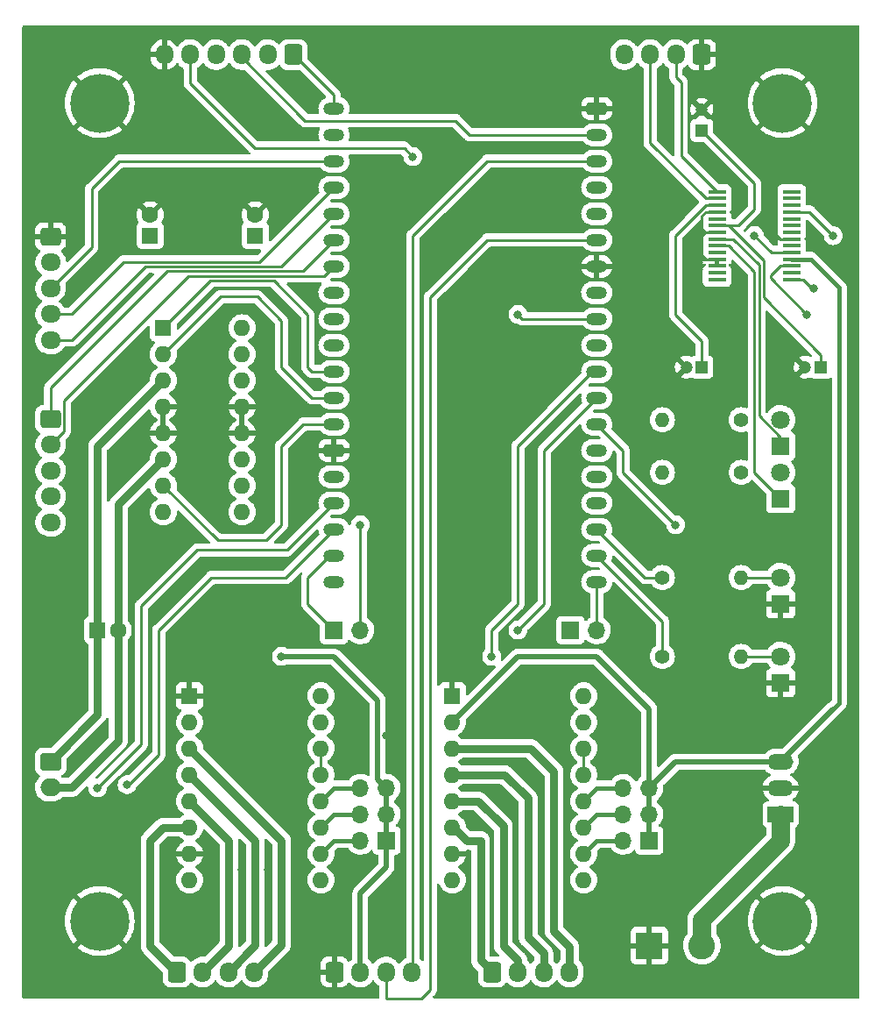
<source format=gbr>
%TF.GenerationSoftware,KiCad,Pcbnew,(6.0.5)*%
%TF.CreationDate,2022-10-31T14:54:03+01:00*%
%TF.ProjectId,Zeichenmaschine,5a656963-6865-46e6-9d61-736368696e65,rev?*%
%TF.SameCoordinates,Original*%
%TF.FileFunction,Copper,L1,Top*%
%TF.FilePolarity,Positive*%
%FSLAX46Y46*%
G04 Gerber Fmt 4.6, Leading zero omitted, Abs format (unit mm)*
G04 Created by KiCad (PCBNEW (6.0.5)) date 2022-10-31 14:54:03*
%MOMM*%
%LPD*%
G01*
G04 APERTURE LIST*
G04 Aperture macros list*
%AMRoundRect*
0 Rectangle with rounded corners*
0 $1 Rounding radius*
0 $2 $3 $4 $5 $6 $7 $8 $9 X,Y pos of 4 corners*
0 Add a 4 corners polygon primitive as box body*
4,1,4,$2,$3,$4,$5,$6,$7,$8,$9,$2,$3,0*
0 Add four circle primitives for the rounded corners*
1,1,$1+$1,$2,$3*
1,1,$1+$1,$4,$5*
1,1,$1+$1,$6,$7*
1,1,$1+$1,$8,$9*
0 Add four rect primitives between the rounded corners*
20,1,$1+$1,$2,$3,$4,$5,0*
20,1,$1+$1,$4,$5,$6,$7,0*
20,1,$1+$1,$6,$7,$8,$9,0*
20,1,$1+$1,$8,$9,$2,$3,0*%
G04 Aperture macros list end*
%TA.AperFunction,ComponentPad*%
%ADD10O,1.600000X1.600000*%
%TD*%
%TA.AperFunction,ComponentPad*%
%ADD11R,1.600000X1.600000*%
%TD*%
%TA.AperFunction,ComponentPad*%
%ADD12R,1.200000X1.200000*%
%TD*%
%TA.AperFunction,ComponentPad*%
%ADD13C,1.200000*%
%TD*%
%TA.AperFunction,ComponentPad*%
%ADD14C,1.600000*%
%TD*%
%TA.AperFunction,ComponentPad*%
%ADD15RoundRect,0.250000X0.600000X0.725000X-0.600000X0.725000X-0.600000X-0.725000X0.600000X-0.725000X0*%
%TD*%
%TA.AperFunction,ComponentPad*%
%ADD16O,1.700000X1.950000*%
%TD*%
%TA.AperFunction,ComponentPad*%
%ADD17R,1.700000X1.700000*%
%TD*%
%TA.AperFunction,ComponentPad*%
%ADD18O,1.700000X1.700000*%
%TD*%
%TA.AperFunction,ComponentPad*%
%ADD19R,1.800000X1.800000*%
%TD*%
%TA.AperFunction,ComponentPad*%
%ADD20C,1.800000*%
%TD*%
%TA.AperFunction,ComponentPad*%
%ADD21R,2.500000X1.500000*%
%TD*%
%TA.AperFunction,ComponentPad*%
%ADD22O,2.500000X1.500000*%
%TD*%
%TA.AperFunction,ComponentPad*%
%ADD23RoundRect,0.300000X-0.700000X0.300000X-0.700000X-0.300000X0.700000X-0.300000X0.700000X0.300000X0*%
%TD*%
%TA.AperFunction,ComponentPad*%
%ADD24O,2.000000X1.200000*%
%TD*%
%TA.AperFunction,ComponentPad*%
%ADD25RoundRect,0.250000X-0.725000X0.600000X-0.725000X-0.600000X0.725000X-0.600000X0.725000X0.600000X0*%
%TD*%
%TA.AperFunction,ComponentPad*%
%ADD26O,1.950000X1.700000*%
%TD*%
%TA.AperFunction,ComponentPad*%
%ADD27C,1.400000*%
%TD*%
%TA.AperFunction,ComponentPad*%
%ADD28O,1.400000X1.400000*%
%TD*%
%TA.AperFunction,ComponentPad*%
%ADD29RoundRect,0.250000X-0.600000X-0.725000X0.600000X-0.725000X0.600000X0.725000X-0.600000X0.725000X0*%
%TD*%
%TA.AperFunction,SMDPad,CuDef*%
%ADD30R,1.750000X0.450000*%
%TD*%
%TA.AperFunction,ComponentPad*%
%ADD31C,5.700000*%
%TD*%
%TA.AperFunction,ComponentPad*%
%ADD32R,2.600000X2.600000*%
%TD*%
%TA.AperFunction,ComponentPad*%
%ADD33C,2.600000*%
%TD*%
%TA.AperFunction,ComponentPad*%
%ADD34RoundRect,0.250000X-0.750000X0.600000X-0.750000X-0.600000X0.750000X-0.600000X0.750000X0.600000X0*%
%TD*%
%TA.AperFunction,ComponentPad*%
%ADD35O,2.000000X1.700000*%
%TD*%
%TA.AperFunction,ViaPad*%
%ADD36C,0.800000*%
%TD*%
%TA.AperFunction,Conductor*%
%ADD37C,0.250000*%
%TD*%
%TA.AperFunction,Conductor*%
%ADD38C,0.500000*%
%TD*%
%TA.AperFunction,Conductor*%
%ADD39C,0.400000*%
%TD*%
%TA.AperFunction,Conductor*%
%ADD40C,0.800000*%
%TD*%
%TA.AperFunction,Conductor*%
%ADD41C,1.750000*%
%TD*%
G04 APERTURE END LIST*
D10*
%TO.P,A2,16,DIR*%
%TO.N,/Stepper_2_DIR*%
X191780000Y-95250000D03*
%TO.P,A2,15,STEP*%
%TO.N,/Stepper_2_STEP*%
X191780000Y-97790000D03*
%TO.P,A2,14,~{SLEEP}*%
%TO.N,Net-(A2-Pad13)*%
X191780000Y-100330000D03*
%TO.P,A2,13,~{RESET}*%
X191780000Y-102870000D03*
%TO.P,A2,12,MS3*%
%TO.N,Net-(A2-Pad12)*%
X191780000Y-105410000D03*
%TO.P,A2,11,MS2*%
%TO.N,Net-(A2-Pad11)*%
X191780000Y-107950000D03*
%TO.P,A2,10,MS1*%
%TO.N,Net-(A2-Pad10)*%
X191780000Y-110490000D03*
%TO.P,A2,9,~{ENABLE}*%
%TO.N,/enable_Stepper_2*%
X191780000Y-113030000D03*
%TO.P,A2,8,VMOT*%
%TO.N,+12V*%
X179080000Y-113030000D03*
%TO.P,A2,7,GND*%
%TO.N,GND*%
X179080000Y-110490000D03*
%TO.P,A2,6,2B*%
%TO.N,Net-(A2-Pad6)*%
X179080000Y-107950000D03*
%TO.P,A2,5,2A*%
%TO.N,Net-(A2-Pad5)*%
X179080000Y-105410000D03*
%TO.P,A2,4,1A*%
%TO.N,Net-(A2-Pad4)*%
X179080000Y-102870000D03*
%TO.P,A2,3,1B*%
%TO.N,Net-(A2-Pad3)*%
X179080000Y-100330000D03*
%TO.P,A2,2,VDD*%
%TO.N,+5V*%
X179080000Y-97790000D03*
D11*
%TO.P,A2,1,GND*%
%TO.N,GND*%
X179080000Y-95250000D03*
%TD*%
D12*
%TO.P,C4,1*%
%TO.N,Net-(C4-Pad1)*%
X214700000Y-63500000D03*
D13*
%TO.P,C4,2*%
%TO.N,GND*%
X213200000Y-63500000D03*
%TD*%
D11*
%TO.P,C3,1*%
%TO.N,Net-(C3-Pad1)*%
X144780000Y-88900000D03*
D14*
%TO.P,C3,2*%
%TO.N,Net-(C3-Pad2)*%
X146780000Y-88900000D03*
%TD*%
D15*
%TO.P,J9,1,Pin_1*%
%TO.N,+3V3*%
X163730000Y-33320000D03*
D16*
%TO.P,J9,2,Pin_2*%
%TO.N,/CS*%
X161230000Y-33320000D03*
%TO.P,J9,3,Pin_3*%
%TO.N,/MOSI*%
X158730000Y-33320000D03*
%TO.P,J9,4,Pin_4*%
%TO.N,/CLK*%
X156230000Y-33320000D03*
%TO.P,J9,5,Pin_5*%
%TO.N,/MISO*%
X153730000Y-33320000D03*
%TO.P,J9,6,Pin_6*%
%TO.N,GND*%
X151230000Y-33320000D03*
%TD*%
D17*
%TO.P,J7,1,Pin_1*%
%TO.N,+5V*%
X172720000Y-109220000D03*
D18*
%TO.P,J7,2,Pin_2*%
%TO.N,Net-(A1-Pad10)*%
X170180000Y-109220000D03*
%TO.P,J7,3,Pin_3*%
%TO.N,+5V*%
X172720000Y-106680000D03*
%TO.P,J7,4,Pin_4*%
%TO.N,Net-(A1-Pad11)*%
X170180000Y-106680000D03*
%TO.P,J7,5,Pin_5*%
%TO.N,+5V*%
X172720000Y-104140000D03*
%TO.P,J7,6,Pin_6*%
%TO.N,Net-(A1-Pad12)*%
X170180000Y-104140000D03*
%TD*%
D13*
%TO.P,C6,2*%
%TO.N,GND*%
X203200000Y-38640000D03*
D12*
%TO.P,C6,1*%
%TO.N,Net-(C4-Pad1)*%
X203200000Y-40640000D03*
%TD*%
D15*
%TO.P,J11,1,Pin_1*%
%TO.N,GND*%
X203200000Y-33320000D03*
D16*
%TO.P,J11,2,Pin_2*%
%TO.N,Net-(J11-Pad2)*%
X200700000Y-33320000D03*
%TO.P,J11,3,Pin_3*%
%TO.N,Net-(J11-Pad3)*%
X198200000Y-33320000D03*
%TO.P,J11,4,Pin_4*%
%TO.N,Net-(C4-Pad1)*%
X195700000Y-33320000D03*
%TD*%
D19*
%TO.P,D1,1,K*%
%TO.N,GND*%
X210820000Y-86360000D03*
D20*
%TO.P,D1,2,A*%
%TO.N,Net-(D1-Pad2)*%
X210820000Y-83820000D03*
%TD*%
D21*
%TO.P,U1,1,Vin*%
%TO.N,+12V*%
X210820000Y-106680000D03*
D22*
%TO.P,U1,2,GND*%
%TO.N,GND*%
X210820000Y-104140000D03*
%TO.P,U1,3,Vout*%
%TO.N,+5V*%
X210820000Y-101600000D03*
%TD*%
D23*
%TO.P,U4,38,GND*%
%TO.N,GND*%
X193040000Y-38516560D03*
D24*
%TO.P,U4,37,GPIO23*%
%TO.N,/MOSI*%
X193040000Y-41056560D03*
%TO.P,U4,36,GPIO22*%
%TO.N,/display_SCL*%
X193040000Y-43596560D03*
%TO.P,U4,35,U0TXD/GPIO1*%
%TO.N,/TX*%
X193040000Y-46136560D03*
%TO.P,U4,34,U0RXD/GPIO3*%
%TO.N,/RX*%
X193040000Y-48676560D03*
%TO.P,U4,33,GPIO21*%
%TO.N,/display_SDA*%
X193040000Y-51216560D03*
%TO.P,U4,32,GND*%
%TO.N,GND*%
X193040000Y-53756560D03*
%TO.P,U4,31,GPIO19*%
%TO.N,/MISO*%
X193040000Y-56296560D03*
%TO.P,U4,30,GPIO18*%
%TO.N,/CLK*%
X193040000Y-58836560D03*
%TO.P,U4,29,\u002AGPIO5*%
%TO.N,/CS*%
X193040000Y-61376560D03*
%TO.P,U4,28,GPIO17*%
%TO.N,/Stepper_2_STEP*%
X193040000Y-63916560D03*
%TO.P,U4,27,GPIO16*%
%TO.N,/Stepper_2_DIR*%
X193040000Y-66456560D03*
%TO.P,U4,26,ADC2_CH0/GPIO4*%
%TO.N,/enable_Stepper_2*%
X193040000Y-68996560D03*
%TO.P,U4,25,\u002AGPIO0/BOOT/ADC2_CH1*%
%TO.N,/Stepper_1_DIR*%
X193040000Y-71536560D03*
%TO.P,U4,24,ADC2_CH2/\u002AGPIO2*%
%TO.N,/Stepper_1_STEP*%
X193040000Y-74076560D03*
%TO.P,U4,23,\u002AMTDO/GPIO15/ADC2_CH3*%
%TO.N,/enable_Stepper_1*%
X193040000Y-76616560D03*
%TO.P,U4,22,SD_DATA1/GPIO8*%
%TO.N,/LED1*%
X193040000Y-79156560D03*
%TO.P,U4,21,SD_DATA0/GPIO7*%
%TO.N,/LED2*%
X193036320Y-81693840D03*
%TO.P,U4,20,SD_CLK/GPIO6*%
%TO.N,Net-(J12-Pad2)*%
X193036320Y-84233840D03*
%TO.P,U4,19,5V*%
%TO.N,+5V*%
X167640000Y-84236560D03*
%TO.P,U4,18,CMD*%
%TO.N,Net-(J10-Pad1)*%
X167640000Y-81696560D03*
%TO.P,U4,17,SD_DATA3/GPIO10*%
%TO.N,/L_G*%
X167640000Y-79156560D03*
%TO.P,U4,16,SD_DATA2/GPIO9*%
%TO.N,/L_R*%
X167640000Y-76616560D03*
%TO.P,U4,15,MTCK/GPIO13/ADC2_CH4*%
%TO.N,unconnected-(U4-Pad15)*%
X167640000Y-74076560D03*
D23*
%TO.P,U4,14,GND*%
%TO.N,GND*%
X167640000Y-71536560D03*
D24*
%TO.P,U4,13,\u002AMTDI/GPIO12/ADC2_CH5*%
%TO.N,/dc_gear_motor_2A*%
X167640000Y-68996560D03*
%TO.P,U4,12,MTMS/GPIO14/ADC2_CH6*%
%TO.N,/dc_gear_motor_1A*%
X167640000Y-66456560D03*
%TO.P,U4,11,ADC2_CH7/GPIO27*%
%TO.N,/enable_dc_gear_motor*%
X167640000Y-63916560D03*
%TO.P,U4,10,DAC_2/ADC2_CH9/GPIO26*%
%TO.N,unconnected-(U4-Pad10)*%
X167640000Y-61376560D03*
%TO.P,U4,9,DAC_1/ADC2_CH8/GPIO25*%
%TO.N,unconnected-(U4-Pad9)*%
X167640000Y-58836560D03*
%TO.P,U4,8,32K_XN/GPIO33/ADC1_CH5*%
%TO.N,unconnected-(U4-Pad8)*%
X167640000Y-56296560D03*
%TO.P,U4,7,32K_XP/GPIO32/ADC1_CH4*%
%TO.N,/MN*%
X167640000Y-53756560D03*
%TO.P,U4,6,VDET_2/GPIO35/ADC1_CH7*%
%TO.N,/SEL*%
X167640000Y-51216560D03*
%TO.P,U4,5,VDET_1/GPIO34/ADC1_CH6*%
%TO.N,/PW*%
X167640000Y-48676560D03*
%TO.P,U4,4,SENSOR_VN/GPIO39/ADC1_CH3*%
%TO.N,/DN*%
X167640000Y-46136560D03*
%TO.P,U4,3,SENSOR_VP/GPIO36/ADC1_CH0*%
%TO.N,/UP*%
X167640000Y-43596560D03*
%TO.P,U4,2,CHIP_PU*%
%TO.N,unconnected-(U4-Pad2)*%
X167640000Y-41056560D03*
%TO.P,U4,1,3V3*%
%TO.N,+3V3*%
X167640000Y-38516560D03*
%TD*%
D25*
%TO.P,J13,1,Pin_1*%
%TO.N,/SEL*%
X140250000Y-68500000D03*
D26*
%TO.P,J13,2,Pin_2*%
%TO.N,/MN*%
X140250000Y-71000000D03*
%TO.P,J13,3,Pin_3*%
%TO.N,/L_G*%
X140250000Y-73500000D03*
%TO.P,J13,4,Pin_4*%
%TO.N,/L_R*%
X140250000Y-76000000D03*
%TO.P,J13,5,Pin_5*%
%TO.N,unconnected-(J13-Pad5)*%
X140250000Y-78500000D03*
%TD*%
D11*
%TO.P,C1,1*%
%TO.N,+12V*%
X160020000Y-50800000D03*
D14*
%TO.P,C1,2*%
%TO.N,GND*%
X160020000Y-48800000D03*
%TD*%
D19*
%TO.P,D4,1,K*%
%TO.N,Net-(D4-Pad1)*%
X210820000Y-71120000D03*
D20*
%TO.P,D4,2,A*%
%TO.N,Net-(D4-Pad2)*%
X210820000Y-68580000D03*
%TD*%
D27*
%TO.P,R3,1*%
%TO.N,Net-(D3-Pad2)*%
X207010000Y-73660000D03*
D28*
%TO.P,R3,2*%
%TO.N,Net-(C4-Pad1)*%
X199390000Y-73660000D03*
%TD*%
D17*
%TO.P,J6,1,Pin_1*%
%TO.N,+5V*%
X198120000Y-109220000D03*
D18*
%TO.P,J6,2,Pin_2*%
%TO.N,Net-(A2-Pad10)*%
X195580000Y-109220000D03*
%TO.P,J6,3,Pin_3*%
%TO.N,+5V*%
X198120000Y-106680000D03*
%TO.P,J6,4,Pin_4*%
%TO.N,Net-(A2-Pad11)*%
X195580000Y-106680000D03*
%TO.P,J6,5,Pin_5*%
%TO.N,+5V*%
X198120000Y-104140000D03*
%TO.P,J6,6,Pin_6*%
%TO.N,Net-(A2-Pad12)*%
X195580000Y-104140000D03*
%TD*%
D16*
%TO.P,J3,4,Pin_4*%
%TO.N,Net-(A2-Pad3)*%
X190420000Y-121920000D03*
%TO.P,J3,3,Pin_3*%
%TO.N,Net-(A2-Pad4)*%
X187920000Y-121920000D03*
%TO.P,J3,2,Pin_2*%
%TO.N,Net-(A2-Pad5)*%
X185420000Y-121920000D03*
D29*
%TO.P,J3,1,Pin_1*%
%TO.N,Net-(A2-Pad6)*%
X182920000Y-121920000D03*
%TD*%
D12*
%TO.P,C5,1*%
%TO.N,Net-(U3-Pad17)*%
X203200000Y-63500000D03*
D13*
%TO.P,C5,2*%
%TO.N,GND*%
X201700000Y-63500000D03*
%TD*%
D27*
%TO.P,R4,1*%
%TO.N,Net-(D4-Pad2)*%
X207010000Y-68580000D03*
D28*
%TO.P,R4,2*%
%TO.N,Net-(C4-Pad1)*%
X199390000Y-68580000D03*
%TD*%
D30*
%TO.P,U3,28,OSCO*%
%TO.N,unconnected-(U3-Pad28)*%
X204680000Y-55025000D03*
%TO.P,U3,27,OSCI*%
%TO.N,unconnected-(U3-Pad27)*%
X204680000Y-54375000D03*
%TO.P,U3,26,TEST*%
%TO.N,GND*%
X204680000Y-53725000D03*
%TO.P,U3,25,AGND*%
X204680000Y-53075000D03*
%TO.P,U3,24*%
%TO.N,N/C*%
X204680000Y-52425000D03*
%TO.P,U3,23,CBUS0*%
%TO.N,Net-(D3-Pad1)*%
X204680000Y-51775000D03*
%TO.P,U3,22,CBUS1*%
%TO.N,Net-(D4-Pad1)*%
X204680000Y-51125000D03*
%TO.P,U3,21,GND*%
%TO.N,GND*%
X204680000Y-50475000D03*
%TO.P,U3,20,VCC*%
%TO.N,Net-(C4-Pad1)*%
X204680000Y-49825000D03*
%TO.P,U3,19,~{RESET}*%
%TO.N,unconnected-(U3-Pad19)*%
X204680000Y-49175000D03*
%TO.P,U3,18,GND*%
%TO.N,GND*%
X204680000Y-48525000D03*
%TO.P,U3,17,3V3OUT*%
%TO.N,Net-(U3-Pad17)*%
X204680000Y-47875000D03*
%TO.P,U3,16,USBD-*%
%TO.N,Net-(J11-Pad3)*%
X204680000Y-47225000D03*
%TO.P,U3,15,USBD+*%
%TO.N,Net-(J11-Pad2)*%
X204680000Y-46575000D03*
%TO.P,U3,14,CBUS3*%
%TO.N,unconnected-(U3-Pad14)*%
X211880000Y-46575000D03*
%TO.P,U3,13,CBUS2*%
%TO.N,unconnected-(U3-Pad13)*%
X211880000Y-47225000D03*
%TO.P,U3,12,CBUS4*%
%TO.N,unconnected-(U3-Pad12)*%
X211880000Y-47875000D03*
%TO.P,U3,11,CTS*%
%TO.N,/CTS*%
X211880000Y-48525000D03*
%TO.P,U3,10,DCD*%
%TO.N,unconnected-(U3-Pad10)*%
X211880000Y-49175000D03*
%TO.P,U3,9,DCR*%
%TO.N,unconnected-(U3-Pad9)*%
X211880000Y-49825000D03*
%TO.P,U3,8*%
%TO.N,N/C*%
X211880000Y-50475000D03*
%TO.P,U3,7,GND*%
%TO.N,GND*%
X211880000Y-51125000D03*
%TO.P,U3,6,RI*%
%TO.N,unconnected-(U3-Pad6)*%
X211880000Y-51775000D03*
%TO.P,U3,5,RXD*%
%TO.N,/RX*%
X211880000Y-52425000D03*
%TO.P,U3,4,VCCIO*%
%TO.N,+5V*%
X211880000Y-53075000D03*
%TO.P,U3,3,RTS*%
%TO.N,/RTS*%
X211880000Y-53725000D03*
%TO.P,U3,2,DTR*%
%TO.N,unconnected-(U3-Pad2)*%
X211880000Y-54375000D03*
%TO.P,U3,1,TXD*%
%TO.N,/TX*%
X211880000Y-55025000D03*
%TD*%
D11*
%TO.P,C2,1*%
%TO.N,+5V*%
X149860000Y-50800000D03*
D14*
%TO.P,C2,2*%
%TO.N,GND*%
X149860000Y-48800000D03*
%TD*%
D29*
%TO.P,J2,1,Pin_1*%
%TO.N,Net-(A1-Pad6)*%
X152440000Y-121920000D03*
D16*
%TO.P,J2,2,Pin_2*%
%TO.N,Net-(A1-Pad5)*%
X154940000Y-121920000D03*
%TO.P,J2,3,Pin_3*%
%TO.N,Net-(A1-Pad4)*%
X157440000Y-121920000D03*
%TO.P,J2,4,Pin_4*%
%TO.N,Net-(A1-Pad3)*%
X159940000Y-121920000D03*
%TD*%
D25*
%TO.P,J1,1,Pin_1*%
%TO.N,GND*%
X140250000Y-50880000D03*
D26*
%TO.P,J1,2,Pin_2*%
%TO.N,+5V*%
X140250000Y-53380000D03*
%TO.P,J1,3,Pin_3*%
%TO.N,/UP*%
X140250000Y-55880000D03*
%TO.P,J1,4,Pin_4*%
%TO.N,/DN*%
X140250000Y-58380000D03*
%TO.P,J1,5,Pin_5*%
%TO.N,/PW*%
X140250000Y-60880000D03*
%TD*%
D31*
%TO.P,H2,1,1*%
%TO.N,GND*%
X211000000Y-117000000D03*
%TD*%
D19*
%TO.P,D3,1,K*%
%TO.N,Net-(D3-Pad1)*%
X210820000Y-76200000D03*
D20*
%TO.P,D3,2,A*%
%TO.N,Net-(D3-Pad2)*%
X210820000Y-73660000D03*
%TD*%
D32*
%TO.P,J4,1,Pin_1*%
%TO.N,GND*%
X198120000Y-119380000D03*
D33*
%TO.P,J4,2,Pin_2*%
%TO.N,+12V*%
X203200000Y-119380000D03*
%TD*%
D31*
%TO.P,H4,1,1*%
%TO.N,GND*%
X145000000Y-38000000D03*
%TD*%
D29*
%TO.P,J5,1,Pin_1*%
%TO.N,GND*%
X167680000Y-121920000D03*
D16*
%TO.P,J5,2,Pin_2*%
%TO.N,+5V*%
X170180000Y-121920000D03*
%TO.P,J5,3,Pin_3*%
%TO.N,/display_SDA*%
X172680000Y-121920000D03*
%TO.P,J5,4,Pin_4*%
%TO.N,/display_SCL*%
X175180000Y-121920000D03*
%TD*%
D27*
%TO.P,R2,1*%
%TO.N,/LED2*%
X199390000Y-91440000D03*
D28*
%TO.P,R2,2*%
%TO.N,Net-(D2-Pad2)*%
X207010000Y-91440000D03*
%TD*%
D27*
%TO.P,R1,1*%
%TO.N,/LED1*%
X199390000Y-83820000D03*
D28*
%TO.P,R1,2*%
%TO.N,Net-(D1-Pad2)*%
X207010000Y-83820000D03*
%TD*%
D17*
%TO.P,J12,1,Pin_1*%
%TO.N,/CTS*%
X190500000Y-88900000D03*
D18*
%TO.P,J12,2,Pin_2*%
%TO.N,Net-(J12-Pad2)*%
X193040000Y-88900000D03*
%TD*%
D17*
%TO.P,J10,1,Pin_1*%
%TO.N,Net-(J10-Pad1)*%
X167640000Y-88900000D03*
D18*
%TO.P,J10,2,Pin_2*%
%TO.N,/RTS*%
X170180000Y-88900000D03*
%TD*%
D11*
%TO.P,A1,1,GND*%
%TO.N,GND*%
X153680000Y-95250000D03*
D10*
%TO.P,A1,2,VDD*%
%TO.N,+5V*%
X153680000Y-97790000D03*
%TO.P,A1,3,1B*%
%TO.N,Net-(A1-Pad3)*%
X153680000Y-100330000D03*
%TO.P,A1,4,1A*%
%TO.N,Net-(A1-Pad4)*%
X153680000Y-102870000D03*
%TO.P,A1,5,2A*%
%TO.N,Net-(A1-Pad5)*%
X153680000Y-105410000D03*
%TO.P,A1,6,2B*%
%TO.N,Net-(A1-Pad6)*%
X153680000Y-107950000D03*
%TO.P,A1,7,GND*%
%TO.N,GND*%
X153680000Y-110490000D03*
%TO.P,A1,8,VMOT*%
%TO.N,+12V*%
X153680000Y-113030000D03*
%TO.P,A1,9,~{ENABLE}*%
%TO.N,/enable_Stepper_1*%
X166380000Y-113030000D03*
%TO.P,A1,10,MS1*%
%TO.N,Net-(A1-Pad10)*%
X166380000Y-110490000D03*
%TO.P,A1,11,MS2*%
%TO.N,Net-(A1-Pad11)*%
X166380000Y-107950000D03*
%TO.P,A1,12,MS3*%
%TO.N,Net-(A1-Pad12)*%
X166380000Y-105410000D03*
%TO.P,A1,13,~{RESET}*%
%TO.N,Net-(A1-Pad13)*%
X166380000Y-102870000D03*
%TO.P,A1,14,~{SLEEP}*%
X166380000Y-100330000D03*
%TO.P,A1,15,STEP*%
%TO.N,/Stepper_1_STEP*%
X166380000Y-97790000D03*
%TO.P,A1,16,DIR*%
%TO.N,/Stepper_1_DIR*%
X166380000Y-95250000D03*
%TD*%
D31*
%TO.P,H3,1,1*%
%TO.N,GND*%
X145000000Y-117000000D03*
%TD*%
D34*
%TO.P,J8,1,Pin_1*%
%TO.N,Net-(C3-Pad1)*%
X140250000Y-101600000D03*
D35*
%TO.P,J8,2,Pin_2*%
%TO.N,Net-(C3-Pad2)*%
X140250000Y-104100000D03*
%TD*%
D19*
%TO.P,D2,1,K*%
%TO.N,GND*%
X210820000Y-93980000D03*
D20*
%TO.P,D2,2,A*%
%TO.N,Net-(D2-Pad2)*%
X210820000Y-91440000D03*
%TD*%
D11*
%TO.P,U2,1,EN1\u002C2*%
%TO.N,/enable_dc_gear_motor*%
X151140000Y-59705000D03*
D10*
%TO.P,U2,2,1A*%
%TO.N,/dc_gear_motor_1A*%
X151140000Y-62245000D03*
%TO.P,U2,3,1Y*%
%TO.N,Net-(C3-Pad1)*%
X151140000Y-64785000D03*
%TO.P,U2,4,GND*%
%TO.N,GND*%
X151140000Y-67325000D03*
%TO.P,U2,5,GND*%
X151140000Y-69865000D03*
%TO.P,U2,6,2Y*%
%TO.N,Net-(C3-Pad2)*%
X151140000Y-72405000D03*
%TO.P,U2,7,2A*%
%TO.N,/dc_gear_motor_2A*%
X151140000Y-74945000D03*
%TO.P,U2,8,VCC2*%
%TO.N,+12V*%
X151140000Y-77485000D03*
%TO.P,U2,9,EN3\u002C4*%
%TO.N,unconnected-(U2-Pad9)*%
X158760000Y-77485000D03*
%TO.P,U2,10,3A*%
%TO.N,unconnected-(U2-Pad10)*%
X158760000Y-74945000D03*
%TO.P,U2,11,3Y*%
%TO.N,unconnected-(U2-Pad11)*%
X158760000Y-72405000D03*
%TO.P,U2,12,GND*%
%TO.N,GND*%
X158760000Y-69865000D03*
%TO.P,U2,13,GND*%
X158760000Y-67325000D03*
%TO.P,U2,14,4Y*%
%TO.N,unconnected-(U2-Pad14)*%
X158760000Y-64785000D03*
%TO.P,U2,15,4A*%
%TO.N,unconnected-(U2-Pad15)*%
X158760000Y-62245000D03*
%TO.P,U2,16,VCC1*%
%TO.N,+12V*%
X158760000Y-59705000D03*
%TD*%
D31*
%TO.P,H1,1,1*%
%TO.N,GND*%
X211000000Y-38000000D03*
%TD*%
D36*
%TO.N,GND*%
X186750000Y-73660000D03*
X182880000Y-45720000D03*
X168500000Y-99060000D03*
%TO.N,/Stepper_2_STEP*%
X182880000Y-91440000D03*
%TO.N,/Stepper_2_DIR*%
X185420000Y-88900000D03*
%TO.N,GND*%
X168500000Y-96520000D03*
%TO.N,+5V*%
X162560000Y-91440000D03*
%TO.N,/enable_Stepper_2*%
X200660000Y-78740000D03*
%TO.N,GND*%
X161000000Y-37500000D03*
X157480000Y-38100000D03*
X157589579Y-82500000D03*
X152400000Y-81280000D03*
%TO.N,/L_G*%
X147637859Y-103822141D03*
%TO.N,/L_R*%
X144780000Y-104140000D03*
%TO.N,GND*%
X172720000Y-99060000D03*
X164800000Y-36000000D03*
X181000000Y-107000000D03*
X182880000Y-104140000D03*
X185420000Y-101600000D03*
%TO.N,/CLK*%
X185420000Y-58420000D03*
%TO.N,/MISO*%
X175260000Y-43180000D03*
%TO.N,/RTS*%
X170180000Y-78740000D03*
%TO.N,GND*%
X199817701Y-38282299D03*
X158750000Y-112000000D03*
X161300000Y-112000000D03*
X144780000Y-99060000D03*
%TO.N,/CTS*%
X215892858Y-50807142D03*
%TO.N,/RTS*%
X213360000Y-58420000D03*
%TO.N,/TX*%
X214000000Y-55880000D03*
%TO.N,/RX*%
X208280000Y-50800000D03*
%TD*%
D37*
%TO.N,/Stepper_2_STEP*%
X192623440Y-63916560D02*
X193040000Y-63916560D01*
X185420000Y-71120000D02*
X192623440Y-63916560D01*
X185420000Y-86360000D02*
X185420000Y-71120000D01*
X182880000Y-88900000D02*
X185420000Y-86360000D01*
X182880000Y-91440000D02*
X182880000Y-88900000D01*
%TO.N,/Stepper_2_DIR*%
X187960000Y-71536560D02*
X193040000Y-66456560D01*
X185420000Y-88900000D02*
X187960000Y-86360000D01*
X187960000Y-86360000D02*
X187960000Y-71536560D01*
D38*
%TO.N,+5V*%
X215900000Y-96520000D02*
X210820000Y-101600000D01*
D39*
X216500000Y-55845978D02*
X213729022Y-53075000D01*
X215900000Y-96520000D02*
X216500000Y-95920000D01*
X216500000Y-95920000D02*
X216500000Y-55845978D01*
X213729022Y-53075000D02*
X211880000Y-53075000D01*
D37*
%TO.N,Net-(J11-Pad2)*%
X200700000Y-35520000D02*
X200700000Y-33320000D01*
X201189520Y-43084520D02*
X201189520Y-36009520D01*
X204680000Y-46575000D02*
X201189520Y-43084520D01*
X201189520Y-36009520D02*
X200700000Y-35520000D01*
%TO.N,Net-(J11-Pad3)*%
X203555000Y-47225000D02*
X204680000Y-47225000D01*
X198200000Y-41870000D02*
X203555000Y-47225000D01*
X198200000Y-33320000D02*
X198200000Y-41870000D01*
%TO.N,/LED2*%
X199390000Y-88047520D02*
X193036320Y-81693840D01*
X199390000Y-91440000D02*
X199390000Y-88047520D01*
%TO.N,/LED1*%
X197703440Y-83820000D02*
X193040000Y-79156560D01*
X199390000Y-83820000D02*
X197703440Y-83820000D01*
D38*
%TO.N,+5V*%
X167640000Y-91440000D02*
X162560000Y-91440000D01*
X171870000Y-95670000D02*
X167640000Y-91440000D01*
X172720000Y-104140000D02*
X171870000Y-103290000D01*
X171870000Y-103290000D02*
X171870000Y-95670000D01*
D37*
%TO.N,/enable_Stepper_2*%
X195580000Y-71536560D02*
X193040000Y-68996560D01*
X195580000Y-73660000D02*
X195580000Y-71536560D01*
X200660000Y-78740000D02*
X195580000Y-73660000D01*
%TO.N,/dc_gear_motor_1A*%
X160220000Y-56700000D02*
X156685000Y-56700000D01*
X162560000Y-63500000D02*
X162560000Y-59040000D01*
X165516560Y-66456560D02*
X162560000Y-63500000D01*
X162560000Y-59040000D02*
X160220000Y-56700000D01*
X156685000Y-56700000D02*
X151140000Y-62245000D01*
X167640000Y-66456560D02*
X165516560Y-66456560D01*
%TO.N,/enable_dc_gear_motor*%
X165516560Y-63916560D02*
X167640000Y-63916560D01*
X165100000Y-63500000D02*
X165516560Y-63916560D01*
X161818080Y-55138080D02*
X165100000Y-58420000D01*
X165100000Y-58420000D02*
X165100000Y-63500000D01*
X155706920Y-55138080D02*
X161818080Y-55138080D01*
X151140000Y-59705000D02*
X155706920Y-55138080D01*
%TO.N,/MN*%
X166708000Y-54688560D02*
X167640000Y-53756560D01*
X153591440Y-54688560D02*
X166708000Y-54688560D01*
X141549520Y-66730480D02*
X153591440Y-54688560D01*
X141549520Y-69700480D02*
X141549520Y-66730480D01*
X140250000Y-71000000D02*
X141549520Y-69700480D01*
%TO.N,/SEL*%
X151500960Y-54239040D02*
X164617520Y-54239040D01*
X164617520Y-54239040D02*
X167640000Y-51216560D01*
X140250000Y-65490000D02*
X151500960Y-54239040D01*
X140250000Y-68500000D02*
X140250000Y-65490000D01*
%TO.N,/PW*%
X162527040Y-53789520D02*
X167640000Y-48676560D01*
X142320000Y-60880000D02*
X149410480Y-53789520D01*
X149410480Y-53789520D02*
X162527040Y-53789520D01*
X140250000Y-60880000D02*
X142320000Y-60880000D01*
%TO.N,/DN*%
X147320000Y-53340000D02*
X160436560Y-53340000D01*
X140250000Y-58380000D02*
X142280000Y-58380000D01*
X142280000Y-58380000D02*
X147320000Y-53340000D01*
X160436560Y-53340000D02*
X167640000Y-46136560D01*
D40*
%TO.N,Net-(A1-Pad6)*%
X151130000Y-107950000D02*
X153680000Y-107950000D01*
X149860000Y-109220000D02*
X151130000Y-107950000D01*
X149860000Y-119380000D02*
X149860000Y-109220000D01*
X152400000Y-121920000D02*
X149860000Y-119380000D01*
X152440000Y-121920000D02*
X152400000Y-121920000D01*
D37*
%TO.N,/MISO*%
X153730000Y-36060000D02*
X153730000Y-33320000D01*
X160020000Y-42350000D02*
X153730000Y-36060000D01*
X174430000Y-42350000D02*
X160020000Y-42350000D01*
X175260000Y-43180000D02*
X174430000Y-42350000D01*
%TO.N,/L_G*%
X162976560Y-83820000D02*
X167640000Y-79156560D01*
X155780000Y-83820000D02*
X162976560Y-83820000D01*
X150700000Y-88900000D02*
X155780000Y-83820000D01*
X150700000Y-100960000D02*
X150700000Y-88900000D01*
X147837859Y-103822141D02*
X150700000Y-100960000D01*
X147637859Y-103822141D02*
X147837859Y-103822141D01*
%TO.N,/L_R*%
X163086139Y-81170421D02*
X167640000Y-76616560D01*
X154413862Y-81170421D02*
X163086139Y-81170421D01*
X149000000Y-99920000D02*
X149000000Y-86584283D01*
X144780000Y-104140000D02*
X149000000Y-99920000D01*
X149000000Y-86584283D02*
X154413862Y-81170421D01*
D40*
%TO.N,Net-(A2-Pad6)*%
X181800000Y-120800000D02*
X182920000Y-121920000D01*
X180495000Y-109220000D02*
X181800000Y-109220000D01*
X179225000Y-107950000D02*
X180495000Y-109220000D01*
X179080000Y-107950000D02*
X179225000Y-107950000D01*
X181800000Y-109220000D02*
X181800000Y-120800000D01*
%TO.N,Net-(A2-Pad5)*%
X184000000Y-107800000D02*
X181610000Y-105410000D01*
X184000000Y-119380000D02*
X184000000Y-107800000D01*
X181610000Y-105410000D02*
X179080000Y-105410000D01*
X185420000Y-120800000D02*
X184000000Y-119380000D01*
X185420000Y-121920000D02*
X185420000Y-120800000D01*
%TO.N,Net-(A2-Pad4)*%
X186400000Y-118600000D02*
X187920000Y-120120000D01*
X186400000Y-105120000D02*
X186400000Y-118600000D01*
X184150000Y-102870000D02*
X186400000Y-105120000D01*
X179080000Y-102870000D02*
X184150000Y-102870000D01*
X187920000Y-120120000D02*
X187920000Y-121920000D01*
%TO.N,Net-(A2-Pad3)*%
X186690000Y-100330000D02*
X179080000Y-100330000D01*
X188900000Y-102540000D02*
X186690000Y-100330000D01*
X188900000Y-117940000D02*
X188900000Y-102540000D01*
X190420000Y-119460000D02*
X188900000Y-117940000D01*
X190420000Y-121920000D02*
X190420000Y-119460000D01*
D37*
%TO.N,/display_SDA*%
X176955969Y-56724031D02*
X182463440Y-51216560D01*
X176113011Y-124460000D02*
X176955969Y-123617042D01*
X172720000Y-124460000D02*
X176113011Y-124460000D01*
X176955969Y-123617042D02*
X176955969Y-56724031D01*
X172680000Y-124420000D02*
X172720000Y-124460000D01*
X182463440Y-51216560D02*
X193040000Y-51216560D01*
X172680000Y-121920000D02*
X172680000Y-124420000D01*
%TO.N,/CLK*%
X185836560Y-58836560D02*
X193040000Y-58836560D01*
X185420000Y-58420000D02*
X185836560Y-58836560D01*
%TO.N,/MOSI*%
X158730000Y-33578920D02*
X158730000Y-33320000D01*
X164851080Y-39700000D02*
X158730000Y-33578920D01*
X179400000Y-39700000D02*
X164851080Y-39700000D01*
X180756560Y-41056560D02*
X179400000Y-39700000D01*
X193040000Y-41056560D02*
X180756560Y-41056560D01*
%TO.N,+3V3*%
X167640000Y-37230000D02*
X167640000Y-38516560D01*
X163730000Y-33320000D02*
X167640000Y-37230000D01*
%TO.N,/display_SCL*%
X182463440Y-43596560D02*
X193040000Y-43596560D01*
X175260000Y-121840000D02*
X175260000Y-50800000D01*
X175180000Y-121920000D02*
X175260000Y-121840000D01*
X175260000Y-50800000D02*
X182463440Y-43596560D01*
%TO.N,/RTS*%
X170180000Y-78740000D02*
X170180000Y-88900000D01*
%TO.N,Net-(A2-Pad13)*%
X191780000Y-102870000D02*
X191780000Y-100330000D01*
%TO.N,Net-(A1-Pad13)*%
X166380000Y-102870000D02*
X166380000Y-100330000D01*
%TO.N,/dc_gear_motor_2A*%
X164683440Y-68996560D02*
X167640000Y-68996560D01*
X161079220Y-80220780D02*
X162560000Y-78740000D01*
X162560000Y-71120000D02*
X164683440Y-68996560D01*
X156415780Y-80220780D02*
X161079220Y-80220780D01*
X151140000Y-74945000D02*
X156415780Y-80220780D01*
X162560000Y-78740000D02*
X162560000Y-71120000D01*
D38*
%TO.N,+5V*%
X170180000Y-114300000D02*
X170180000Y-121920000D01*
X172720000Y-111760000D02*
X170180000Y-114300000D01*
X172720000Y-109220000D02*
X172720000Y-111760000D01*
X185420000Y-91440000D02*
X179070000Y-97790000D01*
X198120000Y-96520000D02*
X193040000Y-91440000D01*
X198120000Y-104140000D02*
X198120000Y-96520000D01*
X193040000Y-91440000D02*
X185420000Y-91440000D01*
D37*
%TO.N,Net-(U3-Pad17)*%
X203200000Y-63500000D02*
X203200000Y-60960000D01*
X203569282Y-47875000D02*
X204680000Y-47875000D01*
X200660000Y-50784282D02*
X203569282Y-47875000D01*
X200660000Y-58420000D02*
X200660000Y-50784282D01*
X203200000Y-60960000D02*
X200660000Y-58420000D01*
%TO.N,Net-(J12-Pad2)*%
X193040000Y-84237520D02*
X193036320Y-84233840D01*
X193040000Y-88900000D02*
X193040000Y-84237520D01*
%TO.N,Net-(J10-Pad1)*%
X165100000Y-83820000D02*
X167223440Y-81696560D01*
X165100000Y-86360000D02*
X165100000Y-83820000D01*
X167223440Y-81696560D02*
X167640000Y-81696560D01*
X167640000Y-88900000D02*
X165100000Y-86360000D01*
%TO.N,Net-(D1-Pad2)*%
X207010000Y-83820000D02*
X210820000Y-83820000D01*
%TO.N,Net-(D2-Pad2)*%
X207010000Y-91440000D02*
X210820000Y-91440000D01*
%TO.N,/RTS*%
X210755000Y-53725000D02*
X211880000Y-53725000D01*
X209867859Y-54612141D02*
X210755000Y-53725000D01*
X209867859Y-54927859D02*
X209867859Y-54612141D01*
X213360000Y-58420000D02*
X209867859Y-54927859D01*
D40*
%TO.N,Net-(A1-Pad4)*%
X160020000Y-114300000D02*
X160020000Y-109210000D01*
%TO.N,Net-(A1-Pad3)*%
X162560000Y-114300000D02*
X162560000Y-109210000D01*
D37*
%TO.N,/UP*%
X146903440Y-43596560D02*
X167640000Y-43596560D01*
X144205489Y-51924511D02*
X144205489Y-46294511D01*
X140250000Y-55880000D02*
X144205489Y-51924511D01*
X144205489Y-46294511D02*
X146903440Y-43596560D01*
%TO.N,GND*%
X210780978Y-51125000D02*
X208597859Y-48941881D01*
X211880000Y-51125000D02*
X210780978Y-51125000D01*
D40*
%TO.N,Net-(C3-Pad2)*%
X146780000Y-76765000D02*
X151140000Y-72405000D01*
X146780000Y-88900000D02*
X146780000Y-76765000D01*
%TO.N,Net-(C3-Pad1)*%
X144780000Y-88900000D02*
X144780000Y-71145000D01*
X144780000Y-71145000D02*
X151140000Y-64785000D01*
X144780000Y-97070000D02*
X144780000Y-88900000D01*
X140250000Y-101600000D02*
X144780000Y-97070000D01*
%TO.N,Net-(C3-Pad2)*%
X146780000Y-99600000D02*
X146780000Y-88900000D01*
X142280000Y-104100000D02*
X146780000Y-99600000D01*
X140250000Y-104100000D02*
X142280000Y-104100000D01*
%TO.N,Net-(A1-Pad5)*%
X157480000Y-109210000D02*
X153680000Y-105410000D01*
X154940000Y-121920000D02*
X157480000Y-119380000D01*
X157480000Y-119380000D02*
X157480000Y-109210000D01*
%TO.N,Net-(A1-Pad4)*%
X160020000Y-109210000D02*
X153680000Y-102870000D01*
X160020000Y-119340000D02*
X160020000Y-114300000D01*
X157440000Y-121920000D02*
X160020000Y-119340000D01*
%TO.N,Net-(A1-Pad3)*%
X162560000Y-109210000D02*
X153680000Y-100330000D01*
X162560000Y-119300000D02*
X162560000Y-114300000D01*
X159940000Y-121920000D02*
X162560000Y-119300000D01*
D37*
%TO.N,+5V*%
X179070000Y-97790000D02*
X179080000Y-97790000D01*
D38*
X172720000Y-109220000D02*
X172720000Y-106680000D01*
X172720000Y-104140000D02*
X172720000Y-106680000D01*
D39*
%TO.N,Net-(A1-Pad12)*%
X167650000Y-104140000D02*
X166380000Y-105410000D01*
X170180000Y-104140000D02*
X167650000Y-104140000D01*
%TO.N,Net-(A1-Pad11)*%
X167650000Y-106680000D02*
X166380000Y-107950000D01*
X170180000Y-106680000D02*
X167650000Y-106680000D01*
%TO.N,Net-(A1-Pad10)*%
X170180000Y-109220000D02*
X167650000Y-109220000D01*
X167650000Y-109220000D02*
X166380000Y-110490000D01*
D38*
%TO.N,+5V*%
X198120000Y-106680000D02*
X198120000Y-109220000D01*
X198120000Y-104140000D02*
X198120000Y-106680000D01*
D39*
%TO.N,Net-(A2-Pad10)*%
X193050000Y-109220000D02*
X191780000Y-110490000D01*
X195580000Y-109220000D02*
X193050000Y-109220000D01*
%TO.N,Net-(A2-Pad11)*%
X193050000Y-106680000D02*
X191780000Y-107950000D01*
X195580000Y-106680000D02*
X193050000Y-106680000D01*
%TO.N,Net-(A2-Pad12)*%
X193050000Y-104140000D02*
X191780000Y-105410000D01*
X195580000Y-104140000D02*
X193050000Y-104140000D01*
D37*
%TO.N,/CTS*%
X213610717Y-48525000D02*
X215892858Y-50807142D01*
X211880000Y-48525000D02*
X213610717Y-48525000D01*
%TO.N,Net-(C4-Pad1)*%
X208280000Y-48260000D02*
X206715000Y-49825000D01*
X206715000Y-49825000D02*
X204680000Y-49825000D01*
X208280000Y-45720000D02*
X208280000Y-48260000D01*
X203200000Y-40640000D02*
X208280000Y-45720000D01*
%TO.N,GND*%
X204680000Y-53075000D02*
X204680000Y-53725000D01*
X203555000Y-53075000D02*
X204680000Y-53075000D01*
X203200000Y-52720000D02*
X203555000Y-53075000D01*
X203200000Y-50830000D02*
X203200000Y-52720000D01*
X203555000Y-50475000D02*
X203200000Y-50830000D01*
X203555000Y-50475000D02*
X204680000Y-50475000D01*
X203200000Y-50120000D02*
X203555000Y-50475000D01*
X203200000Y-48880000D02*
X203200000Y-50120000D01*
X203555000Y-48525000D02*
X203200000Y-48880000D01*
X204680000Y-48525000D02*
X203555000Y-48525000D01*
D41*
%TO.N,+12V*%
X210820000Y-109220000D02*
X203200000Y-116840000D01*
X203200000Y-116840000D02*
X203200000Y-119380000D01*
X210820000Y-106680000D02*
X210820000Y-109220000D01*
D38*
%TO.N,+5V*%
X200660000Y-101600000D02*
X198120000Y-104140000D01*
X210820000Y-101600000D02*
X200660000Y-101600000D01*
D37*
%TO.N,/TX*%
X212979022Y-55025000D02*
X211880000Y-55025000D01*
X213834022Y-55880000D02*
X212979022Y-55025000D01*
X214000000Y-55880000D02*
X213834022Y-55880000D01*
%TO.N,/RX*%
X209905000Y-52425000D02*
X211880000Y-52425000D01*
X208280000Y-50800000D02*
X209905000Y-52425000D01*
%TO.N,Net-(D3-Pad1)*%
X205779022Y-51775000D02*
X204680000Y-51775000D01*
X208280000Y-54275978D02*
X205779022Y-51775000D01*
X208280000Y-73660000D02*
X208280000Y-54275978D01*
X210820000Y-76200000D02*
X208280000Y-73660000D01*
%TO.N,Net-(C4-Pad1)*%
X209179040Y-53225018D02*
X205779022Y-49825000D01*
X209179040Y-56779040D02*
X209179040Y-53225018D01*
X214700000Y-62300000D02*
X209179040Y-56779040D01*
X205779022Y-49825000D02*
X204680000Y-49825000D01*
X214700000Y-63500000D02*
X214700000Y-62300000D01*
%TO.N,Net-(D4-Pad1)*%
X206204511Y-51125000D02*
X204680000Y-51125000D01*
X208729520Y-68221241D02*
X208729520Y-53650009D01*
X208729520Y-53650009D02*
X206204511Y-51125000D01*
X210820000Y-70311721D02*
X208729520Y-68221241D01*
X210820000Y-71120000D02*
X210820000Y-70311721D01*
%TD*%
%TA.AperFunction,Conductor*%
%TO.N,GND*%
G36*
X218382121Y-30528502D02*
G01*
X218428614Y-30582158D01*
X218440000Y-30634500D01*
X218440000Y-124334000D01*
X218419998Y-124402121D01*
X218366342Y-124448614D01*
X218314000Y-124460000D01*
X177313105Y-124460000D01*
X177244984Y-124439998D01*
X177198491Y-124386342D01*
X177188387Y-124316068D01*
X177217881Y-124251488D01*
X177224010Y-124244905D01*
X177348216Y-124120699D01*
X177356506Y-124113155D01*
X177362987Y-124109042D01*
X177409628Y-124059374D01*
X177412382Y-124056533D01*
X177432104Y-124036811D01*
X177434581Y-124033618D01*
X177442286Y-124024597D01*
X177467128Y-123998142D01*
X177472555Y-123992363D01*
X177476376Y-123985413D01*
X177482315Y-123974610D01*
X177493171Y-123958083D01*
X177500726Y-123948344D01*
X177500727Y-123948342D01*
X177505583Y-123942082D01*
X177523143Y-123901502D01*
X177528360Y-123890854D01*
X177545844Y-123859051D01*
X177545845Y-123859049D01*
X177549664Y-123852102D01*
X177554702Y-123832479D01*
X177561106Y-123813776D01*
X177566002Y-123802462D01*
X177566002Y-123802461D01*
X177569150Y-123795187D01*
X177570389Y-123787364D01*
X177570392Y-123787354D01*
X177576068Y-123751518D01*
X177578474Y-123739898D01*
X177587497Y-123704753D01*
X177587497Y-123704752D01*
X177589469Y-123697072D01*
X177589469Y-123676818D01*
X177591020Y-123657107D01*
X177592949Y-123644928D01*
X177594189Y-123637099D01*
X177590028Y-123593080D01*
X177589469Y-123581223D01*
X177589469Y-113479983D01*
X177609471Y-113411862D01*
X177663127Y-113365369D01*
X177733401Y-113355265D01*
X177797981Y-113384759D01*
X177837175Y-113447371D01*
X177844290Y-113473925D01*
X177844293Y-113473933D01*
X177845716Y-113479243D01*
X177848039Y-113484224D01*
X177848039Y-113484225D01*
X177940151Y-113681762D01*
X177940154Y-113681767D01*
X177942477Y-113686749D01*
X178073802Y-113874300D01*
X178235700Y-114036198D01*
X178240208Y-114039355D01*
X178240211Y-114039357D01*
X178250497Y-114046559D01*
X178423251Y-114167523D01*
X178428233Y-114169846D01*
X178428238Y-114169849D01*
X178577461Y-114239432D01*
X178630757Y-114264284D01*
X178636065Y-114265706D01*
X178636067Y-114265707D01*
X178846598Y-114322119D01*
X178846600Y-114322119D01*
X178851913Y-114323543D01*
X179080000Y-114343498D01*
X179308087Y-114323543D01*
X179313400Y-114322119D01*
X179313402Y-114322119D01*
X179523933Y-114265707D01*
X179523935Y-114265706D01*
X179529243Y-114264284D01*
X179582539Y-114239432D01*
X179731762Y-114169849D01*
X179731767Y-114169846D01*
X179736749Y-114167523D01*
X179909503Y-114046559D01*
X179919789Y-114039357D01*
X179919792Y-114039355D01*
X179924300Y-114036198D01*
X180086198Y-113874300D01*
X180217523Y-113686749D01*
X180219846Y-113681767D01*
X180219849Y-113681762D01*
X180311961Y-113484225D01*
X180311961Y-113484224D01*
X180314284Y-113479243D01*
X180373543Y-113258087D01*
X180393498Y-113030000D01*
X180373543Y-112801913D01*
X180314284Y-112580757D01*
X180311961Y-112575775D01*
X180219849Y-112378238D01*
X180219846Y-112378233D01*
X180217523Y-112373251D01*
X180086198Y-112185700D01*
X179924300Y-112023802D01*
X179919792Y-112020645D01*
X179919789Y-112020643D01*
X179841611Y-111965902D01*
X179736749Y-111892477D01*
X179731767Y-111890154D01*
X179731762Y-111890151D01*
X179696951Y-111873919D01*
X179643666Y-111827002D01*
X179624205Y-111758725D01*
X179644747Y-111690765D01*
X179696951Y-111645529D01*
X179731511Y-111629414D01*
X179741007Y-111623931D01*
X179919467Y-111498972D01*
X179927875Y-111491916D01*
X180081916Y-111337875D01*
X180088972Y-111329467D01*
X180213931Y-111151007D01*
X180219414Y-111141511D01*
X180311490Y-110944053D01*
X180315236Y-110933761D01*
X180361394Y-110761497D01*
X180361058Y-110747401D01*
X180353116Y-110744000D01*
X178952000Y-110744000D01*
X178883879Y-110723998D01*
X178837386Y-110670342D01*
X178826000Y-110618000D01*
X178826000Y-110362000D01*
X178846002Y-110293879D01*
X178899658Y-110247386D01*
X178952000Y-110236000D01*
X180347967Y-110236000D01*
X180363206Y-110231525D01*
X180363690Y-110230967D01*
X180390206Y-110172904D01*
X180449932Y-110134521D01*
X180492022Y-110129590D01*
X180542809Y-110132252D01*
X180556707Y-110130051D01*
X180576416Y-110128500D01*
X180765500Y-110128500D01*
X180833621Y-110148502D01*
X180880114Y-110202158D01*
X180891500Y-110254500D01*
X180891500Y-120718583D01*
X180889949Y-120738292D01*
X180887748Y-120752190D01*
X180888093Y-120758777D01*
X180888093Y-120758782D01*
X180891327Y-120820480D01*
X180891500Y-120827074D01*
X180891500Y-120847610D01*
X180891844Y-120850882D01*
X180891844Y-120850884D01*
X180893647Y-120868042D01*
X180894164Y-120874616D01*
X180896552Y-120920173D01*
X180897743Y-120942903D01*
X180899453Y-120949284D01*
X180899453Y-120949286D01*
X180901383Y-120956491D01*
X180904985Y-120975925D01*
X180905766Y-120983354D01*
X180905768Y-120983363D01*
X180906458Y-120989928D01*
X180927600Y-121054997D01*
X180929467Y-121061299D01*
X180947171Y-121127370D01*
X180950205Y-121133324D01*
X180953559Y-121139907D01*
X180961125Y-121158173D01*
X180965473Y-121171556D01*
X180968776Y-121177278D01*
X180968777Y-121177279D01*
X180999667Y-121230782D01*
X181002814Y-121236577D01*
X181033871Y-121297530D01*
X181038024Y-121302658D01*
X181038025Y-121302660D01*
X181042727Y-121308466D01*
X181053927Y-121324763D01*
X181057657Y-121331224D01*
X181057660Y-121331228D01*
X181060960Y-121336944D01*
X181065377Y-121341850D01*
X181065381Y-121341855D01*
X181106722Y-121387769D01*
X181111006Y-121392784D01*
X181123928Y-121408741D01*
X181138443Y-121423256D01*
X181142984Y-121428041D01*
X181188747Y-121478866D01*
X181194086Y-121482745D01*
X181194087Y-121482746D01*
X181200135Y-121487140D01*
X181215168Y-121499981D01*
X181524595Y-121809408D01*
X181558621Y-121871720D01*
X181561500Y-121898503D01*
X181561500Y-122695400D01*
X181561837Y-122698646D01*
X181561837Y-122698650D01*
X181571752Y-122794206D01*
X181572474Y-122801166D01*
X181574655Y-122807702D01*
X181574655Y-122807704D01*
X181606508Y-122903178D01*
X181628450Y-122968946D01*
X181721522Y-123119348D01*
X181846697Y-123244305D01*
X181852927Y-123248145D01*
X181852928Y-123248146D01*
X181990288Y-123332816D01*
X181997262Y-123337115D01*
X182032938Y-123348948D01*
X182158611Y-123390632D01*
X182158613Y-123390632D01*
X182165139Y-123392797D01*
X182171975Y-123393497D01*
X182171978Y-123393498D01*
X182207663Y-123397154D01*
X182269600Y-123403500D01*
X183570400Y-123403500D01*
X183573646Y-123403163D01*
X183573650Y-123403163D01*
X183669308Y-123393238D01*
X183669312Y-123393237D01*
X183676166Y-123392526D01*
X183682702Y-123390345D01*
X183682704Y-123390345D01*
X183814806Y-123346272D01*
X183843946Y-123336550D01*
X183994348Y-123243478D01*
X184119305Y-123118303D01*
X184209081Y-122972660D01*
X184261852Y-122925168D01*
X184331924Y-122913744D01*
X184397048Y-122942018D01*
X184407510Y-122951805D01*
X184449215Y-122995523D01*
X184516576Y-123066135D01*
X184701542Y-123203754D01*
X184706293Y-123206170D01*
X184706297Y-123206172D01*
X184768704Y-123237901D01*
X184907051Y-123308240D01*
X184912145Y-123309822D01*
X184912148Y-123309823D01*
X185056476Y-123354638D01*
X185127227Y-123376607D01*
X185132516Y-123377308D01*
X185350489Y-123406198D01*
X185350494Y-123406198D01*
X185355774Y-123406898D01*
X185361103Y-123406698D01*
X185361105Y-123406698D01*
X185470966Y-123402573D01*
X185586158Y-123398249D01*
X185591468Y-123397135D01*
X185806572Y-123352002D01*
X185811791Y-123350907D01*
X185816750Y-123348949D01*
X185816752Y-123348948D01*
X186021256Y-123268185D01*
X186021258Y-123268184D01*
X186026221Y-123266224D01*
X186053500Y-123249671D01*
X186218757Y-123149390D01*
X186218756Y-123149390D01*
X186223317Y-123146623D01*
X186263497Y-123111757D01*
X186393412Y-122999023D01*
X186393414Y-122999021D01*
X186397445Y-122995523D01*
X186464807Y-122913369D01*
X186540240Y-122821373D01*
X186540244Y-122821367D01*
X186543624Y-122817245D01*
X186561552Y-122785750D01*
X186612632Y-122736445D01*
X186682262Y-122722583D01*
X186748333Y-122748566D01*
X186775573Y-122777716D01*
X186857441Y-122899319D01*
X186861120Y-122903176D01*
X186861122Y-122903178D01*
X186907510Y-122951805D01*
X187016576Y-123066135D01*
X187201542Y-123203754D01*
X187206293Y-123206170D01*
X187206297Y-123206172D01*
X187268704Y-123237901D01*
X187407051Y-123308240D01*
X187412145Y-123309822D01*
X187412148Y-123309823D01*
X187556476Y-123354638D01*
X187627227Y-123376607D01*
X187632516Y-123377308D01*
X187850489Y-123406198D01*
X187850494Y-123406198D01*
X187855774Y-123406898D01*
X187861103Y-123406698D01*
X187861105Y-123406698D01*
X187970966Y-123402573D01*
X188086158Y-123398249D01*
X188091468Y-123397135D01*
X188306572Y-123352002D01*
X188311791Y-123350907D01*
X188316750Y-123348949D01*
X188316752Y-123348948D01*
X188521256Y-123268185D01*
X188521258Y-123268184D01*
X188526221Y-123266224D01*
X188553500Y-123249671D01*
X188718757Y-123149390D01*
X188718756Y-123149390D01*
X188723317Y-123146623D01*
X188763497Y-123111757D01*
X188893412Y-122999023D01*
X188893414Y-122999021D01*
X188897445Y-122995523D01*
X188964807Y-122913369D01*
X189040240Y-122821373D01*
X189040244Y-122821367D01*
X189043624Y-122817245D01*
X189061552Y-122785750D01*
X189112632Y-122736445D01*
X189182262Y-122722583D01*
X189248333Y-122748566D01*
X189275573Y-122777716D01*
X189357441Y-122899319D01*
X189361120Y-122903176D01*
X189361122Y-122903178D01*
X189407510Y-122951805D01*
X189516576Y-123066135D01*
X189701542Y-123203754D01*
X189706293Y-123206170D01*
X189706297Y-123206172D01*
X189768704Y-123237901D01*
X189907051Y-123308240D01*
X189912145Y-123309822D01*
X189912148Y-123309823D01*
X190056476Y-123354638D01*
X190127227Y-123376607D01*
X190132516Y-123377308D01*
X190350489Y-123406198D01*
X190350494Y-123406198D01*
X190355774Y-123406898D01*
X190361103Y-123406698D01*
X190361105Y-123406698D01*
X190470966Y-123402573D01*
X190586158Y-123398249D01*
X190591468Y-123397135D01*
X190806572Y-123352002D01*
X190811791Y-123350907D01*
X190816750Y-123348949D01*
X190816752Y-123348948D01*
X191021256Y-123268185D01*
X191021258Y-123268184D01*
X191026221Y-123266224D01*
X191053500Y-123249671D01*
X191218757Y-123149390D01*
X191218756Y-123149390D01*
X191223317Y-123146623D01*
X191263497Y-123111757D01*
X191393412Y-122999023D01*
X191393414Y-122999021D01*
X191397445Y-122995523D01*
X191464807Y-122913369D01*
X191540240Y-122821373D01*
X191540244Y-122821367D01*
X191543624Y-122817245D01*
X191549115Y-122807600D01*
X191655032Y-122621529D01*
X191657675Y-122616886D01*
X191736337Y-122400175D01*
X191759023Y-122274720D01*
X191776623Y-122177392D01*
X191776624Y-122177385D01*
X191777361Y-122173308D01*
X191778500Y-122149156D01*
X191778500Y-121737110D01*
X191763920Y-121565280D01*
X191762582Y-121560125D01*
X191762581Y-121560119D01*
X191707343Y-121347297D01*
X191707342Y-121347293D01*
X191706001Y-121342128D01*
X191690838Y-121308466D01*
X191613507Y-121136798D01*
X191611312Y-121131925D01*
X191482559Y-120940681D01*
X191478388Y-120936308D01*
X191363330Y-120815697D01*
X191330783Y-120752600D01*
X191328500Y-120728725D01*
X191328500Y-120724669D01*
X196312001Y-120724669D01*
X196312371Y-120731490D01*
X196317895Y-120782352D01*
X196321521Y-120797604D01*
X196366676Y-120918054D01*
X196375214Y-120933649D01*
X196451715Y-121035724D01*
X196464276Y-121048285D01*
X196566351Y-121124786D01*
X196581946Y-121133324D01*
X196702394Y-121178478D01*
X196717649Y-121182105D01*
X196768514Y-121187631D01*
X196775328Y-121188000D01*
X197847885Y-121188000D01*
X197863124Y-121183525D01*
X197864329Y-121182135D01*
X197866000Y-121174452D01*
X197866000Y-121169884D01*
X198374000Y-121169884D01*
X198378475Y-121185123D01*
X198379865Y-121186328D01*
X198387548Y-121187999D01*
X199464669Y-121187999D01*
X199471490Y-121187629D01*
X199522352Y-121182105D01*
X199537604Y-121178479D01*
X199658054Y-121133324D01*
X199673649Y-121124786D01*
X199775724Y-121048285D01*
X199788285Y-121035724D01*
X199864786Y-120933649D01*
X199873324Y-120918054D01*
X199918478Y-120797606D01*
X199922105Y-120782351D01*
X199927631Y-120731486D01*
X199928000Y-120724672D01*
X199928000Y-119652115D01*
X199923525Y-119636876D01*
X199922135Y-119635671D01*
X199914452Y-119634000D01*
X198392115Y-119634000D01*
X198376876Y-119638475D01*
X198375671Y-119639865D01*
X198374000Y-119647548D01*
X198374000Y-121169884D01*
X197866000Y-121169884D01*
X197866000Y-119652115D01*
X197861525Y-119636876D01*
X197860135Y-119635671D01*
X197852452Y-119634000D01*
X196330116Y-119634000D01*
X196314877Y-119638475D01*
X196313672Y-119639865D01*
X196312001Y-119647548D01*
X196312001Y-120724669D01*
X191328500Y-120724669D01*
X191328500Y-119541417D01*
X191330051Y-119521707D01*
X191331220Y-119514327D01*
X191331220Y-119514326D01*
X191332252Y-119507810D01*
X191331801Y-119499194D01*
X191328673Y-119439520D01*
X191328500Y-119432926D01*
X191328500Y-119412390D01*
X191327595Y-119403781D01*
X191326353Y-119391958D01*
X191325836Y-119385384D01*
X191323066Y-119332526D01*
X201387050Y-119332526D01*
X201387274Y-119337192D01*
X201387274Y-119337197D01*
X201392189Y-119439520D01*
X201399947Y-119601019D01*
X201452388Y-119864656D01*
X201543220Y-120117646D01*
X201545432Y-120121762D01*
X201545433Y-120121765D01*
X201573676Y-120174327D01*
X201670450Y-120354431D01*
X201673241Y-120358168D01*
X201673245Y-120358175D01*
X201752998Y-120464976D01*
X201831281Y-120569810D01*
X201834590Y-120573090D01*
X201834595Y-120573096D01*
X202015673Y-120752600D01*
X202022180Y-120759050D01*
X202025942Y-120761808D01*
X202025945Y-120761811D01*
X202187857Y-120880529D01*
X202238954Y-120917995D01*
X202243089Y-120920171D01*
X202243093Y-120920173D01*
X202458890Y-121033710D01*
X202476840Y-121043154D01*
X202548281Y-121068102D01*
X202699747Y-121120996D01*
X202730613Y-121131775D01*
X202735206Y-121132647D01*
X202990109Y-121181042D01*
X202990112Y-121181042D01*
X202994698Y-121181913D01*
X203122370Y-121186929D01*
X203258625Y-121192283D01*
X203258630Y-121192283D01*
X203263293Y-121192466D01*
X203367607Y-121181042D01*
X203525844Y-121163713D01*
X203525850Y-121163712D01*
X203530497Y-121163203D01*
X203535021Y-121162012D01*
X203785918Y-121095956D01*
X203785920Y-121095955D01*
X203790441Y-121094765D01*
X203866043Y-121062284D01*
X204033120Y-120990502D01*
X204033122Y-120990501D01*
X204037414Y-120988657D01*
X204214584Y-120879021D01*
X204262017Y-120849669D01*
X204262021Y-120849666D01*
X204265990Y-120847210D01*
X204471149Y-120673530D01*
X204648382Y-120471434D01*
X204651397Y-120466748D01*
X204791269Y-120249291D01*
X204793797Y-120245361D01*
X204904199Y-120000278D01*
X204934516Y-119892784D01*
X204975893Y-119746072D01*
X204975894Y-119746069D01*
X204977163Y-119741568D01*
X204995411Y-119598126D01*
X205001312Y-119551745D01*
X208813795Y-119551745D01*
X208813871Y-119552815D01*
X208817055Y-119557648D01*
X209097342Y-119772720D01*
X209102972Y-119776575D01*
X209407929Y-119961992D01*
X209413931Y-119965210D01*
X209737139Y-120116611D01*
X209743444Y-120119159D01*
X210081117Y-120234771D01*
X210087668Y-120236624D01*
X210435838Y-120315087D01*
X210442557Y-120316224D01*
X210797174Y-120356628D01*
X210803964Y-120357031D01*
X211160865Y-120358899D01*
X211167666Y-120358567D01*
X211522686Y-120321880D01*
X211529414Y-120320814D01*
X211878402Y-120245997D01*
X211884950Y-120244218D01*
X212223820Y-120132147D01*
X212230162Y-120129661D01*
X212554921Y-119981660D01*
X212560975Y-119978495D01*
X212867839Y-119796293D01*
X212873520Y-119792490D01*
X213158918Y-119578207D01*
X213164145Y-119573821D01*
X213176988Y-119561803D01*
X213185057Y-119548123D01*
X213185029Y-119547398D01*
X213179887Y-119539097D01*
X211012812Y-117372022D01*
X210998868Y-117364408D01*
X210997035Y-117364539D01*
X210990420Y-117368790D01*
X208821409Y-119537801D01*
X208813795Y-119551745D01*
X205001312Y-119551745D01*
X205010688Y-119478045D01*
X205010688Y-119478041D01*
X205011086Y-119474915D01*
X205011565Y-119456647D01*
X205012523Y-119420019D01*
X205013571Y-119380000D01*
X205009148Y-119320480D01*
X204993996Y-119116592D01*
X204993996Y-119116591D01*
X204993650Y-119111937D01*
X204991551Y-119102660D01*
X204935361Y-118854331D01*
X204935360Y-118854326D01*
X204934327Y-118849763D01*
X204836902Y-118599238D01*
X204703518Y-118365864D01*
X204655752Y-118305272D01*
X204610550Y-118247934D01*
X204584085Y-118182054D01*
X204583500Y-118169928D01*
X204583500Y-117465255D01*
X204603502Y-117397134D01*
X204620405Y-117376160D01*
X205004908Y-116991657D01*
X207637260Y-116991657D01*
X207655318Y-117348127D01*
X207656028Y-117354883D01*
X207712478Y-117707305D01*
X207713917Y-117713960D01*
X207808094Y-118058215D01*
X207810243Y-118064676D01*
X207941053Y-118396756D01*
X207943884Y-118402939D01*
X208109792Y-118718949D01*
X208113275Y-118724791D01*
X208312340Y-119021031D01*
X208316442Y-119026475D01*
X208440942Y-119174322D01*
X208453680Y-119182764D01*
X208464124Y-119176666D01*
X210627978Y-117012812D01*
X210634356Y-117001132D01*
X211364408Y-117001132D01*
X211364539Y-117002965D01*
X211368790Y-117009580D01*
X213534463Y-119175253D01*
X213548060Y-119182678D01*
X213557669Y-119175981D01*
X213662197Y-119054457D01*
X213666346Y-119049069D01*
X213868503Y-118754929D01*
X213872050Y-118749118D01*
X214041250Y-118434879D01*
X214044157Y-118428701D01*
X214178435Y-118098016D01*
X214180649Y-118091586D01*
X214278427Y-117748331D01*
X214279934Y-117741701D01*
X214340073Y-117389873D01*
X214340853Y-117383133D01*
X214362740Y-117025275D01*
X214362856Y-117021673D01*
X214362926Y-117001820D01*
X214362834Y-116998193D01*
X214343446Y-116640208D01*
X214342711Y-116633442D01*
X214285034Y-116281233D01*
X214283567Y-116274561D01*
X214188194Y-115930655D01*
X214186020Y-115924192D01*
X214054053Y-115592575D01*
X214051197Y-115586395D01*
X213884194Y-115270981D01*
X213880682Y-115265137D01*
X213680588Y-114969598D01*
X213676467Y-114964170D01*
X213559041Y-114825704D01*
X213546215Y-114817267D01*
X213535890Y-114823320D01*
X211372022Y-116987188D01*
X211364408Y-117001132D01*
X210634356Y-117001132D01*
X210635592Y-116998868D01*
X210635461Y-116997035D01*
X210631210Y-116990420D01*
X208465527Y-114824737D01*
X208451990Y-114817345D01*
X208442289Y-114824132D01*
X208330649Y-114954847D01*
X208326515Y-114960255D01*
X208125394Y-115255086D01*
X208121859Y-115260923D01*
X207953754Y-115575757D01*
X207950878Y-115581926D01*
X207817754Y-115913081D01*
X207815561Y-115919521D01*
X207718979Y-116263121D01*
X207717496Y-116269756D01*
X207658589Y-116621773D01*
X207657830Y-116628545D01*
X207637284Y-116984862D01*
X207637260Y-116991657D01*
X205004908Y-116991657D01*
X207545073Y-114451492D01*
X208814580Y-114451492D01*
X208814615Y-114452333D01*
X208819667Y-114460457D01*
X210987188Y-116627978D01*
X211001132Y-116635592D01*
X211002965Y-116635461D01*
X211009580Y-116631210D01*
X213178166Y-114462624D01*
X213185780Y-114448680D01*
X213185712Y-114447723D01*
X213180771Y-114440251D01*
X213176870Y-114436931D01*
X212892958Y-114220649D01*
X212887332Y-114216825D01*
X212581722Y-114032469D01*
X212575710Y-114029272D01*
X212251966Y-113878995D01*
X212245666Y-113876475D01*
X211907595Y-113762045D01*
X211901017Y-113760209D01*
X211552592Y-113682965D01*
X211545857Y-113681850D01*
X211191106Y-113642685D01*
X211184324Y-113642306D01*
X210827395Y-113641683D01*
X210820622Y-113642038D01*
X210465714Y-113679966D01*
X210459005Y-113681053D01*
X210110289Y-113757086D01*
X210103714Y-113758897D01*
X209765250Y-113872145D01*
X209758928Y-113874648D01*
X209434680Y-114023785D01*
X209428637Y-114026971D01*
X209122404Y-114210248D01*
X209116744Y-114214066D01*
X208832094Y-114429346D01*
X208826891Y-114433742D01*
X208822601Y-114437785D01*
X208814580Y-114451492D01*
X207545073Y-114451492D01*
X211760234Y-110236331D01*
X211766749Y-110230261D01*
X211811392Y-110191521D01*
X211811394Y-110191519D01*
X211815432Y-110188015D01*
X211818815Y-110183889D01*
X211818819Y-110183885D01*
X211883176Y-110105395D01*
X211884300Y-110104043D01*
X211949772Y-110026430D01*
X211949776Y-110026425D01*
X211953208Y-110022356D01*
X211955907Y-110017766D01*
X211958430Y-110014202D01*
X211960916Y-110010584D01*
X211964301Y-110006456D01*
X212017154Y-109913607D01*
X212018032Y-109912088D01*
X212069491Y-109824555D01*
X212069493Y-109824551D01*
X212072196Y-109819953D01*
X212074089Y-109814956D01*
X212075979Y-109811011D01*
X212077808Y-109807054D01*
X212080451Y-109802410D01*
X212116922Y-109701933D01*
X212117534Y-109700282D01*
X212136383Y-109650533D01*
X212155379Y-109600393D01*
X212156403Y-109595148D01*
X212157633Y-109590829D01*
X212158739Y-109586729D01*
X212160561Y-109581711D01*
X212179586Y-109476501D01*
X212179911Y-109474772D01*
X212199357Y-109375195D01*
X212200380Y-109369957D01*
X212200506Y-109364623D01*
X212201062Y-109359504D01*
X212201147Y-109358883D01*
X212201133Y-109358881D01*
X212201602Y-109354753D01*
X212202340Y-109350670D01*
X212203500Y-109326071D01*
X212203500Y-109239059D01*
X212203535Y-109236090D01*
X212204552Y-109192926D01*
X212205912Y-109135234D01*
X212204836Y-109127902D01*
X212203500Y-109109605D01*
X212203500Y-108010382D01*
X212223502Y-107942261D01*
X212277158Y-107895768D01*
X212285269Y-107892401D01*
X212308293Y-107883769D01*
X212308296Y-107883768D01*
X212316705Y-107880615D01*
X212433261Y-107793261D01*
X212520615Y-107676705D01*
X212571745Y-107540316D01*
X212578500Y-107478134D01*
X212578500Y-105881866D01*
X212571745Y-105819684D01*
X212520615Y-105683295D01*
X212433261Y-105566739D01*
X212316705Y-105479385D01*
X212180316Y-105428255D01*
X212118134Y-105421500D01*
X212083823Y-105421500D01*
X212015702Y-105401498D01*
X211969209Y-105347842D01*
X211959105Y-105277568D01*
X211988599Y-105212988D01*
X212010297Y-105193177D01*
X212140767Y-105099425D01*
X212149233Y-105092117D01*
X212297692Y-104938918D01*
X212304735Y-104930221D01*
X212423719Y-104753156D01*
X212429105Y-104743358D01*
X212514857Y-104548010D01*
X212518422Y-104537418D01*
X212548624Y-104411616D01*
X212547919Y-104397530D01*
X212539040Y-104394000D01*
X209101589Y-104394000D01*
X209087607Y-104398105D01*
X209086114Y-104407728D01*
X209086166Y-104407973D01*
X209148898Y-104611883D01*
X209153119Y-104622229D01*
X209250971Y-104811814D01*
X209256957Y-104821245D01*
X209386832Y-104990501D01*
X209394393Y-104998724D01*
X209552194Y-105142312D01*
X209561089Y-105149064D01*
X209624375Y-105188763D01*
X209671452Y-105241907D01*
X209682324Y-105312066D01*
X209653540Y-105376965D01*
X209594237Y-105416000D01*
X209557418Y-105421500D01*
X209521866Y-105421500D01*
X209459684Y-105428255D01*
X209323295Y-105479385D01*
X209206739Y-105566739D01*
X209119385Y-105683295D01*
X209068255Y-105819684D01*
X209061500Y-105881866D01*
X209061500Y-107478134D01*
X209068255Y-107540316D01*
X209119385Y-107676705D01*
X209206739Y-107793261D01*
X209323295Y-107880615D01*
X209331704Y-107883768D01*
X209331707Y-107883769D01*
X209354731Y-107892401D01*
X209411495Y-107935043D01*
X209436194Y-108001605D01*
X209436500Y-108010382D01*
X209436500Y-108594745D01*
X209416498Y-108662866D01*
X209399595Y-108683840D01*
X202259766Y-115823670D01*
X202253251Y-115829740D01*
X202204568Y-115871985D01*
X202136760Y-115954683D01*
X202135732Y-115955919D01*
X202066791Y-116037644D01*
X202064088Y-116042242D01*
X202061580Y-116045785D01*
X202059086Y-116049414D01*
X202055699Y-116053544D01*
X202053058Y-116058184D01*
X202002845Y-116146396D01*
X202002014Y-116147834D01*
X201947804Y-116240047D01*
X201945911Y-116245045D01*
X201944020Y-116248991D01*
X201942191Y-116252949D01*
X201939549Y-116257590D01*
X201937730Y-116262602D01*
X201937726Y-116262610D01*
X201903068Y-116358092D01*
X201902467Y-116359711D01*
X201864620Y-116459608D01*
X201863596Y-116464852D01*
X201862394Y-116469072D01*
X201861262Y-116473266D01*
X201859439Y-116478289D01*
X201858489Y-116483543D01*
X201840425Y-116583436D01*
X201840100Y-116585165D01*
X201830253Y-116635592D01*
X201819619Y-116690043D01*
X201819493Y-116695377D01*
X201818937Y-116700500D01*
X201818838Y-116701115D01*
X201818867Y-116701118D01*
X201818398Y-116705248D01*
X201817660Y-116709330D01*
X201816500Y-116733929D01*
X201816500Y-116820924D01*
X201816465Y-116823892D01*
X201814088Y-116924767D01*
X201814864Y-116930053D01*
X201815164Y-116932099D01*
X201816500Y-116950396D01*
X201816500Y-118169537D01*
X201796498Y-118237658D01*
X201787374Y-118250106D01*
X201762589Y-118279907D01*
X201723544Y-118326854D01*
X201721121Y-118330847D01*
X201659953Y-118431649D01*
X201584096Y-118556656D01*
X201582287Y-118560970D01*
X201582285Y-118560974D01*
X201503390Y-118749118D01*
X201480148Y-118804545D01*
X201413981Y-119065077D01*
X201387050Y-119332526D01*
X191323066Y-119332526D01*
X191322603Y-119323696D01*
X191322603Y-119323694D01*
X191322257Y-119317097D01*
X191318615Y-119303504D01*
X191315014Y-119284075D01*
X191314232Y-119276639D01*
X191313542Y-119270072D01*
X191292407Y-119205025D01*
X191290535Y-119198706D01*
X191274538Y-119139003D01*
X191274537Y-119139000D01*
X191272830Y-119132630D01*
X191266438Y-119120085D01*
X191261385Y-119107885D01*
X196312000Y-119107885D01*
X196316475Y-119123124D01*
X196317865Y-119124329D01*
X196325548Y-119126000D01*
X197847885Y-119126000D01*
X197863124Y-119121525D01*
X197864329Y-119120135D01*
X197866000Y-119112452D01*
X197866000Y-119107885D01*
X198374000Y-119107885D01*
X198378475Y-119123124D01*
X198379865Y-119124329D01*
X198387548Y-119126000D01*
X199909884Y-119126000D01*
X199925123Y-119121525D01*
X199926328Y-119120135D01*
X199927999Y-119112452D01*
X199927999Y-118035331D01*
X199927629Y-118028510D01*
X199922105Y-117977648D01*
X199918479Y-117962396D01*
X199873324Y-117841946D01*
X199864786Y-117826351D01*
X199788285Y-117724276D01*
X199775724Y-117711715D01*
X199673649Y-117635214D01*
X199658054Y-117626676D01*
X199537606Y-117581522D01*
X199522351Y-117577895D01*
X199471486Y-117572369D01*
X199464672Y-117572000D01*
X198392115Y-117572000D01*
X198376876Y-117576475D01*
X198375671Y-117577865D01*
X198374000Y-117585548D01*
X198374000Y-119107885D01*
X197866000Y-119107885D01*
X197866000Y-117590116D01*
X197861525Y-117574877D01*
X197860135Y-117573672D01*
X197852452Y-117572001D01*
X196775331Y-117572001D01*
X196768510Y-117572371D01*
X196717648Y-117577895D01*
X196702396Y-117581521D01*
X196581946Y-117626676D01*
X196566351Y-117635214D01*
X196464276Y-117711715D01*
X196451715Y-117724276D01*
X196375214Y-117826351D01*
X196366676Y-117841946D01*
X196321522Y-117962394D01*
X196317895Y-117977649D01*
X196312369Y-118028514D01*
X196312000Y-118035328D01*
X196312000Y-119107885D01*
X191261385Y-119107885D01*
X191258874Y-119101823D01*
X191256568Y-119094726D01*
X191254527Y-119088444D01*
X191241036Y-119065077D01*
X191220336Y-119029223D01*
X191217188Y-119023426D01*
X191189126Y-118968351D01*
X191189124Y-118968348D01*
X191186129Y-118962470D01*
X191177273Y-118951533D01*
X191166073Y-118935237D01*
X191162343Y-118928776D01*
X191162340Y-118928772D01*
X191159040Y-118923056D01*
X191154623Y-118918150D01*
X191154619Y-118918145D01*
X191113278Y-118872231D01*
X191108994Y-118867216D01*
X191099084Y-118854979D01*
X191096072Y-118851259D01*
X191081557Y-118836744D01*
X191077016Y-118831959D01*
X191035673Y-118786043D01*
X191031253Y-118781134D01*
X191019865Y-118772860D01*
X191004832Y-118760019D01*
X189845405Y-117600592D01*
X189811379Y-117538280D01*
X189808500Y-117511497D01*
X189808500Y-102621417D01*
X189810051Y-102601705D01*
X189811220Y-102594325D01*
X189812252Y-102587810D01*
X189810785Y-102559805D01*
X189808673Y-102519520D01*
X189808500Y-102512926D01*
X189808500Y-102492390D01*
X189808156Y-102489116D01*
X189806353Y-102471958D01*
X189805836Y-102465384D01*
X189802603Y-102403692D01*
X189802602Y-102403688D01*
X189802257Y-102397097D01*
X189800502Y-102390547D01*
X189798617Y-102383509D01*
X189795015Y-102364075D01*
X189794234Y-102356646D01*
X189794232Y-102356637D01*
X189793542Y-102350072D01*
X189772400Y-102285003D01*
X189770531Y-102278695D01*
X189768238Y-102270135D01*
X189752829Y-102212630D01*
X189746440Y-102200092D01*
X189738875Y-102181826D01*
X189736569Y-102174728D01*
X189736568Y-102174726D01*
X189734527Y-102168444D01*
X189700331Y-102109215D01*
X189697185Y-102103421D01*
X189685322Y-102080138D01*
X189666129Y-102042470D01*
X189657273Y-102031533D01*
X189646073Y-102015237D01*
X189642343Y-102008776D01*
X189642340Y-102008772D01*
X189639040Y-102003056D01*
X189634623Y-101998150D01*
X189634619Y-101998145D01*
X189593278Y-101952231D01*
X189588994Y-101947216D01*
X189578148Y-101933823D01*
X189576072Y-101931259D01*
X189561557Y-101916744D01*
X189557016Y-101911959D01*
X189515673Y-101866043D01*
X189511253Y-101861134D01*
X189499865Y-101852860D01*
X189484832Y-101840019D01*
X187389981Y-99745168D01*
X187377140Y-99730135D01*
X187372746Y-99724087D01*
X187372745Y-99724086D01*
X187368866Y-99718747D01*
X187318041Y-99672984D01*
X187313256Y-99668443D01*
X187298741Y-99653928D01*
X187286876Y-99644320D01*
X187282784Y-99641006D01*
X187277769Y-99636722D01*
X187231855Y-99595381D01*
X187231850Y-99595377D01*
X187226944Y-99590960D01*
X187221228Y-99587660D01*
X187221224Y-99587657D01*
X187214763Y-99583927D01*
X187198466Y-99572727D01*
X187192660Y-99568025D01*
X187192658Y-99568024D01*
X187187530Y-99563871D01*
X187126577Y-99532814D01*
X187120782Y-99529667D01*
X187118763Y-99528501D01*
X187061556Y-99495473D01*
X187055274Y-99493432D01*
X187055272Y-99493431D01*
X187048174Y-99491125D01*
X187029907Y-99483559D01*
X187017370Y-99477171D01*
X186951299Y-99459467D01*
X186944997Y-99457600D01*
X186879928Y-99436458D01*
X186873363Y-99435768D01*
X186873354Y-99435766D01*
X186865925Y-99434985D01*
X186846491Y-99431383D01*
X186839286Y-99429453D01*
X186839284Y-99429453D01*
X186832903Y-99427743D01*
X186826312Y-99427398D01*
X186826308Y-99427397D01*
X186764616Y-99424164D01*
X186758042Y-99423647D01*
X186740884Y-99421844D01*
X186740882Y-99421844D01*
X186737610Y-99421500D01*
X186717074Y-99421500D01*
X186710480Y-99421327D01*
X186648782Y-99418093D01*
X186648777Y-99418093D01*
X186642190Y-99417748D01*
X186628292Y-99419949D01*
X186608583Y-99421500D01*
X180074188Y-99421500D01*
X180006067Y-99401498D01*
X179985093Y-99384595D01*
X179924300Y-99323802D01*
X179919792Y-99320645D01*
X179919789Y-99320643D01*
X179781321Y-99223687D01*
X179736749Y-99192477D01*
X179731767Y-99190154D01*
X179731762Y-99190151D01*
X179697543Y-99174195D01*
X179644258Y-99127278D01*
X179624797Y-99059001D01*
X179645339Y-98991041D01*
X179697543Y-98945805D01*
X179731762Y-98929849D01*
X179731767Y-98929846D01*
X179736749Y-98927523D01*
X179841611Y-98854098D01*
X179919789Y-98799357D01*
X179919792Y-98799355D01*
X179924300Y-98796198D01*
X180086198Y-98634300D01*
X180217523Y-98446749D01*
X180219846Y-98441767D01*
X180219849Y-98441762D01*
X180311961Y-98244225D01*
X180311961Y-98244224D01*
X180314284Y-98239243D01*
X180373543Y-98018087D01*
X180393498Y-97790000D01*
X180378440Y-97617890D01*
X180392429Y-97548287D01*
X180414866Y-97517815D01*
X185697276Y-92235405D01*
X185759588Y-92201379D01*
X185786371Y-92198500D01*
X192673629Y-92198500D01*
X192741750Y-92218502D01*
X192762724Y-92235405D01*
X197324595Y-96797276D01*
X197358621Y-96859588D01*
X197361500Y-96886371D01*
X197361500Y-102947655D01*
X197341498Y-103015776D01*
X197311153Y-103048415D01*
X197244996Y-103098087D01*
X197214965Y-103120635D01*
X197205124Y-103130933D01*
X197069468Y-103272889D01*
X197060629Y-103282138D01*
X196953201Y-103439621D01*
X196898293Y-103484621D01*
X196827768Y-103492792D01*
X196764021Y-103461538D01*
X196743324Y-103437054D01*
X196662822Y-103312617D01*
X196662820Y-103312614D01*
X196660014Y-103308277D01*
X196509670Y-103143051D01*
X196505619Y-103139852D01*
X196505615Y-103139848D01*
X196338414Y-103007800D01*
X196338410Y-103007798D01*
X196334359Y-103004598D01*
X196303084Y-102987333D01*
X196246381Y-102956032D01*
X196138789Y-102896638D01*
X196133920Y-102894914D01*
X196133916Y-102894912D01*
X195933087Y-102823795D01*
X195933083Y-102823794D01*
X195928212Y-102822069D01*
X195923119Y-102821162D01*
X195923116Y-102821161D01*
X195713373Y-102783800D01*
X195713367Y-102783799D01*
X195708284Y-102782894D01*
X195634452Y-102781992D01*
X195490081Y-102780228D01*
X195490079Y-102780228D01*
X195484911Y-102780165D01*
X195264091Y-102813955D01*
X195051756Y-102883357D01*
X194990944Y-102915014D01*
X194858721Y-102983845D01*
X194853607Y-102986507D01*
X194849474Y-102989610D01*
X194849471Y-102989612D01*
X194704996Y-103098087D01*
X194674965Y-103120635D01*
X194665124Y-103130933D01*
X194529468Y-103272889D01*
X194520629Y-103282138D01*
X194461838Y-103368323D01*
X194456257Y-103376504D01*
X194401346Y-103421507D01*
X194352169Y-103431500D01*
X193148412Y-103431500D01*
X193080291Y-103411498D01*
X193033798Y-103357842D01*
X193023694Y-103287568D01*
X193026705Y-103272889D01*
X193072119Y-103103402D01*
X193072119Y-103103400D01*
X193073543Y-103098087D01*
X193093498Y-102870000D01*
X193073543Y-102641913D01*
X193039863Y-102516219D01*
X193015707Y-102426067D01*
X193015706Y-102426065D01*
X193014284Y-102420757D01*
X193006327Y-102403692D01*
X192919849Y-102218238D01*
X192919846Y-102218233D01*
X192917523Y-102213251D01*
X192824316Y-102080138D01*
X192789357Y-102030211D01*
X192789355Y-102030208D01*
X192786198Y-102025700D01*
X192624300Y-101863802D01*
X192619792Y-101860645D01*
X192619789Y-101860643D01*
X192467229Y-101753819D01*
X192422901Y-101698362D01*
X192413500Y-101650606D01*
X192413500Y-101549394D01*
X192433502Y-101481273D01*
X192467229Y-101446181D01*
X192619789Y-101339357D01*
X192619792Y-101339355D01*
X192624300Y-101336198D01*
X192786198Y-101174300D01*
X192917523Y-100986749D01*
X192919846Y-100981767D01*
X192919849Y-100981762D01*
X193011961Y-100784225D01*
X193011961Y-100784224D01*
X193014284Y-100779243D01*
X193036162Y-100697596D01*
X193072119Y-100563402D01*
X193072119Y-100563400D01*
X193073543Y-100558087D01*
X193093498Y-100330000D01*
X193073543Y-100101913D01*
X193055251Y-100033647D01*
X193015707Y-99886067D01*
X193015706Y-99886065D01*
X193014284Y-99880757D01*
X193011961Y-99875775D01*
X192919849Y-99678238D01*
X192919846Y-99678233D01*
X192917523Y-99673251D01*
X192823026Y-99538295D01*
X192789357Y-99490211D01*
X192789355Y-99490208D01*
X192786198Y-99485700D01*
X192624300Y-99323802D01*
X192619792Y-99320645D01*
X192619789Y-99320643D01*
X192481321Y-99223687D01*
X192436749Y-99192477D01*
X192431767Y-99190154D01*
X192431762Y-99190151D01*
X192397543Y-99174195D01*
X192344258Y-99127278D01*
X192324797Y-99059001D01*
X192345339Y-98991041D01*
X192397543Y-98945805D01*
X192431762Y-98929849D01*
X192431767Y-98929846D01*
X192436749Y-98927523D01*
X192541611Y-98854098D01*
X192619789Y-98799357D01*
X192619792Y-98799355D01*
X192624300Y-98796198D01*
X192786198Y-98634300D01*
X192917523Y-98446749D01*
X192919846Y-98441767D01*
X192919849Y-98441762D01*
X193011961Y-98244225D01*
X193011961Y-98244224D01*
X193014284Y-98239243D01*
X193073543Y-98018087D01*
X193093498Y-97790000D01*
X193073543Y-97561913D01*
X193041293Y-97441556D01*
X193015707Y-97346067D01*
X193015706Y-97346065D01*
X193014284Y-97340757D01*
X192976593Y-97259928D01*
X192919849Y-97138238D01*
X192919846Y-97138233D01*
X192917523Y-97133251D01*
X192839725Y-97022144D01*
X192789357Y-96950211D01*
X192789355Y-96950208D01*
X192786198Y-96945700D01*
X192624300Y-96783802D01*
X192619792Y-96780645D01*
X192619789Y-96780643D01*
X192541045Y-96725506D01*
X192436749Y-96652477D01*
X192431767Y-96650154D01*
X192431762Y-96650151D01*
X192397543Y-96634195D01*
X192344258Y-96587278D01*
X192324797Y-96519001D01*
X192345339Y-96451041D01*
X192397543Y-96405805D01*
X192431762Y-96389849D01*
X192431767Y-96389846D01*
X192436749Y-96387523D01*
X192556533Y-96303649D01*
X192619789Y-96259357D01*
X192619792Y-96259355D01*
X192624300Y-96256198D01*
X192786198Y-96094300D01*
X192822475Y-96042492D01*
X192876865Y-95964814D01*
X192917523Y-95906749D01*
X192919846Y-95901767D01*
X192919849Y-95901762D01*
X193011961Y-95704225D01*
X193011961Y-95704224D01*
X193014284Y-95699243D01*
X193062970Y-95517548D01*
X193072119Y-95483402D01*
X193072119Y-95483400D01*
X193073543Y-95478087D01*
X193093498Y-95250000D01*
X193073543Y-95021913D01*
X193067030Y-94997606D01*
X193015707Y-94806067D01*
X193015706Y-94806065D01*
X193014284Y-94800757D01*
X193011961Y-94795775D01*
X192919849Y-94598238D01*
X192919846Y-94598233D01*
X192917523Y-94593251D01*
X192786198Y-94405700D01*
X192624300Y-94243802D01*
X192619792Y-94240645D01*
X192619789Y-94240643D01*
X192494180Y-94152691D01*
X192436749Y-94112477D01*
X192431767Y-94110154D01*
X192431762Y-94110151D01*
X192234225Y-94018039D01*
X192234224Y-94018039D01*
X192229243Y-94015716D01*
X192223935Y-94014294D01*
X192223933Y-94014293D01*
X192013402Y-93957881D01*
X192013400Y-93957881D01*
X192008087Y-93956457D01*
X191780000Y-93936502D01*
X191551913Y-93956457D01*
X191546600Y-93957881D01*
X191546598Y-93957881D01*
X191336067Y-94014293D01*
X191336065Y-94014294D01*
X191330757Y-94015716D01*
X191325776Y-94018039D01*
X191325775Y-94018039D01*
X191128238Y-94110151D01*
X191128233Y-94110154D01*
X191123251Y-94112477D01*
X191065820Y-94152691D01*
X190940211Y-94240643D01*
X190940208Y-94240645D01*
X190935700Y-94243802D01*
X190773802Y-94405700D01*
X190642477Y-94593251D01*
X190640154Y-94598233D01*
X190640151Y-94598238D01*
X190548039Y-94795775D01*
X190545716Y-94800757D01*
X190544294Y-94806065D01*
X190544293Y-94806067D01*
X190492970Y-94997606D01*
X190486457Y-95021913D01*
X190466502Y-95250000D01*
X190486457Y-95478087D01*
X190487881Y-95483400D01*
X190487881Y-95483402D01*
X190497031Y-95517548D01*
X190545716Y-95699243D01*
X190548039Y-95704224D01*
X190548039Y-95704225D01*
X190640151Y-95901762D01*
X190640154Y-95901767D01*
X190642477Y-95906749D01*
X190683135Y-95964814D01*
X190737526Y-96042492D01*
X190773802Y-96094300D01*
X190935700Y-96256198D01*
X190940208Y-96259355D01*
X190940211Y-96259357D01*
X191003467Y-96303649D01*
X191123251Y-96387523D01*
X191128233Y-96389846D01*
X191128238Y-96389849D01*
X191162457Y-96405805D01*
X191215742Y-96452722D01*
X191235203Y-96520999D01*
X191214661Y-96588959D01*
X191162457Y-96634195D01*
X191128238Y-96650151D01*
X191128233Y-96650154D01*
X191123251Y-96652477D01*
X191018955Y-96725506D01*
X190940211Y-96780643D01*
X190940208Y-96780645D01*
X190935700Y-96783802D01*
X190773802Y-96945700D01*
X190770645Y-96950208D01*
X190770643Y-96950211D01*
X190720275Y-97022144D01*
X190642477Y-97133251D01*
X190640154Y-97138233D01*
X190640151Y-97138238D01*
X190583407Y-97259928D01*
X190545716Y-97340757D01*
X190544294Y-97346065D01*
X190544293Y-97346067D01*
X190518707Y-97441556D01*
X190486457Y-97561913D01*
X190466502Y-97790000D01*
X190486457Y-98018087D01*
X190545716Y-98239243D01*
X190548039Y-98244224D01*
X190548039Y-98244225D01*
X190640151Y-98441762D01*
X190640154Y-98441767D01*
X190642477Y-98446749D01*
X190773802Y-98634300D01*
X190935700Y-98796198D01*
X190940208Y-98799355D01*
X190940211Y-98799357D01*
X191018389Y-98854098D01*
X191123251Y-98927523D01*
X191128233Y-98929846D01*
X191128238Y-98929849D01*
X191162457Y-98945805D01*
X191215742Y-98992722D01*
X191235203Y-99060999D01*
X191214661Y-99128959D01*
X191162457Y-99174195D01*
X191128238Y-99190151D01*
X191128233Y-99190154D01*
X191123251Y-99192477D01*
X191078679Y-99223687D01*
X190940211Y-99320643D01*
X190940208Y-99320645D01*
X190935700Y-99323802D01*
X190773802Y-99485700D01*
X190770645Y-99490208D01*
X190770643Y-99490211D01*
X190736974Y-99538295D01*
X190642477Y-99673251D01*
X190640154Y-99678233D01*
X190640151Y-99678238D01*
X190548039Y-99875775D01*
X190545716Y-99880757D01*
X190544294Y-99886065D01*
X190544293Y-99886067D01*
X190504749Y-100033647D01*
X190486457Y-100101913D01*
X190466502Y-100330000D01*
X190486457Y-100558087D01*
X190487881Y-100563400D01*
X190487881Y-100563402D01*
X190523839Y-100697596D01*
X190545716Y-100779243D01*
X190548039Y-100784224D01*
X190548039Y-100784225D01*
X190640151Y-100981762D01*
X190640154Y-100981767D01*
X190642477Y-100986749D01*
X190773802Y-101174300D01*
X190935700Y-101336198D01*
X190940208Y-101339355D01*
X190940211Y-101339357D01*
X191092771Y-101446181D01*
X191137099Y-101501638D01*
X191146500Y-101549394D01*
X191146500Y-101650606D01*
X191126498Y-101718727D01*
X191092771Y-101753819D01*
X190940211Y-101860643D01*
X190940208Y-101860645D01*
X190935700Y-101863802D01*
X190773802Y-102025700D01*
X190770645Y-102030208D01*
X190770643Y-102030211D01*
X190735684Y-102080138D01*
X190642477Y-102213251D01*
X190640154Y-102218233D01*
X190640151Y-102218238D01*
X190553673Y-102403692D01*
X190545716Y-102420757D01*
X190544294Y-102426065D01*
X190544293Y-102426067D01*
X190520137Y-102516219D01*
X190486457Y-102641913D01*
X190466502Y-102870000D01*
X190486457Y-103098087D01*
X190487881Y-103103400D01*
X190487881Y-103103402D01*
X190543941Y-103312617D01*
X190545716Y-103319243D01*
X190548039Y-103324224D01*
X190548039Y-103324225D01*
X190640151Y-103521762D01*
X190640154Y-103521767D01*
X190642477Y-103526749D01*
X190681372Y-103582296D01*
X190764281Y-103700702D01*
X190773802Y-103714300D01*
X190935700Y-103876198D01*
X190940208Y-103879355D01*
X190940211Y-103879357D01*
X191018389Y-103934098D01*
X191123251Y-104007523D01*
X191128233Y-104009846D01*
X191128238Y-104009849D01*
X191162457Y-104025805D01*
X191215742Y-104072722D01*
X191235203Y-104140999D01*
X191214661Y-104208959D01*
X191162457Y-104254195D01*
X191128238Y-104270151D01*
X191128233Y-104270154D01*
X191123251Y-104272477D01*
X191050576Y-104323365D01*
X190940211Y-104400643D01*
X190940208Y-104400645D01*
X190935700Y-104403802D01*
X190773802Y-104565700D01*
X190770645Y-104570208D01*
X190770643Y-104570211D01*
X190740501Y-104613259D01*
X190642477Y-104753251D01*
X190640154Y-104758233D01*
X190640151Y-104758238D01*
X190551203Y-104948990D01*
X190545716Y-104960757D01*
X190544294Y-104966065D01*
X190544293Y-104966067D01*
X190520932Y-105053251D01*
X190486457Y-105181913D01*
X190466502Y-105410000D01*
X190486457Y-105638087D01*
X190487881Y-105643400D01*
X190487881Y-105643402D01*
X190543941Y-105852617D01*
X190545716Y-105859243D01*
X190548039Y-105864224D01*
X190548039Y-105864225D01*
X190640151Y-106061762D01*
X190640154Y-106061767D01*
X190642477Y-106066749D01*
X190645634Y-106071257D01*
X190764281Y-106240702D01*
X190773802Y-106254300D01*
X190935700Y-106416198D01*
X190940208Y-106419355D01*
X190940211Y-106419357D01*
X190987319Y-106452342D01*
X191123251Y-106547523D01*
X191128233Y-106549846D01*
X191128238Y-106549849D01*
X191162457Y-106565805D01*
X191215742Y-106612722D01*
X191235203Y-106680999D01*
X191214661Y-106748959D01*
X191162457Y-106794195D01*
X191128238Y-106810151D01*
X191128233Y-106810154D01*
X191123251Y-106812477D01*
X191018389Y-106885902D01*
X190940211Y-106940643D01*
X190940208Y-106940645D01*
X190935700Y-106943802D01*
X190773802Y-107105700D01*
X190770645Y-107110208D01*
X190770643Y-107110211D01*
X190730403Y-107167680D01*
X190642477Y-107293251D01*
X190640154Y-107298233D01*
X190640151Y-107298238D01*
X190551203Y-107488990D01*
X190545716Y-107500757D01*
X190544294Y-107506065D01*
X190544293Y-107506067D01*
X190496645Y-107683891D01*
X190486457Y-107721913D01*
X190466502Y-107950000D01*
X190486457Y-108178087D01*
X190487881Y-108183400D01*
X190487881Y-108183402D01*
X190542778Y-108388277D01*
X190545716Y-108399243D01*
X190548039Y-108404224D01*
X190548039Y-108404225D01*
X190640151Y-108601762D01*
X190640154Y-108601767D01*
X190642477Y-108606749D01*
X190681771Y-108662866D01*
X190770244Y-108789218D01*
X190773802Y-108794300D01*
X190935700Y-108956198D01*
X190940208Y-108959355D01*
X190940211Y-108959357D01*
X190976176Y-108984540D01*
X191123251Y-109087523D01*
X191128233Y-109089846D01*
X191128238Y-109089849D01*
X191162457Y-109105805D01*
X191215742Y-109152722D01*
X191235203Y-109220999D01*
X191214661Y-109288959D01*
X191162457Y-109334195D01*
X191128238Y-109350151D01*
X191128233Y-109350154D01*
X191123251Y-109352477D01*
X191018389Y-109425902D01*
X190940211Y-109480643D01*
X190940208Y-109480645D01*
X190935700Y-109483802D01*
X190773802Y-109645700D01*
X190642477Y-109833251D01*
X190640154Y-109838233D01*
X190640151Y-109838238D01*
X190552397Y-110026430D01*
X190545716Y-110040757D01*
X190544294Y-110046065D01*
X190544293Y-110046067D01*
X190488443Y-110254500D01*
X190486457Y-110261913D01*
X190466502Y-110490000D01*
X190486457Y-110718087D01*
X190487881Y-110723400D01*
X190487881Y-110723402D01*
X190511979Y-110813334D01*
X190545716Y-110939243D01*
X190548039Y-110944224D01*
X190548039Y-110944225D01*
X190640151Y-111141762D01*
X190640154Y-111141767D01*
X190642477Y-111146749D01*
X190773802Y-111334300D01*
X190935700Y-111496198D01*
X190940208Y-111499355D01*
X190940211Y-111499357D01*
X191018389Y-111554098D01*
X191123251Y-111627523D01*
X191128233Y-111629846D01*
X191128238Y-111629849D01*
X191162457Y-111645805D01*
X191215742Y-111692722D01*
X191235203Y-111760999D01*
X191214661Y-111828959D01*
X191162457Y-111874195D01*
X191128238Y-111890151D01*
X191128233Y-111890154D01*
X191123251Y-111892477D01*
X191018389Y-111965902D01*
X190940211Y-112020643D01*
X190940208Y-112020645D01*
X190935700Y-112023802D01*
X190773802Y-112185700D01*
X190642477Y-112373251D01*
X190640154Y-112378233D01*
X190640151Y-112378238D01*
X190548039Y-112575775D01*
X190545716Y-112580757D01*
X190486457Y-112801913D01*
X190466502Y-113030000D01*
X190486457Y-113258087D01*
X190545716Y-113479243D01*
X190548039Y-113484224D01*
X190548039Y-113484225D01*
X190640151Y-113681762D01*
X190640154Y-113681767D01*
X190642477Y-113686749D01*
X190773802Y-113874300D01*
X190935700Y-114036198D01*
X190940208Y-114039355D01*
X190940211Y-114039357D01*
X190950497Y-114046559D01*
X191123251Y-114167523D01*
X191128233Y-114169846D01*
X191128238Y-114169849D01*
X191277461Y-114239432D01*
X191330757Y-114264284D01*
X191336065Y-114265706D01*
X191336067Y-114265707D01*
X191546598Y-114322119D01*
X191546600Y-114322119D01*
X191551913Y-114323543D01*
X191780000Y-114343498D01*
X192008087Y-114323543D01*
X192013400Y-114322119D01*
X192013402Y-114322119D01*
X192223933Y-114265707D01*
X192223935Y-114265706D01*
X192229243Y-114264284D01*
X192282539Y-114239432D01*
X192431762Y-114169849D01*
X192431767Y-114169846D01*
X192436749Y-114167523D01*
X192609503Y-114046559D01*
X192619789Y-114039357D01*
X192619792Y-114039355D01*
X192624300Y-114036198D01*
X192786198Y-113874300D01*
X192917523Y-113686749D01*
X192919846Y-113681767D01*
X192919849Y-113681762D01*
X193011961Y-113484225D01*
X193011961Y-113484224D01*
X193014284Y-113479243D01*
X193073543Y-113258087D01*
X193093498Y-113030000D01*
X193073543Y-112801913D01*
X193014284Y-112580757D01*
X193011961Y-112575775D01*
X192919849Y-112378238D01*
X192919846Y-112378233D01*
X192917523Y-112373251D01*
X192786198Y-112185700D01*
X192624300Y-112023802D01*
X192619792Y-112020645D01*
X192619789Y-112020643D01*
X192541611Y-111965902D01*
X192436749Y-111892477D01*
X192431767Y-111890154D01*
X192431762Y-111890151D01*
X192397543Y-111874195D01*
X192344258Y-111827278D01*
X192324797Y-111759001D01*
X192345339Y-111691041D01*
X192397543Y-111645805D01*
X192431762Y-111629849D01*
X192431767Y-111629846D01*
X192436749Y-111627523D01*
X192541611Y-111554098D01*
X192619789Y-111499357D01*
X192619792Y-111499355D01*
X192624300Y-111496198D01*
X192786198Y-111334300D01*
X192917523Y-111146749D01*
X192919846Y-111141767D01*
X192919849Y-111141762D01*
X193011961Y-110944225D01*
X193011961Y-110944224D01*
X193014284Y-110939243D01*
X193048022Y-110813334D01*
X193072119Y-110723402D01*
X193072119Y-110723400D01*
X193073543Y-110718087D01*
X193093498Y-110490000D01*
X193073556Y-110262065D01*
X193087545Y-110192461D01*
X193109982Y-110161989D01*
X193306566Y-109965405D01*
X193368878Y-109931379D01*
X193395661Y-109928500D01*
X194350234Y-109928500D01*
X194418355Y-109948502D01*
X194457667Y-109988665D01*
X194479987Y-110025088D01*
X194626250Y-110193938D01*
X194798126Y-110336632D01*
X194991000Y-110449338D01*
X195199692Y-110529030D01*
X195204760Y-110530061D01*
X195204763Y-110530062D01*
X195312017Y-110551883D01*
X195418597Y-110573567D01*
X195423772Y-110573757D01*
X195423774Y-110573757D01*
X195636673Y-110581564D01*
X195636677Y-110581564D01*
X195641837Y-110581753D01*
X195646957Y-110581097D01*
X195646959Y-110581097D01*
X195858288Y-110554025D01*
X195858289Y-110554025D01*
X195863416Y-110553368D01*
X195868366Y-110551883D01*
X196072429Y-110490661D01*
X196072434Y-110490659D01*
X196077384Y-110489174D01*
X196277994Y-110390896D01*
X196459860Y-110261173D01*
X196568091Y-110153319D01*
X196630462Y-110119404D01*
X196701268Y-110124592D01*
X196758030Y-110167238D01*
X196775012Y-110198341D01*
X196787855Y-110232599D01*
X196819385Y-110316705D01*
X196906739Y-110433261D01*
X197023295Y-110520615D01*
X197159684Y-110571745D01*
X197221866Y-110578500D01*
X199018134Y-110578500D01*
X199080316Y-110571745D01*
X199216705Y-110520615D01*
X199333261Y-110433261D01*
X199420615Y-110316705D01*
X199471745Y-110180316D01*
X199478500Y-110118134D01*
X199478500Y-108321866D01*
X199471745Y-108259684D01*
X199420615Y-108123295D01*
X199333261Y-108006739D01*
X199216705Y-107919385D01*
X199153707Y-107895768D01*
X199098203Y-107874960D01*
X199041439Y-107832318D01*
X199016739Y-107765756D01*
X199031947Y-107696408D01*
X199053493Y-107667727D01*
X199067330Y-107653938D01*
X199158096Y-107563489D01*
X199173627Y-107541876D01*
X199285435Y-107386277D01*
X199288453Y-107382077D01*
X199309320Y-107339857D01*
X199385136Y-107186453D01*
X199385137Y-107186451D01*
X199387430Y-107181811D01*
X199428268Y-107047397D01*
X199450865Y-106973023D01*
X199450865Y-106973021D01*
X199452370Y-106968069D01*
X199481529Y-106746590D01*
X199481611Y-106743240D01*
X199483074Y-106683365D01*
X199483074Y-106683361D01*
X199483156Y-106680000D01*
X199464852Y-106457361D01*
X199410431Y-106240702D01*
X199321354Y-106035840D01*
X199232079Y-105897842D01*
X199202822Y-105852617D01*
X199202820Y-105852614D01*
X199200014Y-105848277D01*
X199049670Y-105683051D01*
X199045615Y-105679848D01*
X198926407Y-105585703D01*
X198885345Y-105527785D01*
X198878500Y-105486821D01*
X198878500Y-105332632D01*
X198898502Y-105264511D01*
X198931331Y-105230054D01*
X198999860Y-105181173D01*
X199032082Y-105149064D01*
X199136124Y-105045384D01*
X199158096Y-105023489D01*
X199166419Y-105011907D01*
X199285435Y-104846277D01*
X199288453Y-104842077D01*
X199298006Y-104822749D01*
X199385136Y-104646453D01*
X199385137Y-104646451D01*
X199387430Y-104641811D01*
X199422247Y-104527216D01*
X199450865Y-104433023D01*
X199450865Y-104433021D01*
X199452370Y-104428069D01*
X199481529Y-104206590D01*
X199481998Y-104187412D01*
X199483074Y-104143365D01*
X199483074Y-104143361D01*
X199483156Y-104140000D01*
X199465870Y-103929747D01*
X199480223Y-103860219D01*
X199502351Y-103830330D01*
X200937276Y-102395405D01*
X200999588Y-102361379D01*
X201026371Y-102358500D01*
X209253469Y-102358500D01*
X209321590Y-102378502D01*
X209353431Y-102407796D01*
X209386461Y-102450841D01*
X209386465Y-102450845D01*
X209389877Y-102455292D01*
X209556036Y-102606485D01*
X209560783Y-102609463D01*
X209560786Y-102609465D01*
X209715755Y-102706676D01*
X209746344Y-102725864D01*
X209814378Y-102753214D01*
X209870120Y-102797178D01*
X209893245Y-102864303D01*
X209876408Y-102933274D01*
X209821624Y-102983845D01*
X209682097Y-103050397D01*
X209672484Y-103056082D01*
X209499233Y-103180575D01*
X209490767Y-103187883D01*
X209342308Y-103341082D01*
X209335265Y-103349779D01*
X209216281Y-103526844D01*
X209210895Y-103536642D01*
X209125143Y-103731990D01*
X209121578Y-103742582D01*
X209091376Y-103868384D01*
X209092081Y-103882470D01*
X209100960Y-103886000D01*
X212538411Y-103886000D01*
X212552393Y-103881895D01*
X212553886Y-103872272D01*
X212553834Y-103872027D01*
X212491102Y-103668117D01*
X212486881Y-103657771D01*
X212389029Y-103468186D01*
X212383043Y-103458755D01*
X212253168Y-103289499D01*
X212245607Y-103281276D01*
X212087806Y-103137688D01*
X212078906Y-103130933D01*
X211898185Y-103017566D01*
X211888219Y-103012489D01*
X211825642Y-102987333D01*
X211769897Y-102943367D01*
X211746772Y-102876242D01*
X211763609Y-102807271D01*
X211818393Y-102756700D01*
X211878664Y-102727952D01*
X211963218Y-102687622D01*
X212145654Y-102556529D01*
X212272081Y-102426067D01*
X212298089Y-102399229D01*
X212298091Y-102399226D01*
X212301992Y-102395201D01*
X212427290Y-102208738D01*
X212517588Y-102003033D01*
X212523479Y-101978498D01*
X212568722Y-101790046D01*
X212568722Y-101790045D01*
X212570032Y-101784589D01*
X212577757Y-101650606D01*
X212582640Y-101565917D01*
X212582640Y-101565914D01*
X212582963Y-101560310D01*
X212555975Y-101337285D01*
X212489918Y-101122565D01*
X212487348Y-101117586D01*
X212486444Y-101115370D01*
X212479227Y-101044742D01*
X212514010Y-100978671D01*
X216467660Y-97025021D01*
X216549734Y-96921284D01*
X216583390Y-96849273D01*
X216608443Y-96813528D01*
X216980528Y-96441443D01*
X216986793Y-96435589D01*
X217024664Y-96402552D01*
X217024665Y-96402551D01*
X217030385Y-96397561D01*
X217067136Y-96345271D01*
X217071028Y-96340029D01*
X217110476Y-96289718D01*
X217113600Y-96282799D01*
X217114988Y-96280507D01*
X217123357Y-96265835D01*
X217124622Y-96263475D01*
X217128990Y-96257261D01*
X217152203Y-96197723D01*
X217154759Y-96191642D01*
X217155333Y-96190372D01*
X217181045Y-96133427D01*
X217182430Y-96125954D01*
X217183234Y-96123388D01*
X217187855Y-96107165D01*
X217188520Y-96104573D01*
X217191282Y-96097491D01*
X217199622Y-96034139D01*
X217200654Y-96027623D01*
X217210911Y-95972281D01*
X217212295Y-95964814D01*
X217209562Y-95917405D01*
X217208709Y-95902620D01*
X217208500Y-95895367D01*
X217208500Y-55874905D01*
X217208792Y-55866336D01*
X217212210Y-55816203D01*
X217212210Y-55816199D01*
X217212726Y-55808626D01*
X217201736Y-55745659D01*
X217200775Y-55739143D01*
X217197713Y-55713842D01*
X217193102Y-55675736D01*
X217190419Y-55668635D01*
X217189778Y-55666026D01*
X217185313Y-55649706D01*
X217184548Y-55647173D01*
X217183243Y-55639695D01*
X217157552Y-55581168D01*
X217155067Y-55575080D01*
X217152751Y-55568949D01*
X217140737Y-55537155D01*
X217135172Y-55522427D01*
X217135171Y-55522425D01*
X217132487Y-55515322D01*
X217128186Y-55509063D01*
X217126949Y-55506698D01*
X217118727Y-55491926D01*
X217117372Y-55489634D01*
X217114316Y-55482673D01*
X217109691Y-55476646D01*
X217109689Y-55476642D01*
X217075407Y-55431965D01*
X217071529Y-55426628D01*
X217039659Y-55380256D01*
X217039658Y-55380255D01*
X217035357Y-55373997D01*
X217028307Y-55367715D01*
X216988839Y-55332551D01*
X216983563Y-55327570D01*
X214250464Y-52594472D01*
X214244610Y-52588206D01*
X214211578Y-52550340D01*
X214211575Y-52550337D01*
X214206583Y-52544615D01*
X214154302Y-52507871D01*
X214149008Y-52503939D01*
X214098740Y-52464524D01*
X214091824Y-52461401D01*
X214089538Y-52460017D01*
X214074857Y-52451643D01*
X214072497Y-52450378D01*
X214066283Y-52446010D01*
X214059204Y-52443250D01*
X214059202Y-52443249D01*
X214006747Y-52422798D01*
X214000678Y-52420247D01*
X213942449Y-52393955D01*
X213934982Y-52392571D01*
X213932427Y-52391770D01*
X213916174Y-52387141D01*
X213913594Y-52386478D01*
X213906513Y-52383718D01*
X213898982Y-52382727D01*
X213898980Y-52382726D01*
X213869361Y-52378827D01*
X213843161Y-52375378D01*
X213836663Y-52374348D01*
X213773836Y-52362704D01*
X213766256Y-52363141D01*
X213766255Y-52363141D01*
X213711630Y-52366291D01*
X213704376Y-52366500D01*
X213389500Y-52366500D01*
X213321379Y-52346498D01*
X213274886Y-52292842D01*
X213263500Y-52240500D01*
X213263500Y-52151866D01*
X213259344Y-52113606D01*
X213259344Y-52086393D01*
X213263131Y-52051533D01*
X213263131Y-52051529D01*
X213263500Y-52048134D01*
X213263500Y-51501866D01*
X213259091Y-51461280D01*
X213259091Y-51434065D01*
X213262631Y-51401481D01*
X213263000Y-51394672D01*
X213263000Y-51368115D01*
X213258525Y-51352876D01*
X213232830Y-51330611D01*
X213233288Y-51330082D01*
X213220900Y-51323318D01*
X213205793Y-51303161D01*
X213205615Y-51303295D01*
X213128623Y-51200565D01*
X213103775Y-51134059D01*
X213118828Y-51064676D01*
X213128623Y-51049435D01*
X213200230Y-50953890D01*
X213205615Y-50946705D01*
X213205904Y-50946921D01*
X213252065Y-50900861D01*
X213257418Y-50898647D01*
X213261328Y-50894135D01*
X213262999Y-50886452D01*
X213262999Y-50855330D01*
X213262630Y-50848509D01*
X213259091Y-50815929D01*
X213259091Y-50788720D01*
X213263500Y-50748134D01*
X213263500Y-50201866D01*
X213259344Y-50163606D01*
X213259344Y-50136393D01*
X213263131Y-50101533D01*
X213263131Y-50101528D01*
X213263500Y-50098134D01*
X213263500Y-49551866D01*
X213261728Y-49535548D01*
X213259344Y-49513607D01*
X213259344Y-49486393D01*
X213263131Y-49451533D01*
X213263131Y-49451529D01*
X213263500Y-49448134D01*
X213263500Y-49377877D01*
X213283502Y-49309756D01*
X213337158Y-49263263D01*
X213407432Y-49253159D01*
X213472012Y-49282653D01*
X213478594Y-49288781D01*
X214224214Y-50034402D01*
X214945736Y-50755924D01*
X214979762Y-50818236D01*
X214981950Y-50831845D01*
X214984419Y-50855330D01*
X214994037Y-50946839D01*
X214999316Y-50997070D01*
X215058331Y-51178698D01*
X215061634Y-51184420D01*
X215061635Y-51184421D01*
X215062973Y-51186739D01*
X215153818Y-51344086D01*
X215158236Y-51348993D01*
X215158237Y-51348994D01*
X215277183Y-51481097D01*
X215281605Y-51486008D01*
X215436106Y-51598260D01*
X215442134Y-51600944D01*
X215442136Y-51600945D01*
X215548125Y-51648134D01*
X215610570Y-51675936D01*
X215703970Y-51695789D01*
X215790914Y-51714270D01*
X215790919Y-51714270D01*
X215797371Y-51715642D01*
X215988345Y-51715642D01*
X215994797Y-51714270D01*
X215994802Y-51714270D01*
X216081746Y-51695789D01*
X216175146Y-51675936D01*
X216237591Y-51648134D01*
X216343580Y-51600945D01*
X216343582Y-51600944D01*
X216349610Y-51598260D01*
X216504111Y-51486008D01*
X216508533Y-51481097D01*
X216627479Y-51348994D01*
X216627480Y-51348993D01*
X216631898Y-51344086D01*
X216722743Y-51186739D01*
X216724081Y-51184421D01*
X216724082Y-51184420D01*
X216727385Y-51178698D01*
X216786400Y-50997070D01*
X216790939Y-50953890D01*
X216805672Y-50813707D01*
X216806362Y-50807142D01*
X216795940Y-50707985D01*
X216787090Y-50623777D01*
X216787090Y-50623775D01*
X216786400Y-50617214D01*
X216727385Y-50435586D01*
X216719958Y-50422721D01*
X216671868Y-50339428D01*
X216631898Y-50270198D01*
X216592497Y-50226438D01*
X216508533Y-50133187D01*
X216508532Y-50133186D01*
X216504111Y-50128276D01*
X216349610Y-50016024D01*
X216343582Y-50013340D01*
X216343580Y-50013339D01*
X216181177Y-49941033D01*
X216181176Y-49941033D01*
X216175146Y-49938348D01*
X216081745Y-49918495D01*
X215994802Y-49900014D01*
X215994797Y-49900014D01*
X215988345Y-49898642D01*
X215932453Y-49898642D01*
X215864332Y-49878640D01*
X215843358Y-49861737D01*
X214114369Y-48132747D01*
X214106829Y-48124461D01*
X214102717Y-48117982D01*
X214053065Y-48071356D01*
X214050224Y-48068602D01*
X214030487Y-48048865D01*
X214027290Y-48046385D01*
X214018268Y-48038680D01*
X213991817Y-48013841D01*
X213986038Y-48008414D01*
X213979092Y-48004595D01*
X213979089Y-48004593D01*
X213968283Y-47998652D01*
X213951764Y-47987801D01*
X213951300Y-47987441D01*
X213935758Y-47975386D01*
X213928489Y-47972241D01*
X213928485Y-47972238D01*
X213895180Y-47957826D01*
X213884530Y-47952609D01*
X213845777Y-47931305D01*
X213826154Y-47926267D01*
X213807451Y-47919863D01*
X213796137Y-47914967D01*
X213796136Y-47914967D01*
X213788862Y-47911819D01*
X213781039Y-47910580D01*
X213781029Y-47910577D01*
X213745193Y-47904901D01*
X213733573Y-47902495D01*
X213698428Y-47893472D01*
X213698427Y-47893472D01*
X213690747Y-47891500D01*
X213670493Y-47891500D01*
X213650782Y-47889949D01*
X213638603Y-47888020D01*
X213630774Y-47886780D01*
X213622882Y-47887526D01*
X213586756Y-47890941D01*
X213574898Y-47891500D01*
X213389500Y-47891500D01*
X213321379Y-47871498D01*
X213274886Y-47817842D01*
X213263500Y-47765500D01*
X213263500Y-47601866D01*
X213261401Y-47582538D01*
X213259344Y-47563607D01*
X213259344Y-47536393D01*
X213263131Y-47501533D01*
X213263131Y-47501529D01*
X213263500Y-47498134D01*
X213263500Y-46951866D01*
X213259344Y-46913606D01*
X213259344Y-46886393D01*
X213263131Y-46851533D01*
X213263131Y-46851529D01*
X213263500Y-46848134D01*
X213263500Y-46301866D01*
X213256745Y-46239684D01*
X213205615Y-46103295D01*
X213118261Y-45986739D01*
X213001705Y-45899385D01*
X212865316Y-45848255D01*
X212803134Y-45841500D01*
X210956866Y-45841500D01*
X210894684Y-45848255D01*
X210758295Y-45899385D01*
X210641739Y-45986739D01*
X210554385Y-46103295D01*
X210503255Y-46239684D01*
X210496500Y-46301866D01*
X210496500Y-46848134D01*
X210496869Y-46851529D01*
X210496869Y-46851533D01*
X210500656Y-46886393D01*
X210500656Y-46913606D01*
X210496500Y-46951866D01*
X210496500Y-47498134D01*
X210496869Y-47501529D01*
X210496869Y-47501533D01*
X210500656Y-47536393D01*
X210500656Y-47563607D01*
X210498600Y-47582538D01*
X210496500Y-47601866D01*
X210496500Y-48148134D01*
X210496869Y-48151528D01*
X210496869Y-48151533D01*
X210500656Y-48186393D01*
X210500656Y-48213606D01*
X210496500Y-48251866D01*
X210496500Y-48798134D01*
X210496869Y-48801529D01*
X210496869Y-48801533D01*
X210500656Y-48836393D01*
X210500656Y-48863606D01*
X210496500Y-48901866D01*
X210496500Y-49448134D01*
X210496869Y-49451529D01*
X210496869Y-49451533D01*
X210500656Y-49486393D01*
X210500656Y-49513607D01*
X210498273Y-49535548D01*
X210496500Y-49551866D01*
X210496500Y-50098134D01*
X210496869Y-50101528D01*
X210496869Y-50101533D01*
X210500656Y-50136393D01*
X210500656Y-50163606D01*
X210496500Y-50201866D01*
X210496500Y-50748134D01*
X210500909Y-50788720D01*
X210500909Y-50815933D01*
X210497369Y-50848517D01*
X210497000Y-50855328D01*
X210497000Y-50881885D01*
X210501475Y-50897124D01*
X210527170Y-50919389D01*
X210526712Y-50919918D01*
X210539100Y-50926682D01*
X210554207Y-50946839D01*
X210554385Y-50946705D01*
X210631377Y-51049435D01*
X210656225Y-51115941D01*
X210641172Y-51185324D01*
X210631377Y-51200565D01*
X210554385Y-51303295D01*
X210554096Y-51303079D01*
X210507935Y-51349139D01*
X210502582Y-51351353D01*
X210498672Y-51355865D01*
X210497001Y-51363548D01*
X210497001Y-51394670D01*
X210497370Y-51401488D01*
X210500909Y-51434067D01*
X210500909Y-51461280D01*
X210496500Y-51501866D01*
X210496500Y-51665500D01*
X210476498Y-51733621D01*
X210422842Y-51780114D01*
X210370500Y-51791500D01*
X210219595Y-51791500D01*
X210151474Y-51771498D01*
X210130499Y-51754595D01*
X209679363Y-51303458D01*
X209227121Y-50851216D01*
X209193096Y-50788904D01*
X209190907Y-50775291D01*
X209174232Y-50616635D01*
X209174232Y-50616633D01*
X209173542Y-50610072D01*
X209114527Y-50428444D01*
X209107291Y-50415910D01*
X209044988Y-50308000D01*
X209019040Y-50263056D01*
X209008930Y-50251827D01*
X208895675Y-50126045D01*
X208895674Y-50126044D01*
X208891253Y-50121134D01*
X208736752Y-50008882D01*
X208730724Y-50006198D01*
X208730722Y-50006197D01*
X208568319Y-49933891D01*
X208568318Y-49933891D01*
X208562288Y-49931206D01*
X208468888Y-49911353D01*
X208381944Y-49892872D01*
X208381939Y-49892872D01*
X208375487Y-49891500D01*
X208184513Y-49891500D01*
X208178061Y-49892872D01*
X208178056Y-49892872D01*
X208091112Y-49911353D01*
X207997712Y-49931206D01*
X207991682Y-49933891D01*
X207991681Y-49933891D01*
X207829278Y-50006197D01*
X207829276Y-50006198D01*
X207823248Y-50008882D01*
X207817907Y-50012762D01*
X207817906Y-50012763D01*
X207669515Y-50120576D01*
X207663450Y-50122740D01*
X207649229Y-50142811D01*
X207551071Y-50251827D01*
X207540960Y-50263056D01*
X207537661Y-50268769D01*
X207537658Y-50268774D01*
X207466412Y-50392176D01*
X207415029Y-50441169D01*
X207345316Y-50454605D01*
X207279405Y-50428218D01*
X207268198Y-50418271D01*
X207232011Y-50382084D01*
X207197985Y-50319772D01*
X207203050Y-50248957D01*
X207232010Y-50203894D01*
X207466499Y-49969405D01*
X207489852Y-49956654D01*
X207495674Y-49941699D01*
X207506359Y-49929545D01*
X208672247Y-48763657D01*
X208680537Y-48756113D01*
X208687018Y-48752000D01*
X208701202Y-48736896D01*
X208733658Y-48702333D01*
X208736413Y-48699491D01*
X208756134Y-48679770D01*
X208758612Y-48676575D01*
X208766318Y-48667553D01*
X208791158Y-48641101D01*
X208796586Y-48635321D01*
X208806346Y-48617568D01*
X208817199Y-48601045D01*
X208824753Y-48591306D01*
X208829613Y-48585041D01*
X208847176Y-48544457D01*
X208852383Y-48533827D01*
X208873695Y-48495060D01*
X208875666Y-48487383D01*
X208875668Y-48487378D01*
X208878732Y-48475442D01*
X208885138Y-48456730D01*
X208890033Y-48445419D01*
X208893181Y-48438145D01*
X208894421Y-48430317D01*
X208894423Y-48430310D01*
X208900099Y-48394476D01*
X208902505Y-48382856D01*
X208911528Y-48347711D01*
X208911528Y-48347710D01*
X208913500Y-48340030D01*
X208913500Y-48319776D01*
X208915051Y-48300065D01*
X208916980Y-48287886D01*
X208918220Y-48280057D01*
X208914059Y-48236038D01*
X208913500Y-48224181D01*
X208913500Y-45798767D01*
X208914027Y-45787584D01*
X208915702Y-45780091D01*
X208913562Y-45712000D01*
X208913500Y-45708043D01*
X208913500Y-45680144D01*
X208912996Y-45676153D01*
X208912063Y-45664311D01*
X208910923Y-45628036D01*
X208910674Y-45620111D01*
X208908462Y-45612497D01*
X208908461Y-45612492D01*
X208905023Y-45600659D01*
X208901012Y-45581295D01*
X208899467Y-45569064D01*
X208898474Y-45561203D01*
X208895557Y-45553836D01*
X208895556Y-45553831D01*
X208882198Y-45520092D01*
X208878354Y-45508865D01*
X208868230Y-45474022D01*
X208866018Y-45466407D01*
X208855707Y-45448972D01*
X208847012Y-45431224D01*
X208839552Y-45412383D01*
X208813564Y-45376613D01*
X208807048Y-45366693D01*
X208788580Y-45335465D01*
X208788578Y-45335462D01*
X208784542Y-45328638D01*
X208770221Y-45314317D01*
X208757380Y-45299283D01*
X208750131Y-45289306D01*
X208745472Y-45282893D01*
X208711395Y-45254702D01*
X208702616Y-45246712D01*
X204345405Y-40889500D01*
X204311379Y-40827188D01*
X204308500Y-40800405D01*
X204308500Y-40551745D01*
X208813795Y-40551745D01*
X208813871Y-40552815D01*
X208817055Y-40557648D01*
X209097342Y-40772720D01*
X209102972Y-40776575D01*
X209407929Y-40961992D01*
X209413931Y-40965210D01*
X209737139Y-41116611D01*
X209743444Y-41119159D01*
X210081117Y-41234771D01*
X210087668Y-41236624D01*
X210435838Y-41315087D01*
X210442557Y-41316224D01*
X210797174Y-41356628D01*
X210803964Y-41357031D01*
X211160865Y-41358899D01*
X211167666Y-41358567D01*
X211522686Y-41321880D01*
X211529414Y-41320814D01*
X211878402Y-41245997D01*
X211884950Y-41244218D01*
X212223820Y-41132147D01*
X212230162Y-41129661D01*
X212554921Y-40981660D01*
X212560975Y-40978495D01*
X212867839Y-40796293D01*
X212873520Y-40792490D01*
X213158918Y-40578207D01*
X213164145Y-40573821D01*
X213176988Y-40561803D01*
X213185057Y-40548123D01*
X213185029Y-40547398D01*
X213179887Y-40539097D01*
X211012812Y-38372022D01*
X210998868Y-38364408D01*
X210997035Y-38364539D01*
X210990420Y-38368790D01*
X208821409Y-40537801D01*
X208813795Y-40551745D01*
X204308500Y-40551745D01*
X204308500Y-39991866D01*
X204301745Y-39929684D01*
X204250615Y-39793295D01*
X204163261Y-39676739D01*
X204046705Y-39589385D01*
X203910316Y-39538255D01*
X203848134Y-39531500D01*
X203784480Y-39531500D01*
X203716359Y-39511498D01*
X203695384Y-39494595D01*
X203212811Y-39012021D01*
X203198868Y-39004408D01*
X203197034Y-39004539D01*
X203190420Y-39008790D01*
X202704616Y-39494595D01*
X202642303Y-39528620D01*
X202615520Y-39531500D01*
X202551866Y-39531500D01*
X202489684Y-39538255D01*
X202353295Y-39589385D01*
X202236739Y-39676739D01*
X202149385Y-39793295D01*
X202098255Y-39929684D01*
X202091500Y-39991866D01*
X202091500Y-41288134D01*
X202098255Y-41350316D01*
X202149385Y-41486705D01*
X202236739Y-41603261D01*
X202353295Y-41690615D01*
X202489684Y-41741745D01*
X202551866Y-41748500D01*
X203360406Y-41748500D01*
X203428527Y-41768502D01*
X203449501Y-41785405D01*
X207609595Y-45945500D01*
X207643621Y-46007812D01*
X207646500Y-46034595D01*
X207646500Y-47945405D01*
X207626498Y-48013526D01*
X207609595Y-48034500D01*
X206489500Y-49154595D01*
X206427188Y-49188621D01*
X206400405Y-49191500D01*
X206189500Y-49191500D01*
X206121379Y-49171498D01*
X206074886Y-49117842D01*
X206063500Y-49065500D01*
X206063500Y-48901866D01*
X206059091Y-48861280D01*
X206059091Y-48834067D01*
X206062631Y-48801483D01*
X206063000Y-48794672D01*
X206063000Y-48768115D01*
X206058525Y-48752876D01*
X206032830Y-48730611D01*
X206033288Y-48730082D01*
X206020900Y-48723318D01*
X206005793Y-48703161D01*
X206005615Y-48703295D01*
X205928623Y-48600565D01*
X205903775Y-48534059D01*
X205918828Y-48464676D01*
X205928623Y-48449435D01*
X205960301Y-48407167D01*
X206005615Y-48346705D01*
X206005904Y-48346921D01*
X206052065Y-48300861D01*
X206057418Y-48298647D01*
X206061328Y-48294135D01*
X206062999Y-48286452D01*
X206062999Y-48255330D01*
X206062630Y-48248509D01*
X206059091Y-48215930D01*
X206059091Y-48188716D01*
X206059344Y-48186393D01*
X206063500Y-48148134D01*
X206063500Y-47601866D01*
X206061401Y-47582538D01*
X206059344Y-47563607D01*
X206059344Y-47536393D01*
X206063131Y-47501533D01*
X206063131Y-47501529D01*
X206063500Y-47498134D01*
X206063500Y-46951866D01*
X206059344Y-46913606D01*
X206059344Y-46886393D01*
X206063131Y-46851533D01*
X206063131Y-46851529D01*
X206063500Y-46848134D01*
X206063500Y-46301866D01*
X206056745Y-46239684D01*
X206005615Y-46103295D01*
X205918261Y-45986739D01*
X205801705Y-45899385D01*
X205665316Y-45848255D01*
X205603134Y-45841500D01*
X204894594Y-45841500D01*
X204826473Y-45821498D01*
X204805499Y-45804595D01*
X201859925Y-42859020D01*
X201825899Y-42796708D01*
X201823020Y-42769925D01*
X201823020Y-38616638D01*
X202088012Y-38616638D01*
X202100575Y-38808304D01*
X202102376Y-38819674D01*
X202149657Y-39005843D01*
X202153498Y-39016690D01*
X202233916Y-39191130D01*
X202239664Y-39201086D01*
X202245788Y-39209751D01*
X202256377Y-39218140D01*
X202269676Y-39211113D01*
X202827979Y-38652811D01*
X202834356Y-38641132D01*
X203564408Y-38641132D01*
X203564539Y-38642966D01*
X203568790Y-38649580D01*
X204130239Y-39211028D01*
X204142614Y-39217785D01*
X204149194Y-39212859D01*
X204213726Y-39097628D01*
X204218400Y-39087131D01*
X204280144Y-38905240D01*
X204282832Y-38894045D01*
X204310689Y-38701911D01*
X204311319Y-38694528D01*
X204312650Y-38643704D01*
X204312407Y-38636305D01*
X204294643Y-38442975D01*
X204292545Y-38431654D01*
X204240408Y-38246791D01*
X204236283Y-38236044D01*
X204152163Y-38065465D01*
X204144869Y-38059990D01*
X204132449Y-38066762D01*
X203572021Y-38627189D01*
X203564408Y-38641132D01*
X202834356Y-38641132D01*
X202835592Y-38638868D01*
X202835461Y-38637034D01*
X202831210Y-38630420D01*
X202268538Y-38067749D01*
X202256163Y-38060992D01*
X202250197Y-38065458D01*
X202174645Y-38209058D01*
X202170242Y-38219691D01*
X202113281Y-38403132D01*
X202110891Y-38414376D01*
X202088313Y-38605137D01*
X202088012Y-38616638D01*
X201823020Y-38616638D01*
X201823020Y-37698675D01*
X202622788Y-37698675D01*
X202626275Y-37707064D01*
X203187189Y-38267979D01*
X203201132Y-38275592D01*
X203202966Y-38275461D01*
X203209580Y-38271210D01*
X203489133Y-37991657D01*
X207637260Y-37991657D01*
X207655318Y-38348127D01*
X207656028Y-38354883D01*
X207712478Y-38707305D01*
X207713917Y-38713960D01*
X207808094Y-39058215D01*
X207810243Y-39064676D01*
X207941053Y-39396756D01*
X207943884Y-39402939D01*
X208109792Y-39718949D01*
X208113275Y-39724791D01*
X208312340Y-40021031D01*
X208316442Y-40026475D01*
X208440942Y-40174322D01*
X208453680Y-40182764D01*
X208464124Y-40176666D01*
X210627978Y-38012812D01*
X210634356Y-38001132D01*
X211364408Y-38001132D01*
X211364539Y-38002965D01*
X211368790Y-38009580D01*
X213534463Y-40175253D01*
X213548060Y-40182678D01*
X213557669Y-40175981D01*
X213662197Y-40054457D01*
X213666346Y-40049069D01*
X213868503Y-39754929D01*
X213872050Y-39749118D01*
X214041250Y-39434879D01*
X214044157Y-39428701D01*
X214178435Y-39098016D01*
X214180649Y-39091586D01*
X214278427Y-38748331D01*
X214279934Y-38741701D01*
X214340073Y-38389873D01*
X214340853Y-38383133D01*
X214362740Y-38025275D01*
X214362856Y-38021673D01*
X214362926Y-38001820D01*
X214362834Y-37998193D01*
X214343446Y-37640208D01*
X214342711Y-37633442D01*
X214285034Y-37281233D01*
X214283567Y-37274561D01*
X214188194Y-36930655D01*
X214186020Y-36924192D01*
X214054053Y-36592575D01*
X214051197Y-36586395D01*
X213884194Y-36270981D01*
X213880682Y-36265137D01*
X213680588Y-35969598D01*
X213676467Y-35964170D01*
X213559041Y-35825704D01*
X213546215Y-35817267D01*
X213535890Y-35823320D01*
X211372022Y-37987188D01*
X211364408Y-38001132D01*
X210634356Y-38001132D01*
X210635592Y-37998868D01*
X210635461Y-37997035D01*
X210631210Y-37990420D01*
X208465527Y-35824737D01*
X208451990Y-35817345D01*
X208442289Y-35824132D01*
X208330649Y-35954847D01*
X208326515Y-35960255D01*
X208125394Y-36255086D01*
X208121859Y-36260923D01*
X207953754Y-36575757D01*
X207950878Y-36581926D01*
X207817754Y-36913081D01*
X207815561Y-36919521D01*
X207718979Y-37263121D01*
X207717496Y-37269756D01*
X207658589Y-37621773D01*
X207657830Y-37628545D01*
X207637284Y-37984862D01*
X207637260Y-37991657D01*
X203489133Y-37991657D01*
X203770285Y-37710504D01*
X203777042Y-37698129D01*
X203771012Y-37690073D01*
X203710061Y-37651616D01*
X203699813Y-37646395D01*
X203521401Y-37575216D01*
X203510373Y-37571949D01*
X203321982Y-37534476D01*
X203310535Y-37533273D01*
X203118477Y-37530759D01*
X203106997Y-37531662D01*
X202917697Y-37564190D01*
X202906577Y-37567170D01*
X202726365Y-37633653D01*
X202715991Y-37638601D01*
X202632385Y-37688342D01*
X202622788Y-37698675D01*
X201823020Y-37698675D01*
X201823020Y-36088287D01*
X201823547Y-36077104D01*
X201825222Y-36069611D01*
X201823082Y-36001520D01*
X201823020Y-35997563D01*
X201823020Y-35969664D01*
X201822516Y-35965673D01*
X201821583Y-35953831D01*
X201821485Y-35950693D01*
X201820194Y-35909631D01*
X201817982Y-35902017D01*
X201817981Y-35902012D01*
X201814543Y-35890179D01*
X201810532Y-35870815D01*
X201808987Y-35858584D01*
X201807994Y-35850723D01*
X201805077Y-35843356D01*
X201805076Y-35843351D01*
X201791718Y-35809612D01*
X201787874Y-35798385D01*
X201782653Y-35780417D01*
X201775538Y-35755927D01*
X201765227Y-35738492D01*
X201756532Y-35720744D01*
X201749072Y-35701903D01*
X201737642Y-35686170D01*
X201723084Y-35666133D01*
X201716568Y-35656213D01*
X201698100Y-35624985D01*
X201698098Y-35624982D01*
X201694062Y-35618158D01*
X201679741Y-35603837D01*
X201666900Y-35588803D01*
X201659652Y-35578827D01*
X201654992Y-35572413D01*
X201620927Y-35544232D01*
X201612146Y-35536242D01*
X201527396Y-35451492D01*
X208814580Y-35451492D01*
X208814615Y-35452333D01*
X208819667Y-35460457D01*
X210987188Y-37627978D01*
X211001132Y-37635592D01*
X211002965Y-37635461D01*
X211009580Y-37631210D01*
X213178166Y-35462624D01*
X213185780Y-35448680D01*
X213185712Y-35447723D01*
X213180771Y-35440251D01*
X213176870Y-35436931D01*
X212892958Y-35220649D01*
X212887332Y-35216825D01*
X212581722Y-35032469D01*
X212575710Y-35029272D01*
X212251966Y-34878995D01*
X212245666Y-34876475D01*
X211907595Y-34762045D01*
X211901017Y-34760209D01*
X211552592Y-34682965D01*
X211545857Y-34681850D01*
X211191106Y-34642685D01*
X211184324Y-34642306D01*
X210827395Y-34641683D01*
X210820622Y-34642038D01*
X210465714Y-34679966D01*
X210459005Y-34681053D01*
X210110289Y-34757086D01*
X210103714Y-34758897D01*
X209765250Y-34872145D01*
X209758928Y-34874648D01*
X209434680Y-35023785D01*
X209428637Y-35026971D01*
X209122404Y-35210248D01*
X209116744Y-35214066D01*
X208832094Y-35429346D01*
X208826891Y-35433742D01*
X208822601Y-35437785D01*
X208814580Y-35451492D01*
X201527396Y-35451492D01*
X201370404Y-35294499D01*
X201336379Y-35232187D01*
X201333500Y-35205404D01*
X201333500Y-34720596D01*
X201353502Y-34652475D01*
X201394134Y-34612877D01*
X201405184Y-34606172D01*
X201503317Y-34546623D01*
X201543493Y-34511760D01*
X201673412Y-34399023D01*
X201673414Y-34399021D01*
X201677445Y-34395523D01*
X201707006Y-34359471D01*
X201765666Y-34319476D01*
X201836636Y-34317545D01*
X201897384Y-34354290D01*
X201911584Y-34373059D01*
X201998063Y-34512807D01*
X202007099Y-34524208D01*
X202121829Y-34638739D01*
X202133240Y-34647751D01*
X202271243Y-34732816D01*
X202284424Y-34738963D01*
X202438710Y-34790138D01*
X202452086Y-34793005D01*
X202546438Y-34802672D01*
X202552854Y-34803000D01*
X202927885Y-34803000D01*
X202943124Y-34798525D01*
X202944329Y-34797135D01*
X202946000Y-34789452D01*
X202946000Y-34784884D01*
X203454000Y-34784884D01*
X203458475Y-34800123D01*
X203459865Y-34801328D01*
X203467548Y-34802999D01*
X203847095Y-34802999D01*
X203853614Y-34802662D01*
X203949206Y-34792743D01*
X203962600Y-34789851D01*
X204116784Y-34738412D01*
X204129962Y-34732239D01*
X204267807Y-34646937D01*
X204279208Y-34637901D01*
X204393739Y-34523171D01*
X204402751Y-34511760D01*
X204487816Y-34373757D01*
X204493963Y-34360576D01*
X204545138Y-34206290D01*
X204548005Y-34192914D01*
X204557672Y-34098562D01*
X204558000Y-34092146D01*
X204558000Y-33592115D01*
X204553525Y-33576876D01*
X204552135Y-33575671D01*
X204544452Y-33574000D01*
X203472115Y-33574000D01*
X203456876Y-33578475D01*
X203455671Y-33579865D01*
X203454000Y-33587548D01*
X203454000Y-34784884D01*
X202946000Y-34784884D01*
X202946000Y-33047885D01*
X203454000Y-33047885D01*
X203458475Y-33063124D01*
X203459865Y-33064329D01*
X203467548Y-33066000D01*
X204539884Y-33066000D01*
X204555123Y-33061525D01*
X204556328Y-33060135D01*
X204557999Y-33052452D01*
X204557999Y-32547905D01*
X204557662Y-32541386D01*
X204547743Y-32445794D01*
X204544851Y-32432400D01*
X204493412Y-32278216D01*
X204487239Y-32265038D01*
X204401937Y-32127193D01*
X204392901Y-32115792D01*
X204278171Y-32001261D01*
X204266760Y-31992249D01*
X204128757Y-31907184D01*
X204115576Y-31901037D01*
X203961290Y-31849862D01*
X203947914Y-31846995D01*
X203853562Y-31837328D01*
X203847145Y-31837000D01*
X203472115Y-31837000D01*
X203456876Y-31841475D01*
X203455671Y-31842865D01*
X203454000Y-31850548D01*
X203454000Y-33047885D01*
X202946000Y-33047885D01*
X202946000Y-31855116D01*
X202941525Y-31839877D01*
X202940135Y-31838672D01*
X202932452Y-31837001D01*
X202552905Y-31837001D01*
X202546386Y-31837338D01*
X202450794Y-31847257D01*
X202437400Y-31850149D01*
X202283216Y-31901588D01*
X202270038Y-31907761D01*
X202132193Y-31993063D01*
X202120792Y-32002099D01*
X202006261Y-32116829D01*
X201997247Y-32128243D01*
X201911277Y-32267713D01*
X201858505Y-32315207D01*
X201788434Y-32326631D01*
X201723310Y-32298357D01*
X201712847Y-32288570D01*
X201712490Y-32288195D01*
X201603424Y-32173865D01*
X201418458Y-32036246D01*
X201413707Y-32033830D01*
X201413703Y-32033828D01*
X201295588Y-31973776D01*
X201212949Y-31931760D01*
X201207855Y-31930178D01*
X201207852Y-31930177D01*
X200997871Y-31864976D01*
X200992773Y-31863393D01*
X200987484Y-31862692D01*
X200769511Y-31833802D01*
X200769506Y-31833802D01*
X200764226Y-31833102D01*
X200758897Y-31833302D01*
X200758895Y-31833302D01*
X200660368Y-31837001D01*
X200533842Y-31841751D01*
X200528623Y-31842846D01*
X200507600Y-31847257D01*
X200308209Y-31889093D01*
X200303250Y-31891051D01*
X200303248Y-31891052D01*
X200098744Y-31971815D01*
X200098742Y-31971816D01*
X200093779Y-31973776D01*
X200089220Y-31976543D01*
X200089217Y-31976544D01*
X199994113Y-32034255D01*
X199896683Y-32093377D01*
X199892653Y-32096874D01*
X199799484Y-32177722D01*
X199722555Y-32244477D01*
X199705696Y-32265038D01*
X199579760Y-32418627D01*
X199579756Y-32418633D01*
X199576376Y-32422755D01*
X199558448Y-32454250D01*
X199507368Y-32503555D01*
X199437738Y-32517417D01*
X199371667Y-32491434D01*
X199344427Y-32462284D01*
X199317814Y-32422755D01*
X199262559Y-32340681D01*
X199212848Y-32288570D01*
X199107103Y-32177722D01*
X199103424Y-32173865D01*
X198918458Y-32036246D01*
X198913707Y-32033830D01*
X198913703Y-32033828D01*
X198795588Y-31973776D01*
X198712949Y-31931760D01*
X198707855Y-31930178D01*
X198707852Y-31930177D01*
X198497871Y-31864976D01*
X198492773Y-31863393D01*
X198487484Y-31862692D01*
X198269511Y-31833802D01*
X198269506Y-31833802D01*
X198264226Y-31833102D01*
X198258897Y-31833302D01*
X198258895Y-31833302D01*
X198160368Y-31837001D01*
X198033842Y-31841751D01*
X198028623Y-31842846D01*
X198007600Y-31847257D01*
X197808209Y-31889093D01*
X197803250Y-31891051D01*
X197803248Y-31891052D01*
X197598744Y-31971815D01*
X197598742Y-31971816D01*
X197593779Y-31973776D01*
X197589220Y-31976543D01*
X197589217Y-31976544D01*
X197494113Y-32034255D01*
X197396683Y-32093377D01*
X197392653Y-32096874D01*
X197299484Y-32177722D01*
X197222555Y-32244477D01*
X197205696Y-32265038D01*
X197079760Y-32418627D01*
X197079756Y-32418633D01*
X197076376Y-32422755D01*
X197058448Y-32454250D01*
X197007368Y-32503555D01*
X196937738Y-32517417D01*
X196871667Y-32491434D01*
X196844427Y-32462284D01*
X196817814Y-32422755D01*
X196762559Y-32340681D01*
X196712848Y-32288570D01*
X196607103Y-32177722D01*
X196603424Y-32173865D01*
X196418458Y-32036246D01*
X196413707Y-32033830D01*
X196413703Y-32033828D01*
X196295588Y-31973776D01*
X196212949Y-31931760D01*
X196207855Y-31930178D01*
X196207852Y-31930177D01*
X195997871Y-31864976D01*
X195992773Y-31863393D01*
X195987484Y-31862692D01*
X195769511Y-31833802D01*
X195769506Y-31833802D01*
X195764226Y-31833102D01*
X195758897Y-31833302D01*
X195758895Y-31833302D01*
X195660368Y-31837001D01*
X195533842Y-31841751D01*
X195528623Y-31842846D01*
X195507600Y-31847257D01*
X195308209Y-31889093D01*
X195303250Y-31891051D01*
X195303248Y-31891052D01*
X195098744Y-31971815D01*
X195098742Y-31971816D01*
X195093779Y-31973776D01*
X195089220Y-31976543D01*
X195089217Y-31976544D01*
X194994113Y-32034255D01*
X194896683Y-32093377D01*
X194892653Y-32096874D01*
X194799484Y-32177722D01*
X194722555Y-32244477D01*
X194705696Y-32265038D01*
X194579760Y-32418627D01*
X194579756Y-32418633D01*
X194576376Y-32422755D01*
X194573738Y-32427390D01*
X194573735Y-32427394D01*
X194537006Y-32491918D01*
X194462325Y-32623114D01*
X194383663Y-32839825D01*
X194382714Y-32845074D01*
X194382713Y-32845077D01*
X194343377Y-33062608D01*
X194343376Y-33062615D01*
X194342639Y-33066692D01*
X194341500Y-33090844D01*
X194341500Y-33502890D01*
X194356080Y-33674720D01*
X194357418Y-33679875D01*
X194357419Y-33679881D01*
X194412657Y-33892703D01*
X194413999Y-33897872D01*
X194508688Y-34108075D01*
X194637441Y-34299319D01*
X194796576Y-34466135D01*
X194981542Y-34603754D01*
X194986293Y-34606170D01*
X194986297Y-34606172D01*
X195061300Y-34644305D01*
X195187051Y-34708240D01*
X195192145Y-34709822D01*
X195192148Y-34709823D01*
X195350192Y-34758897D01*
X195407227Y-34776607D01*
X195412516Y-34777308D01*
X195630489Y-34806198D01*
X195630494Y-34806198D01*
X195635774Y-34806898D01*
X195641103Y-34806698D01*
X195641105Y-34806698D01*
X195750966Y-34802574D01*
X195866158Y-34798249D01*
X195871468Y-34797135D01*
X196086572Y-34752002D01*
X196091791Y-34750907D01*
X196096750Y-34748949D01*
X196096752Y-34748948D01*
X196301256Y-34668185D01*
X196301258Y-34668184D01*
X196306221Y-34666224D01*
X196311525Y-34663006D01*
X196498757Y-34549390D01*
X196498756Y-34549390D01*
X196503317Y-34546623D01*
X196543493Y-34511760D01*
X196673412Y-34399023D01*
X196673414Y-34399021D01*
X196677445Y-34395523D01*
X196741383Y-34317545D01*
X196820240Y-34221373D01*
X196820244Y-34221367D01*
X196823624Y-34217245D01*
X196841552Y-34185750D01*
X196892632Y-34136445D01*
X196962262Y-34122583D01*
X197028333Y-34148566D01*
X197055573Y-34177716D01*
X197060983Y-34185752D01*
X197137441Y-34299319D01*
X197296576Y-34466135D01*
X197481542Y-34603754D01*
X197486294Y-34606170D01*
X197486302Y-34606175D01*
X197497606Y-34611922D01*
X197549263Y-34660625D01*
X197566500Y-34724238D01*
X197566500Y-41791233D01*
X197565973Y-41802416D01*
X197564298Y-41809909D01*
X197564547Y-41817835D01*
X197564547Y-41817836D01*
X197566438Y-41877986D01*
X197566500Y-41881945D01*
X197566500Y-41909856D01*
X197566997Y-41913790D01*
X197566997Y-41913791D01*
X197567005Y-41913856D01*
X197567938Y-41925693D01*
X197569327Y-41969889D01*
X197574978Y-41989339D01*
X197578987Y-42008700D01*
X197581526Y-42028797D01*
X197584445Y-42036168D01*
X197584445Y-42036170D01*
X197597804Y-42069912D01*
X197601649Y-42081142D01*
X197604848Y-42092154D01*
X197613982Y-42123593D01*
X197618015Y-42130412D01*
X197618017Y-42130417D01*
X197624293Y-42141028D01*
X197632988Y-42158776D01*
X197640448Y-42177617D01*
X197645110Y-42184033D01*
X197645110Y-42184034D01*
X197666436Y-42213387D01*
X197672952Y-42223307D01*
X197695458Y-42261362D01*
X197709779Y-42275683D01*
X197722619Y-42290716D01*
X197734528Y-42307107D01*
X197768605Y-42335298D01*
X197777384Y-42343288D01*
X202902142Y-47468046D01*
X202936168Y-47530358D01*
X202931103Y-47601173D01*
X202902142Y-47646236D01*
X201525858Y-49022519D01*
X200267747Y-50280630D01*
X200259461Y-50288170D01*
X200252982Y-50292282D01*
X200247557Y-50298059D01*
X200206357Y-50341933D01*
X200203602Y-50344775D01*
X200183865Y-50364512D01*
X200181385Y-50367709D01*
X200173682Y-50376729D01*
X200143414Y-50408961D01*
X200139595Y-50415907D01*
X200139593Y-50415910D01*
X200133652Y-50426716D01*
X200122801Y-50443235D01*
X200110386Y-50459241D01*
X200107241Y-50466510D01*
X200107238Y-50466514D01*
X200092826Y-50499819D01*
X200087609Y-50510469D01*
X200066305Y-50549222D01*
X200064334Y-50556897D01*
X200064334Y-50556898D01*
X200061267Y-50568844D01*
X200054863Y-50587548D01*
X200051940Y-50594304D01*
X200046819Y-50606137D01*
X200045580Y-50613960D01*
X200045577Y-50613970D01*
X200039901Y-50649806D01*
X200037495Y-50661426D01*
X200030287Y-50689503D01*
X200026500Y-50704252D01*
X200026500Y-50724506D01*
X200024949Y-50744216D01*
X200021780Y-50764225D01*
X200022526Y-50772114D01*
X200022526Y-50772117D01*
X200025941Y-50808243D01*
X200026500Y-50820101D01*
X200026500Y-58341233D01*
X200025973Y-58352416D01*
X200024298Y-58359909D01*
X200024547Y-58367835D01*
X200024547Y-58367836D01*
X200026438Y-58427986D01*
X200026500Y-58431945D01*
X200026500Y-58459856D01*
X200026997Y-58463790D01*
X200026997Y-58463791D01*
X200027005Y-58463856D01*
X200027938Y-58475693D01*
X200029327Y-58519889D01*
X200034978Y-58539339D01*
X200038987Y-58558700D01*
X200041526Y-58578797D01*
X200044445Y-58586168D01*
X200044445Y-58586170D01*
X200057804Y-58619912D01*
X200061649Y-58631142D01*
X200065102Y-58643027D01*
X200073982Y-58673593D01*
X200078015Y-58680412D01*
X200078017Y-58680417D01*
X200084293Y-58691028D01*
X200092988Y-58708776D01*
X200100448Y-58727617D01*
X200105110Y-58734033D01*
X200105110Y-58734034D01*
X200126436Y-58763387D01*
X200132952Y-58773307D01*
X200150286Y-58802616D01*
X200155458Y-58811362D01*
X200169779Y-58825683D01*
X200182619Y-58840716D01*
X200194528Y-58857107D01*
X200200634Y-58862158D01*
X200228605Y-58885298D01*
X200237384Y-58893288D01*
X202529595Y-61185499D01*
X202563621Y-61247811D01*
X202566500Y-61274594D01*
X202566500Y-62282130D01*
X202546498Y-62350251D01*
X202492842Y-62396744D01*
X202484730Y-62400112D01*
X202412553Y-62427170D01*
X202353295Y-62449385D01*
X202328026Y-62468323D01*
X202306913Y-62484146D01*
X202240407Y-62508993D01*
X202184659Y-62500349D01*
X202021401Y-62435216D01*
X202010373Y-62431949D01*
X201821982Y-62394476D01*
X201810535Y-62393273D01*
X201618477Y-62390759D01*
X201606997Y-62391662D01*
X201417697Y-62424190D01*
X201406577Y-62427170D01*
X201226365Y-62493653D01*
X201215991Y-62498601D01*
X201132385Y-62548342D01*
X201122788Y-62558675D01*
X201126275Y-62567065D01*
X201970115Y-63410905D01*
X202004141Y-63473217D01*
X201999076Y-63544032D01*
X201970115Y-63589095D01*
X201700000Y-63859210D01*
X201129263Y-64429948D01*
X201123067Y-64441294D01*
X201132949Y-64453784D01*
X201164239Y-64474691D01*
X201174349Y-64480181D01*
X201350835Y-64556005D01*
X201361778Y-64559560D01*
X201549120Y-64601952D01*
X201560530Y-64603454D01*
X201752469Y-64610995D01*
X201763951Y-64610393D01*
X201954045Y-64582832D01*
X201965240Y-64580144D01*
X202147127Y-64518401D01*
X202157626Y-64513726D01*
X202169913Y-64506845D01*
X202239121Y-64491011D01*
X202307045Y-64515953D01*
X202353295Y-64550615D01*
X202489684Y-64601745D01*
X202551866Y-64608500D01*
X203848134Y-64608500D01*
X203910316Y-64601745D01*
X204046705Y-64550615D01*
X204163261Y-64463261D01*
X204250615Y-64346705D01*
X204301745Y-64210316D01*
X204308500Y-64148134D01*
X204308500Y-62851866D01*
X204301745Y-62789684D01*
X204250615Y-62653295D01*
X204163261Y-62536739D01*
X204046705Y-62449385D01*
X203987447Y-62427170D01*
X203915270Y-62400112D01*
X203858506Y-62357470D01*
X203833806Y-62290909D01*
X203833500Y-62282130D01*
X203833500Y-61038763D01*
X203834027Y-61027579D01*
X203835701Y-61020091D01*
X203833562Y-60952032D01*
X203833500Y-60948075D01*
X203833500Y-60920144D01*
X203832994Y-60916138D01*
X203832061Y-60904292D01*
X203830922Y-60868037D01*
X203830673Y-60860110D01*
X203825022Y-60840658D01*
X203821014Y-60821306D01*
X203819468Y-60809068D01*
X203819467Y-60809066D01*
X203818474Y-60801203D01*
X203802194Y-60760086D01*
X203798359Y-60748885D01*
X203786018Y-60706406D01*
X203781985Y-60699587D01*
X203781983Y-60699582D01*
X203775707Y-60688971D01*
X203767010Y-60671221D01*
X203759552Y-60652383D01*
X203733571Y-60616623D01*
X203727053Y-60606701D01*
X203708578Y-60575460D01*
X203708574Y-60575455D01*
X203704542Y-60568637D01*
X203690218Y-60554313D01*
X203677376Y-60539278D01*
X203665472Y-60522893D01*
X203631406Y-60494711D01*
X203622627Y-60486722D01*
X201330405Y-58194500D01*
X201296379Y-58132188D01*
X201293500Y-58105405D01*
X201293500Y-51098876D01*
X201313502Y-51030755D01*
X201330405Y-51009781D01*
X203081405Y-49258782D01*
X203143717Y-49224756D01*
X203214533Y-49229821D01*
X203271368Y-49272368D01*
X203296179Y-49338888D01*
X203296500Y-49347877D01*
X203296500Y-49448134D01*
X203296869Y-49451529D01*
X203296869Y-49451533D01*
X203300656Y-49486393D01*
X203300656Y-49513607D01*
X203298273Y-49535548D01*
X203296500Y-49551866D01*
X203296500Y-50098134D01*
X203300909Y-50138720D01*
X203300909Y-50165933D01*
X203297369Y-50198517D01*
X203297000Y-50205328D01*
X203297000Y-50231885D01*
X203301475Y-50247124D01*
X203327170Y-50269389D01*
X203326712Y-50269918D01*
X203339100Y-50276682D01*
X203354207Y-50296839D01*
X203354385Y-50296705D01*
X203431377Y-50399435D01*
X203456225Y-50465941D01*
X203441172Y-50535324D01*
X203431377Y-50550565D01*
X203354385Y-50653295D01*
X203354096Y-50653079D01*
X203307935Y-50699139D01*
X203302582Y-50701353D01*
X203298672Y-50705865D01*
X203297001Y-50713548D01*
X203297001Y-50744670D01*
X203297370Y-50751488D01*
X203300909Y-50784067D01*
X203300909Y-50811280D01*
X203296500Y-50851866D01*
X203296500Y-51398134D01*
X203296869Y-51401529D01*
X203296869Y-51401533D01*
X203300656Y-51436393D01*
X203300656Y-51463607D01*
X203298223Y-51486008D01*
X203296500Y-51501866D01*
X203296500Y-52048134D01*
X203296869Y-52051529D01*
X203296869Y-52051533D01*
X203300656Y-52086393D01*
X203300656Y-52113606D01*
X203296500Y-52151866D01*
X203296500Y-52698134D01*
X203300909Y-52738720D01*
X203300909Y-52765933D01*
X203297369Y-52798517D01*
X203297000Y-52805328D01*
X203297000Y-52831885D01*
X203301475Y-52847124D01*
X203327170Y-52869389D01*
X203326712Y-52869918D01*
X203339100Y-52876682D01*
X203354207Y-52896839D01*
X203354385Y-52896705D01*
X203441739Y-53013261D01*
X203512404Y-53066221D01*
X203521681Y-53073174D01*
X203564196Y-53130033D01*
X203569222Y-53200851D01*
X203535162Y-53263145D01*
X203472831Y-53297135D01*
X203446116Y-53300000D01*
X203315116Y-53300000D01*
X203299877Y-53304475D01*
X203298672Y-53305865D01*
X203297001Y-53313548D01*
X203297001Y-53344669D01*
X203297371Y-53351493D01*
X203301161Y-53386393D01*
X203301161Y-53413603D01*
X203297369Y-53448510D01*
X203297000Y-53455329D01*
X203297000Y-53481885D01*
X203301475Y-53497124D01*
X203302865Y-53498329D01*
X203310548Y-53500000D01*
X203446116Y-53500000D01*
X203514237Y-53520002D01*
X203560730Y-53573658D01*
X203570834Y-53643932D01*
X203541340Y-53708512D01*
X203521683Y-53726825D01*
X203441739Y-53786739D01*
X203354385Y-53903295D01*
X203354096Y-53903079D01*
X203307935Y-53949139D01*
X203302582Y-53951353D01*
X203298672Y-53955865D01*
X203297001Y-53963548D01*
X203297001Y-53994670D01*
X203297370Y-54001488D01*
X203300909Y-54034067D01*
X203300909Y-54061280D01*
X203296500Y-54101866D01*
X203296500Y-54648134D01*
X203296869Y-54651529D01*
X203296869Y-54651533D01*
X203300656Y-54686393D01*
X203300656Y-54713606D01*
X203296500Y-54751866D01*
X203296500Y-55298134D01*
X203303255Y-55360316D01*
X203354385Y-55496705D01*
X203441739Y-55613261D01*
X203558295Y-55700615D01*
X203694684Y-55751745D01*
X203756866Y-55758500D01*
X205603134Y-55758500D01*
X205665316Y-55751745D01*
X205801705Y-55700615D01*
X205918261Y-55613261D01*
X206005615Y-55496705D01*
X206056745Y-55360316D01*
X206063500Y-55298134D01*
X206063500Y-54751866D01*
X206059344Y-54713606D01*
X206059344Y-54686393D01*
X206063131Y-54651533D01*
X206063131Y-54651529D01*
X206063500Y-54648134D01*
X206063500Y-54101866D01*
X206059091Y-54061280D01*
X206059091Y-54034065D01*
X206062631Y-54001481D01*
X206063000Y-53994672D01*
X206063000Y-53968115D01*
X206058525Y-53952876D01*
X206032830Y-53930611D01*
X206033288Y-53930082D01*
X206020900Y-53923318D01*
X206005793Y-53903161D01*
X206005615Y-53903295D01*
X205923642Y-53793919D01*
X205918261Y-53786739D01*
X205838319Y-53726825D01*
X205795804Y-53669967D01*
X205790778Y-53599149D01*
X205824838Y-53536855D01*
X205887169Y-53502865D01*
X205913884Y-53500000D01*
X206044884Y-53500000D01*
X206060123Y-53495525D01*
X206061328Y-53494135D01*
X206062999Y-53486452D01*
X206062999Y-53455331D01*
X206062630Y-53448525D01*
X206058838Y-53413605D01*
X206058839Y-53386394D01*
X206062631Y-53351488D01*
X206063000Y-53344671D01*
X206063000Y-53259072D01*
X206083002Y-53190951D01*
X206136658Y-53144458D01*
X206206932Y-53134354D01*
X206271512Y-53163848D01*
X206278093Y-53169975D01*
X206955634Y-53847517D01*
X207609595Y-54501478D01*
X207643621Y-54563790D01*
X207646500Y-54590573D01*
X207646500Y-67345592D01*
X207626498Y-67413713D01*
X207572842Y-67460206D01*
X207502568Y-67470310D01*
X207467251Y-67459787D01*
X207429897Y-67442369D01*
X207429892Y-67442367D01*
X207424910Y-67440044D01*
X207419602Y-67438622D01*
X207419600Y-67438621D01*
X207225970Y-67386738D01*
X207225968Y-67386738D01*
X207220655Y-67385314D01*
X207010000Y-67366884D01*
X206799345Y-67385314D01*
X206794032Y-67386738D01*
X206794030Y-67386738D01*
X206600400Y-67438621D01*
X206600398Y-67438622D01*
X206595090Y-67440044D01*
X206590109Y-67442366D01*
X206590108Y-67442367D01*
X206408423Y-67527088D01*
X206408420Y-67527090D01*
X206403442Y-67529411D01*
X206230224Y-67650699D01*
X206080699Y-67800224D01*
X205959411Y-67973442D01*
X205957090Y-67978420D01*
X205957088Y-67978423D01*
X205888956Y-68124533D01*
X205870044Y-68165090D01*
X205815314Y-68369345D01*
X205796884Y-68580000D01*
X205815314Y-68790655D01*
X205816738Y-68795968D01*
X205816738Y-68795970D01*
X205832831Y-68856028D01*
X205870044Y-68994910D01*
X205872366Y-68999891D01*
X205872367Y-68999892D01*
X205944066Y-69153650D01*
X205959411Y-69186558D01*
X206080699Y-69359776D01*
X206230224Y-69509301D01*
X206403442Y-69630589D01*
X206408420Y-69632910D01*
X206408423Y-69632912D01*
X206590104Y-69717631D01*
X206595090Y-69719956D01*
X206600398Y-69721378D01*
X206600400Y-69721379D01*
X206794030Y-69773262D01*
X206794032Y-69773262D01*
X206799345Y-69774686D01*
X207010000Y-69793116D01*
X207220655Y-69774686D01*
X207225968Y-69773262D01*
X207225970Y-69773262D01*
X207419600Y-69721379D01*
X207419602Y-69721378D01*
X207424910Y-69719956D01*
X207429892Y-69717633D01*
X207429897Y-69717631D01*
X207467251Y-69700213D01*
X207537443Y-69689552D01*
X207602255Y-69718533D01*
X207641111Y-69777953D01*
X207646500Y-69814408D01*
X207646500Y-72425592D01*
X207626498Y-72493713D01*
X207572842Y-72540206D01*
X207502568Y-72550310D01*
X207467251Y-72539787D01*
X207429897Y-72522369D01*
X207429892Y-72522367D01*
X207424910Y-72520044D01*
X207419602Y-72518622D01*
X207419600Y-72518621D01*
X207225970Y-72466738D01*
X207225968Y-72466738D01*
X207220655Y-72465314D01*
X207010000Y-72446884D01*
X206799345Y-72465314D01*
X206794032Y-72466738D01*
X206794030Y-72466738D01*
X206600400Y-72518621D01*
X206600398Y-72518622D01*
X206595090Y-72520044D01*
X206590109Y-72522366D01*
X206590108Y-72522367D01*
X206408423Y-72607088D01*
X206408420Y-72607090D01*
X206403442Y-72609411D01*
X206230224Y-72730699D01*
X206080699Y-72880224D01*
X205959411Y-73053442D01*
X205957090Y-73058420D01*
X205957088Y-73058423D01*
X205872367Y-73240108D01*
X205870044Y-73245090D01*
X205868622Y-73250398D01*
X205868621Y-73250400D01*
X205842215Y-73348949D01*
X205815314Y-73449345D01*
X205796884Y-73660000D01*
X205815314Y-73870655D01*
X205816738Y-73875968D01*
X205816738Y-73875970D01*
X205867572Y-74065683D01*
X205870044Y-74074910D01*
X205872366Y-74079891D01*
X205872367Y-74079892D01*
X205943977Y-74233459D01*
X205959411Y-74266558D01*
X206080699Y-74439776D01*
X206230224Y-74589301D01*
X206403442Y-74710589D01*
X206408420Y-74712910D01*
X206408423Y-74712912D01*
X206576956Y-74791500D01*
X206595090Y-74799956D01*
X206600398Y-74801378D01*
X206600400Y-74801379D01*
X206794030Y-74853262D01*
X206794032Y-74853262D01*
X206799345Y-74854686D01*
X207010000Y-74873116D01*
X207220655Y-74854686D01*
X207225968Y-74853262D01*
X207225970Y-74853262D01*
X207419600Y-74801379D01*
X207419602Y-74801378D01*
X207424910Y-74799956D01*
X207443044Y-74791500D01*
X207611577Y-74712912D01*
X207611580Y-74712910D01*
X207616558Y-74710589D01*
X207789776Y-74589301D01*
X207939301Y-74439776D01*
X207945662Y-74430692D01*
X208001117Y-74386366D01*
X208071736Y-74379058D01*
X208137967Y-74413871D01*
X209374595Y-75650499D01*
X209408621Y-75712811D01*
X209411500Y-75739594D01*
X209411500Y-77148134D01*
X209418255Y-77210316D01*
X209469385Y-77346705D01*
X209556739Y-77463261D01*
X209673295Y-77550615D01*
X209809684Y-77601745D01*
X209871866Y-77608500D01*
X211768134Y-77608500D01*
X211830316Y-77601745D01*
X211966705Y-77550615D01*
X212083261Y-77463261D01*
X212170615Y-77346705D01*
X212221745Y-77210316D01*
X212228500Y-77148134D01*
X212228500Y-75251866D01*
X212221745Y-75189684D01*
X212170615Y-75053295D01*
X212083261Y-74936739D01*
X211966705Y-74849385D01*
X211958296Y-74846233D01*
X211958295Y-74846232D01*
X211899804Y-74824305D01*
X211843039Y-74781664D01*
X211818339Y-74715103D01*
X211833546Y-74645754D01*
X211855093Y-74617073D01*
X211892636Y-74579660D01*
X211892640Y-74579655D01*
X211896303Y-74576005D01*
X212031458Y-74387917D01*
X212035837Y-74379058D01*
X212131784Y-74184922D01*
X212131785Y-74184920D01*
X212134078Y-74180280D01*
X212201408Y-73958671D01*
X212231640Y-73729041D01*
X212231722Y-73725691D01*
X212233245Y-73663365D01*
X212233245Y-73663361D01*
X212233327Y-73660000D01*
X212223409Y-73539366D01*
X212214773Y-73434318D01*
X212214772Y-73434312D01*
X212214349Y-73429167D01*
X212174410Y-73270164D01*
X212159184Y-73209544D01*
X212159183Y-73209540D01*
X212157925Y-73204533D01*
X212155866Y-73199797D01*
X212067630Y-72996868D01*
X212067628Y-72996865D01*
X212065570Y-72992131D01*
X211939764Y-72797665D01*
X211929420Y-72786297D01*
X211849848Y-72698848D01*
X211818796Y-72635002D01*
X211827192Y-72564504D01*
X211872369Y-72509736D01*
X211898812Y-72496067D01*
X211958297Y-72473767D01*
X211966705Y-72470615D01*
X212083261Y-72383261D01*
X212170615Y-72266705D01*
X212221745Y-72130316D01*
X212228500Y-72068134D01*
X212228500Y-70171866D01*
X212221745Y-70109684D01*
X212170615Y-69973295D01*
X212083261Y-69856739D01*
X211966705Y-69769385D01*
X211958296Y-69766233D01*
X211958295Y-69766232D01*
X211899804Y-69744305D01*
X211843039Y-69701664D01*
X211818339Y-69635103D01*
X211833546Y-69565754D01*
X211855093Y-69537073D01*
X211892636Y-69499660D01*
X211892640Y-69499655D01*
X211896303Y-69496005D01*
X212031458Y-69307917D01*
X212057932Y-69254352D01*
X212131784Y-69104922D01*
X212131785Y-69104920D01*
X212134078Y-69100280D01*
X212201408Y-68878671D01*
X212231640Y-68649041D01*
X212231722Y-68645691D01*
X212233245Y-68583365D01*
X212233245Y-68583361D01*
X212233327Y-68580000D01*
X212224243Y-68469513D01*
X212214773Y-68354318D01*
X212214772Y-68354312D01*
X212214349Y-68349167D01*
X212174410Y-68190164D01*
X212159184Y-68129544D01*
X212159183Y-68129540D01*
X212157925Y-68124533D01*
X212155866Y-68119797D01*
X212067630Y-67916868D01*
X212067628Y-67916865D01*
X212065570Y-67912131D01*
X211939764Y-67717665D01*
X211783887Y-67546358D01*
X211779836Y-67543159D01*
X211779832Y-67543155D01*
X211606177Y-67406011D01*
X211606172Y-67406008D01*
X211602123Y-67402810D01*
X211597607Y-67400317D01*
X211597604Y-67400315D01*
X211403879Y-67293373D01*
X211403875Y-67293371D01*
X211399355Y-67290876D01*
X211394486Y-67289152D01*
X211394482Y-67289150D01*
X211185903Y-67215288D01*
X211185899Y-67215287D01*
X211181028Y-67213562D01*
X211175935Y-67212655D01*
X211175932Y-67212654D01*
X210958095Y-67173851D01*
X210958089Y-67173850D01*
X210953006Y-67172945D01*
X210880096Y-67172054D01*
X210726581Y-67170179D01*
X210726579Y-67170179D01*
X210721411Y-67170116D01*
X210492464Y-67205150D01*
X210272314Y-67277106D01*
X210267726Y-67279494D01*
X210267722Y-67279496D01*
X210098931Y-67367363D01*
X210066872Y-67384052D01*
X210062739Y-67387155D01*
X210062736Y-67387157D01*
X209885790Y-67520012D01*
X209881655Y-67523117D01*
X209721639Y-67690564D01*
X209718725Y-67694836D01*
X209718724Y-67694837D01*
X209593108Y-67878983D01*
X209538197Y-67923986D01*
X209467672Y-67932157D01*
X209403925Y-67900903D01*
X209367195Y-67840146D01*
X209363020Y-67807979D01*
X209363020Y-63476638D01*
X212088012Y-63476638D01*
X212100575Y-63668304D01*
X212102376Y-63679674D01*
X212149657Y-63865843D01*
X212153498Y-63876690D01*
X212233916Y-64051130D01*
X212239664Y-64061086D01*
X212245788Y-64069751D01*
X212256377Y-64078140D01*
X212269676Y-64071113D01*
X212827979Y-63512811D01*
X212835592Y-63498868D01*
X212835461Y-63497034D01*
X212831210Y-63490420D01*
X212268538Y-62927749D01*
X212256163Y-62920992D01*
X212250197Y-62925458D01*
X212174645Y-63069058D01*
X212170242Y-63079691D01*
X212113281Y-63263132D01*
X212110891Y-63274376D01*
X212088313Y-63465137D01*
X212088012Y-63476638D01*
X209363020Y-63476638D01*
X209363020Y-58163114D01*
X209383022Y-58094993D01*
X209436678Y-58048500D01*
X209506952Y-58038396D01*
X209571532Y-58067890D01*
X209578115Y-58074019D01*
X213783635Y-62279539D01*
X213817661Y-62341851D01*
X213812596Y-62412666D01*
X213770049Y-62469502D01*
X213703529Y-62494313D01*
X213647850Y-62485664D01*
X213521401Y-62435216D01*
X213510373Y-62431949D01*
X213321982Y-62394476D01*
X213310535Y-62393273D01*
X213118477Y-62390759D01*
X213106997Y-62391662D01*
X212917697Y-62424190D01*
X212906577Y-62427170D01*
X212726365Y-62493653D01*
X212715991Y-62498601D01*
X212632385Y-62548342D01*
X212622788Y-62558675D01*
X212626275Y-62567065D01*
X213470115Y-63410905D01*
X213504141Y-63473217D01*
X213499076Y-63544032D01*
X213470115Y-63589095D01*
X213200000Y-63859210D01*
X212629263Y-64429948D01*
X212623067Y-64441294D01*
X212632949Y-64453784D01*
X212664239Y-64474691D01*
X212674349Y-64480181D01*
X212850835Y-64556005D01*
X212861778Y-64559560D01*
X213049120Y-64601952D01*
X213060530Y-64603454D01*
X213252469Y-64610995D01*
X213263951Y-64610393D01*
X213454045Y-64582832D01*
X213465240Y-64580144D01*
X213647127Y-64518401D01*
X213657626Y-64513726D01*
X213669913Y-64506845D01*
X213739121Y-64491011D01*
X213807045Y-64515953D01*
X213853295Y-64550615D01*
X213989684Y-64601745D01*
X214051866Y-64608500D01*
X215348134Y-64608500D01*
X215410316Y-64601745D01*
X215546705Y-64550615D01*
X215562117Y-64539065D01*
X215589935Y-64518216D01*
X215656442Y-64493368D01*
X215725824Y-64508421D01*
X215776054Y-64558595D01*
X215791500Y-64619042D01*
X215791500Y-95574340D01*
X215771498Y-95642461D01*
X215754595Y-95663435D01*
X215615375Y-95802655D01*
X215582459Y-95825533D01*
X215582101Y-95825649D01*
X215575847Y-95829444D01*
X215575845Y-95829445D01*
X215435686Y-95914496D01*
X215435682Y-95914499D01*
X215430893Y-95917405D01*
X215426694Y-95921114D01*
X215426689Y-95921117D01*
X215423981Y-95923509D01*
X215422516Y-95924803D01*
X211042724Y-100304595D01*
X210980412Y-100338621D01*
X210953629Y-100341500D01*
X210263001Y-100341500D01*
X210260214Y-100341749D01*
X210260208Y-100341749D01*
X210190071Y-100348009D01*
X210096238Y-100356383D01*
X210090824Y-100357864D01*
X210090819Y-100357865D01*
X209963088Y-100392809D01*
X209879549Y-100415663D01*
X209874491Y-100418075D01*
X209874487Y-100418077D01*
X209790148Y-100458305D01*
X209676782Y-100512378D01*
X209494346Y-100643471D01*
X209426457Y-100713527D01*
X209339572Y-100803185D01*
X209277802Y-100838185D01*
X209249088Y-100841500D01*
X200727063Y-100841500D01*
X200708114Y-100840067D01*
X200707907Y-100840036D01*
X200686651Y-100836802D01*
X200679359Y-100837395D01*
X200679356Y-100837395D01*
X200633991Y-100841085D01*
X200623777Y-100841500D01*
X200615707Y-100841500D01*
X200612087Y-100841922D01*
X200612069Y-100841923D01*
X200587461Y-100844792D01*
X200583100Y-100845224D01*
X200557981Y-100847267D01*
X200517661Y-100850546D01*
X200517658Y-100850547D01*
X200510363Y-100851140D01*
X200503399Y-100853396D01*
X200497440Y-100854587D01*
X200491585Y-100855971D01*
X200484319Y-100856818D01*
X200415673Y-100881735D01*
X200411545Y-100883152D01*
X200349064Y-100903393D01*
X200349062Y-100903394D01*
X200342101Y-100905649D01*
X200335846Y-100909445D01*
X200330372Y-100911951D01*
X200324942Y-100914670D01*
X200318063Y-100917167D01*
X200257016Y-100957191D01*
X200253327Y-100959518D01*
X200233135Y-100971771D01*
X200195693Y-100994491D01*
X200195688Y-100994495D01*
X200190892Y-100997405D01*
X200182516Y-101004803D01*
X200182493Y-101004777D01*
X200179503Y-101007426D01*
X200176264Y-101010134D01*
X200170148Y-101014144D01*
X200165121Y-101019451D01*
X200165117Y-101019454D01*
X200116872Y-101070383D01*
X200114494Y-101072825D01*
X199093595Y-102093724D01*
X199031283Y-102127750D01*
X198960468Y-102122685D01*
X198903632Y-102080138D01*
X198878821Y-102013618D01*
X198878500Y-102004629D01*
X198878500Y-96587070D01*
X198879933Y-96568120D01*
X198882099Y-96553885D01*
X198882099Y-96553881D01*
X198883199Y-96546651D01*
X198878915Y-96493982D01*
X198878500Y-96483767D01*
X198878500Y-96475707D01*
X198875209Y-96447480D01*
X198874778Y-96443121D01*
X198874394Y-96438398D01*
X198868860Y-96370364D01*
X198866605Y-96363403D01*
X198865418Y-96357463D01*
X198864029Y-96351588D01*
X198863182Y-96344319D01*
X198838264Y-96275670D01*
X198836847Y-96271542D01*
X198816607Y-96209064D01*
X198816606Y-96209062D01*
X198814351Y-96202101D01*
X198810555Y-96195846D01*
X198808049Y-96190372D01*
X198805330Y-96184942D01*
X198802833Y-96178063D01*
X198785976Y-96152352D01*
X198762814Y-96117024D01*
X198760467Y-96113305D01*
X198722595Y-96050893D01*
X198715197Y-96042516D01*
X198715224Y-96042492D01*
X198712571Y-96039500D01*
X198709868Y-96036267D01*
X198705856Y-96030148D01*
X198649617Y-95976872D01*
X198647175Y-95974494D01*
X197597350Y-94924669D01*
X209412001Y-94924669D01*
X209412371Y-94931490D01*
X209417895Y-94982352D01*
X209421521Y-94997604D01*
X209466676Y-95118054D01*
X209475214Y-95133649D01*
X209551715Y-95235724D01*
X209564276Y-95248285D01*
X209666351Y-95324786D01*
X209681946Y-95333324D01*
X209802394Y-95378478D01*
X209817649Y-95382105D01*
X209868514Y-95387631D01*
X209875328Y-95388000D01*
X210547885Y-95388000D01*
X210563124Y-95383525D01*
X210564329Y-95382135D01*
X210566000Y-95374452D01*
X210566000Y-95369884D01*
X211074000Y-95369884D01*
X211078475Y-95385123D01*
X211079865Y-95386328D01*
X211087548Y-95387999D01*
X211764669Y-95387999D01*
X211771490Y-95387629D01*
X211822352Y-95382105D01*
X211837604Y-95378479D01*
X211958054Y-95333324D01*
X211973649Y-95324786D01*
X212075724Y-95248285D01*
X212088285Y-95235724D01*
X212164786Y-95133649D01*
X212173324Y-95118054D01*
X212218478Y-94997606D01*
X212222105Y-94982351D01*
X212227631Y-94931486D01*
X212228000Y-94924672D01*
X212228000Y-94252115D01*
X212223525Y-94236876D01*
X212222135Y-94235671D01*
X212214452Y-94234000D01*
X211092115Y-94234000D01*
X211076876Y-94238475D01*
X211075671Y-94239865D01*
X211074000Y-94247548D01*
X211074000Y-95369884D01*
X210566000Y-95369884D01*
X210566000Y-94252115D01*
X210561525Y-94236876D01*
X210560135Y-94235671D01*
X210552452Y-94234000D01*
X209430116Y-94234000D01*
X209414877Y-94238475D01*
X209413672Y-94239865D01*
X209412001Y-94247548D01*
X209412001Y-94924669D01*
X197597350Y-94924669D01*
X193623770Y-90951089D01*
X193611384Y-90936677D01*
X193602851Y-90925082D01*
X193602846Y-90925077D01*
X193598508Y-90919182D01*
X193592930Y-90914443D01*
X193592927Y-90914440D01*
X193558232Y-90884965D01*
X193550716Y-90878035D01*
X193545021Y-90872340D01*
X193528736Y-90859456D01*
X193522749Y-90854719D01*
X193519345Y-90851928D01*
X193469297Y-90809409D01*
X193469295Y-90809408D01*
X193463715Y-90804667D01*
X193457199Y-90801339D01*
X193452150Y-90797972D01*
X193447021Y-90794805D01*
X193441284Y-90790266D01*
X193375125Y-90759345D01*
X193371225Y-90757439D01*
X193370857Y-90757251D01*
X193306192Y-90724231D01*
X193299084Y-90722492D01*
X193293441Y-90720393D01*
X193287678Y-90718476D01*
X193281050Y-90715378D01*
X193209583Y-90700513D01*
X193205299Y-90699543D01*
X193170958Y-90691140D01*
X193134390Y-90682192D01*
X193128788Y-90681844D01*
X193128785Y-90681844D01*
X193123236Y-90681500D01*
X193123238Y-90681464D01*
X193119245Y-90681225D01*
X193115053Y-90680851D01*
X193107885Y-90679360D01*
X193044120Y-90681085D01*
X193030479Y-90681454D01*
X193027072Y-90681500D01*
X185487069Y-90681500D01*
X185468121Y-90680067D01*
X185460780Y-90678950D01*
X185453883Y-90677901D01*
X185453881Y-90677901D01*
X185446651Y-90676801D01*
X185439359Y-90677394D01*
X185439356Y-90677394D01*
X185393982Y-90681085D01*
X185383767Y-90681500D01*
X185375707Y-90681500D01*
X185362417Y-90683049D01*
X185347493Y-90684789D01*
X185343118Y-90685222D01*
X185277661Y-90690546D01*
X185277658Y-90690547D01*
X185270363Y-90691140D01*
X185263399Y-90693396D01*
X185257440Y-90694587D01*
X185251585Y-90695971D01*
X185244319Y-90696818D01*
X185175673Y-90721735D01*
X185171545Y-90723152D01*
X185109064Y-90743393D01*
X185109062Y-90743394D01*
X185102101Y-90745649D01*
X185095846Y-90749445D01*
X185090372Y-90751951D01*
X185084942Y-90754670D01*
X185078063Y-90757167D01*
X185071943Y-90761180D01*
X185071942Y-90761180D01*
X185017024Y-90797186D01*
X185013320Y-90799523D01*
X184950893Y-90837405D01*
X184942516Y-90844803D01*
X184942492Y-90844776D01*
X184939500Y-90847429D01*
X184936267Y-90850132D01*
X184930148Y-90854144D01*
X184900951Y-90884965D01*
X184876872Y-90910383D01*
X184874494Y-90912825D01*
X183959901Y-91827418D01*
X183897589Y-91861444D01*
X183826774Y-91856379D01*
X183769938Y-91813832D01*
X183745127Y-91747312D01*
X183750973Y-91699389D01*
X183773542Y-91629928D01*
X183793504Y-91440000D01*
X183773542Y-91250072D01*
X183714527Y-91068444D01*
X183619040Y-90903056D01*
X183545863Y-90821785D01*
X183515147Y-90757779D01*
X183513500Y-90737476D01*
X183513500Y-89214594D01*
X183533502Y-89146473D01*
X183550405Y-89125499D01*
X184606498Y-88069406D01*
X184629852Y-88056654D01*
X184635674Y-88041699D01*
X184646359Y-88029545D01*
X185812247Y-86863657D01*
X185820537Y-86856113D01*
X185827018Y-86852000D01*
X185873659Y-86802332D01*
X185876413Y-86799491D01*
X185896134Y-86779770D01*
X185898612Y-86776575D01*
X185906318Y-86767553D01*
X185931158Y-86741101D01*
X185936586Y-86735321D01*
X185946346Y-86717568D01*
X185957199Y-86701045D01*
X185964753Y-86691306D01*
X185969613Y-86685041D01*
X185987176Y-86644457D01*
X185992383Y-86633827D01*
X186013695Y-86595060D01*
X186015666Y-86587383D01*
X186015668Y-86587378D01*
X186018732Y-86575442D01*
X186025138Y-86556730D01*
X186030034Y-86545417D01*
X186033181Y-86538145D01*
X186036246Y-86518797D01*
X186040097Y-86494481D01*
X186042504Y-86482860D01*
X186051528Y-86447711D01*
X186051528Y-86447710D01*
X186053500Y-86440030D01*
X186053500Y-86419769D01*
X186055051Y-86400058D01*
X186056979Y-86387885D01*
X186058219Y-86380057D01*
X186054059Y-86336046D01*
X186053500Y-86324189D01*
X186053500Y-71434594D01*
X186073502Y-71366473D01*
X186090405Y-71345499D01*
X191343347Y-66092557D01*
X191405659Y-66058531D01*
X191476474Y-66063596D01*
X191533310Y-66106143D01*
X191558121Y-66172663D01*
X191557138Y-66199732D01*
X191540276Y-66316028D01*
X191527787Y-66402164D01*
X191537567Y-66613459D01*
X191587125Y-66819094D01*
X191611753Y-66873261D01*
X191621741Y-66943550D01*
X191592141Y-67008082D01*
X191586148Y-67014507D01*
X187567747Y-71032908D01*
X187559461Y-71040448D01*
X187552982Y-71044560D01*
X187547557Y-71050337D01*
X187506357Y-71094211D01*
X187503602Y-71097053D01*
X187483865Y-71116790D01*
X187481385Y-71119987D01*
X187473682Y-71129007D01*
X187443414Y-71161239D01*
X187439595Y-71168185D01*
X187439593Y-71168188D01*
X187433652Y-71178994D01*
X187422801Y-71195513D01*
X187410386Y-71211519D01*
X187407241Y-71218788D01*
X187407238Y-71218792D01*
X187392826Y-71252097D01*
X187387609Y-71262747D01*
X187366305Y-71301500D01*
X187364334Y-71309175D01*
X187364334Y-71309176D01*
X187361267Y-71321122D01*
X187354863Y-71339826D01*
X187346819Y-71358415D01*
X187345580Y-71366238D01*
X187345577Y-71366248D01*
X187339901Y-71402084D01*
X187337495Y-71413704D01*
X187332132Y-71434594D01*
X187326500Y-71456530D01*
X187326500Y-71476784D01*
X187324949Y-71496494D01*
X187321780Y-71516503D01*
X187322526Y-71524395D01*
X187325941Y-71560521D01*
X187326500Y-71572379D01*
X187326500Y-86045405D01*
X187306498Y-86113526D01*
X187289595Y-86134500D01*
X185469500Y-87954595D01*
X185407188Y-87988621D01*
X185380405Y-87991500D01*
X185324513Y-87991500D01*
X185318061Y-87992872D01*
X185318056Y-87992872D01*
X185231112Y-88011353D01*
X185137712Y-88031206D01*
X185131682Y-88033891D01*
X185131681Y-88033891D01*
X184969278Y-88106197D01*
X184969276Y-88106198D01*
X184963248Y-88108882D01*
X184957907Y-88112762D01*
X184957906Y-88112763D01*
X184809515Y-88220576D01*
X184803450Y-88222740D01*
X184789229Y-88242811D01*
X184680960Y-88363056D01*
X184585473Y-88528444D01*
X184526458Y-88710072D01*
X184525768Y-88716633D01*
X184525768Y-88716635D01*
X184515715Y-88812289D01*
X184506496Y-88900000D01*
X184507186Y-88906565D01*
X184513844Y-88969908D01*
X184526458Y-89089928D01*
X184585473Y-89271556D01*
X184680960Y-89436944D01*
X184685378Y-89441851D01*
X184685379Y-89441852D01*
X184804325Y-89573955D01*
X184808747Y-89578866D01*
X184963248Y-89691118D01*
X184969276Y-89693802D01*
X184969278Y-89693803D01*
X185091450Y-89748197D01*
X185137712Y-89768794D01*
X185224009Y-89787137D01*
X185318056Y-89807128D01*
X185318061Y-89807128D01*
X185324513Y-89808500D01*
X185515487Y-89808500D01*
X185521939Y-89807128D01*
X185521944Y-89807128D01*
X185564256Y-89798134D01*
X189141500Y-89798134D01*
X189148255Y-89860316D01*
X189199385Y-89996705D01*
X189286739Y-90113261D01*
X189403295Y-90200615D01*
X189539684Y-90251745D01*
X189601866Y-90258500D01*
X191398134Y-90258500D01*
X191460316Y-90251745D01*
X191596705Y-90200615D01*
X191713261Y-90113261D01*
X191800615Y-89996705D01*
X191839047Y-89894188D01*
X191844598Y-89879382D01*
X191887240Y-89822618D01*
X191953802Y-89797918D01*
X192023150Y-89813126D01*
X192057817Y-89841114D01*
X192086250Y-89873938D01*
X192258126Y-90016632D01*
X192451000Y-90129338D01*
X192659692Y-90209030D01*
X192664760Y-90210061D01*
X192664763Y-90210062D01*
X192749801Y-90227363D01*
X192878597Y-90253567D01*
X192883772Y-90253757D01*
X192883774Y-90253757D01*
X193096673Y-90261564D01*
X193096677Y-90261564D01*
X193101837Y-90261753D01*
X193106957Y-90261097D01*
X193106959Y-90261097D01*
X193318288Y-90234025D01*
X193318289Y-90234025D01*
X193323416Y-90233368D01*
X193345028Y-90226884D01*
X193532429Y-90170661D01*
X193532434Y-90170659D01*
X193537384Y-90169174D01*
X193737994Y-90070896D01*
X193919860Y-89941173D01*
X193967010Y-89894188D01*
X194056416Y-89805093D01*
X194078096Y-89783489D01*
X194087670Y-89770166D01*
X194205435Y-89606277D01*
X194208453Y-89602077D01*
X194218006Y-89582749D01*
X194305136Y-89406453D01*
X194305137Y-89406451D01*
X194307430Y-89401811D01*
X194372370Y-89188069D01*
X194401529Y-88966590D01*
X194402426Y-88929875D01*
X194403074Y-88903365D01*
X194403074Y-88903361D01*
X194403156Y-88900000D01*
X194384852Y-88677361D01*
X194330431Y-88460702D01*
X194241354Y-88255840D01*
X194149869Y-88114426D01*
X194122822Y-88072617D01*
X194122820Y-88072614D01*
X194120014Y-88068277D01*
X193969670Y-87903051D01*
X193965619Y-87899852D01*
X193965615Y-87899848D01*
X193798414Y-87767800D01*
X193798410Y-87767798D01*
X193794359Y-87764598D01*
X193789835Y-87762101D01*
X193789831Y-87762098D01*
X193738608Y-87733822D01*
X193688636Y-87683390D01*
X193673500Y-87623513D01*
X193673500Y-85413830D01*
X193693502Y-85345709D01*
X193747158Y-85299216D01*
X193764026Y-85292927D01*
X193849854Y-85267748D01*
X193933431Y-85224703D01*
X194032569Y-85173644D01*
X194032572Y-85173642D01*
X194037900Y-85170898D01*
X194204240Y-85040236D01*
X194208172Y-85035705D01*
X194208175Y-85035702D01*
X194338941Y-84885007D01*
X194342872Y-84880477D01*
X194345872Y-84875291D01*
X194345875Y-84875287D01*
X194445787Y-84702582D01*
X194448793Y-84697386D01*
X194518181Y-84497569D01*
X194523887Y-84458220D01*
X194530342Y-84413695D01*
X194536056Y-84374285D01*
X194565626Y-84309740D01*
X194625397Y-84271428D01*
X194696394Y-84271512D01*
X194749847Y-84303271D01*
X198719595Y-88273019D01*
X198753621Y-88335331D01*
X198756500Y-88362114D01*
X198756500Y-90342685D01*
X198736498Y-90410806D01*
X198702770Y-90445898D01*
X198610224Y-90510699D01*
X198460699Y-90660224D01*
X198339411Y-90833442D01*
X198337090Y-90838420D01*
X198337088Y-90838423D01*
X198287696Y-90944345D01*
X198250044Y-91025090D01*
X198195314Y-91229345D01*
X198176884Y-91440000D01*
X198195314Y-91650655D01*
X198196738Y-91655968D01*
X198196738Y-91655970D01*
X198242678Y-91827418D01*
X198250044Y-91854910D01*
X198339411Y-92046558D01*
X198460699Y-92219776D01*
X198610224Y-92369301D01*
X198783442Y-92490589D01*
X198788420Y-92492910D01*
X198788423Y-92492912D01*
X198970108Y-92577633D01*
X198975090Y-92579956D01*
X198980398Y-92581378D01*
X198980400Y-92581379D01*
X199174030Y-92633262D01*
X199174032Y-92633262D01*
X199179345Y-92634686D01*
X199390000Y-92653116D01*
X199600655Y-92634686D01*
X199605968Y-92633262D01*
X199605970Y-92633262D01*
X199799600Y-92581379D01*
X199799602Y-92581378D01*
X199804910Y-92579956D01*
X199809892Y-92577633D01*
X199991577Y-92492912D01*
X199991580Y-92492910D01*
X199996558Y-92490589D01*
X200169776Y-92369301D01*
X200319301Y-92219776D01*
X200440589Y-92046558D01*
X200529956Y-91854910D01*
X200537323Y-91827418D01*
X200583262Y-91655970D01*
X200583262Y-91655968D01*
X200584686Y-91650655D01*
X200603116Y-91440000D01*
X205796884Y-91440000D01*
X205815314Y-91650655D01*
X205816738Y-91655968D01*
X205816738Y-91655970D01*
X205862678Y-91827418D01*
X205870044Y-91854910D01*
X205959411Y-92046558D01*
X206080699Y-92219776D01*
X206230224Y-92369301D01*
X206403442Y-92490589D01*
X206408420Y-92492910D01*
X206408423Y-92492912D01*
X206590108Y-92577633D01*
X206595090Y-92579956D01*
X206600398Y-92581378D01*
X206600400Y-92581379D01*
X206794030Y-92633262D01*
X206794032Y-92633262D01*
X206799345Y-92634686D01*
X207010000Y-92653116D01*
X207220655Y-92634686D01*
X207225968Y-92633262D01*
X207225970Y-92633262D01*
X207419600Y-92581379D01*
X207419602Y-92581378D01*
X207424910Y-92579956D01*
X207429892Y-92577633D01*
X207611577Y-92492912D01*
X207611580Y-92492910D01*
X207616558Y-92490589D01*
X207789776Y-92369301D01*
X207939301Y-92219776D01*
X208004102Y-92127230D01*
X208059559Y-92082901D01*
X208107315Y-92073500D01*
X209485630Y-92073500D01*
X209553751Y-92093502D01*
X209593063Y-92133665D01*
X209679501Y-92274719D01*
X209682882Y-92278622D01*
X209791653Y-92404191D01*
X209821135Y-92468776D01*
X209811020Y-92539049D01*
X209764519Y-92592697D01*
X209740646Y-92604670D01*
X209681944Y-92626677D01*
X209666351Y-92635214D01*
X209564276Y-92711715D01*
X209551715Y-92724276D01*
X209475214Y-92826351D01*
X209466676Y-92841946D01*
X209421522Y-92962394D01*
X209417895Y-92977649D01*
X209412369Y-93028514D01*
X209412000Y-93035328D01*
X209412000Y-93707885D01*
X209416475Y-93723124D01*
X209417865Y-93724329D01*
X209425548Y-93726000D01*
X212209884Y-93726000D01*
X212225123Y-93721525D01*
X212226328Y-93720135D01*
X212227999Y-93712452D01*
X212227999Y-93035331D01*
X212227629Y-93028510D01*
X212222105Y-92977648D01*
X212218479Y-92962396D01*
X212173324Y-92841946D01*
X212164786Y-92826351D01*
X212088285Y-92724276D01*
X212075724Y-92711715D01*
X211973649Y-92635214D01*
X211958052Y-92626675D01*
X211899415Y-92604693D01*
X211842650Y-92562052D01*
X211817950Y-92495490D01*
X211833157Y-92426141D01*
X211854703Y-92397461D01*
X211886869Y-92365406D01*
X211896303Y-92356005D01*
X212031458Y-92167917D01*
X212048387Y-92133665D01*
X212131784Y-91964922D01*
X212131785Y-91964920D01*
X212134078Y-91960280D01*
X212201408Y-91738671D01*
X212231640Y-91509041D01*
X212233327Y-91440000D01*
X212217196Y-91243794D01*
X212214773Y-91214318D01*
X212214772Y-91214312D01*
X212214349Y-91209167D01*
X212179002Y-91068444D01*
X212159184Y-90989544D01*
X212159183Y-90989540D01*
X212157925Y-90984533D01*
X212127448Y-90914440D01*
X212067630Y-90776868D01*
X212067628Y-90776865D01*
X212065570Y-90772131D01*
X211939764Y-90577665D01*
X211932639Y-90569834D01*
X211875955Y-90507540D01*
X211783887Y-90406358D01*
X211779836Y-90403159D01*
X211779832Y-90403155D01*
X211606177Y-90266011D01*
X211606172Y-90266008D01*
X211602123Y-90262810D01*
X211597607Y-90260317D01*
X211597604Y-90260315D01*
X211403879Y-90153373D01*
X211403875Y-90153371D01*
X211399355Y-90150876D01*
X211394486Y-90149152D01*
X211394482Y-90149150D01*
X211185903Y-90075288D01*
X211185899Y-90075287D01*
X211181028Y-90073562D01*
X211175935Y-90072655D01*
X211175932Y-90072654D01*
X210958095Y-90033851D01*
X210958089Y-90033850D01*
X210953006Y-90032945D01*
X210880096Y-90032054D01*
X210726581Y-90030179D01*
X210726579Y-90030179D01*
X210721411Y-90030116D01*
X210492464Y-90065150D01*
X210272314Y-90137106D01*
X210267726Y-90139494D01*
X210267722Y-90139496D01*
X210071461Y-90241663D01*
X210066872Y-90244052D01*
X210062739Y-90247155D01*
X210062736Y-90247157D01*
X209935505Y-90342685D01*
X209881655Y-90383117D01*
X209721639Y-90550564D01*
X209718725Y-90554836D01*
X209718724Y-90554837D01*
X209604370Y-90722474D01*
X209591119Y-90741899D01*
X209590403Y-90743442D01*
X209540086Y-90792090D01*
X209481574Y-90806500D01*
X208107315Y-90806500D01*
X208039194Y-90786498D01*
X208004102Y-90752770D01*
X207996490Y-90741899D01*
X207939301Y-90660224D01*
X207789776Y-90510699D01*
X207616558Y-90389411D01*
X207611580Y-90387090D01*
X207611577Y-90387088D01*
X207429892Y-90302367D01*
X207429891Y-90302366D01*
X207424910Y-90300044D01*
X207419602Y-90298622D01*
X207419600Y-90298621D01*
X207225970Y-90246738D01*
X207225968Y-90246738D01*
X207220655Y-90245314D01*
X207010000Y-90226884D01*
X206799345Y-90245314D01*
X206794032Y-90246738D01*
X206794030Y-90246738D01*
X206600400Y-90298621D01*
X206600398Y-90298622D01*
X206595090Y-90300044D01*
X206590109Y-90302366D01*
X206590108Y-90302367D01*
X206408423Y-90387088D01*
X206408420Y-90387090D01*
X206403442Y-90389411D01*
X206230224Y-90510699D01*
X206080699Y-90660224D01*
X205959411Y-90833442D01*
X205957090Y-90838420D01*
X205957088Y-90838423D01*
X205907696Y-90944345D01*
X205870044Y-91025090D01*
X205815314Y-91229345D01*
X205796884Y-91440000D01*
X200603116Y-91440000D01*
X200584686Y-91229345D01*
X200529956Y-91025090D01*
X200492304Y-90944345D01*
X200442912Y-90838423D01*
X200442910Y-90838420D01*
X200440589Y-90833442D01*
X200319301Y-90660224D01*
X200169776Y-90510699D01*
X200077230Y-90445898D01*
X200032901Y-90390441D01*
X200023500Y-90342685D01*
X200023500Y-88126283D01*
X200024027Y-88115099D01*
X200025701Y-88107611D01*
X200023562Y-88039552D01*
X200023500Y-88035595D01*
X200023500Y-88007664D01*
X200022994Y-88003658D01*
X200022061Y-87991812D01*
X200020922Y-87955557D01*
X200020673Y-87947630D01*
X200015022Y-87928178D01*
X200011014Y-87908826D01*
X200009468Y-87896588D01*
X200009467Y-87896586D01*
X200008474Y-87888723D01*
X199992194Y-87847606D01*
X199988359Y-87836405D01*
X199976018Y-87793926D01*
X199971985Y-87787107D01*
X199971983Y-87787102D01*
X199965707Y-87776491D01*
X199957010Y-87758741D01*
X199949552Y-87739903D01*
X199923571Y-87704143D01*
X199917053Y-87694221D01*
X199898578Y-87662980D01*
X199898574Y-87662975D01*
X199894542Y-87656157D01*
X199880218Y-87641833D01*
X199867376Y-87626798D01*
X199865968Y-87624860D01*
X199855472Y-87610413D01*
X199821406Y-87582231D01*
X199812627Y-87574242D01*
X199543054Y-87304669D01*
X209412001Y-87304669D01*
X209412371Y-87311490D01*
X209417895Y-87362352D01*
X209421521Y-87377604D01*
X209466676Y-87498054D01*
X209475214Y-87513649D01*
X209551715Y-87615724D01*
X209564276Y-87628285D01*
X209666351Y-87704786D01*
X209681946Y-87713324D01*
X209802394Y-87758478D01*
X209817649Y-87762105D01*
X209868514Y-87767631D01*
X209875328Y-87768000D01*
X210547885Y-87768000D01*
X210563124Y-87763525D01*
X210564329Y-87762135D01*
X210566000Y-87754452D01*
X210566000Y-87749884D01*
X211074000Y-87749884D01*
X211078475Y-87765123D01*
X211079865Y-87766328D01*
X211087548Y-87767999D01*
X211764669Y-87767999D01*
X211771490Y-87767629D01*
X211822352Y-87762105D01*
X211837604Y-87758479D01*
X211958054Y-87713324D01*
X211973649Y-87704786D01*
X212075724Y-87628285D01*
X212088285Y-87615724D01*
X212164786Y-87513649D01*
X212173324Y-87498054D01*
X212218478Y-87377606D01*
X212222105Y-87362351D01*
X212227631Y-87311486D01*
X212228000Y-87304672D01*
X212228000Y-86632115D01*
X212223525Y-86616876D01*
X212222135Y-86615671D01*
X212214452Y-86614000D01*
X211092115Y-86614000D01*
X211076876Y-86618475D01*
X211075671Y-86619865D01*
X211074000Y-86627548D01*
X211074000Y-87749884D01*
X210566000Y-87749884D01*
X210566000Y-86632115D01*
X210561525Y-86616876D01*
X210560135Y-86615671D01*
X210552452Y-86614000D01*
X209430116Y-86614000D01*
X209414877Y-86618475D01*
X209413672Y-86619865D01*
X209412001Y-86627548D01*
X209412001Y-87304669D01*
X199543054Y-87304669D01*
X194490962Y-82252577D01*
X194456936Y-82190265D01*
X194461030Y-82122149D01*
X194516212Y-81963243D01*
X194516215Y-81963230D01*
X194518181Y-81957569D01*
X194532826Y-81856565D01*
X194536178Y-81833448D01*
X194565748Y-81768902D01*
X194625520Y-81730590D01*
X194696516Y-81730674D01*
X194749969Y-81762433D01*
X196023864Y-83036329D01*
X197199788Y-84212253D01*
X197207328Y-84220539D01*
X197211440Y-84227018D01*
X197217217Y-84232443D01*
X197261091Y-84273643D01*
X197263933Y-84276398D01*
X197283670Y-84296135D01*
X197286867Y-84298615D01*
X197295887Y-84306318D01*
X197328119Y-84336586D01*
X197335065Y-84340405D01*
X197335068Y-84340407D01*
X197345874Y-84346348D01*
X197362393Y-84357199D01*
X197378399Y-84369614D01*
X197385668Y-84372759D01*
X197385672Y-84372762D01*
X197418977Y-84387174D01*
X197429627Y-84392391D01*
X197468380Y-84413695D01*
X197476055Y-84415666D01*
X197476056Y-84415666D01*
X197488002Y-84418733D01*
X197506707Y-84425137D01*
X197525295Y-84433181D01*
X197533118Y-84434420D01*
X197533128Y-84434423D01*
X197568964Y-84440099D01*
X197580584Y-84442505D01*
X197612399Y-84450673D01*
X197623410Y-84453500D01*
X197643664Y-84453500D01*
X197663374Y-84455051D01*
X197683383Y-84458220D01*
X197691275Y-84457474D01*
X197710020Y-84455702D01*
X197727402Y-84454059D01*
X197739259Y-84453500D01*
X198292685Y-84453500D01*
X198360806Y-84473502D01*
X198395898Y-84507230D01*
X198460699Y-84599776D01*
X198610224Y-84749301D01*
X198783442Y-84870589D01*
X198788420Y-84872910D01*
X198788423Y-84872912D01*
X198967818Y-84956565D01*
X198975090Y-84959956D01*
X198980398Y-84961378D01*
X198980400Y-84961379D01*
X199174030Y-85013262D01*
X199174032Y-85013262D01*
X199179345Y-85014686D01*
X199390000Y-85033116D01*
X199600655Y-85014686D01*
X199605968Y-85013262D01*
X199605970Y-85013262D01*
X199799600Y-84961379D01*
X199799602Y-84961378D01*
X199804910Y-84959956D01*
X199812182Y-84956565D01*
X199991577Y-84872912D01*
X199991580Y-84872910D01*
X199996558Y-84870589D01*
X200169776Y-84749301D01*
X200319301Y-84599776D01*
X200440589Y-84426558D01*
X200443643Y-84420010D01*
X200527633Y-84239892D01*
X200527634Y-84239891D01*
X200529956Y-84234910D01*
X200542483Y-84188161D01*
X200583262Y-84035970D01*
X200583262Y-84035968D01*
X200584686Y-84030655D01*
X200603116Y-83820000D01*
X205796884Y-83820000D01*
X205815314Y-84030655D01*
X205816738Y-84035968D01*
X205816738Y-84035970D01*
X205857518Y-84188161D01*
X205870044Y-84234910D01*
X205872366Y-84239891D01*
X205872367Y-84239892D01*
X205956358Y-84420010D01*
X205959411Y-84426558D01*
X206080699Y-84599776D01*
X206230224Y-84749301D01*
X206403442Y-84870589D01*
X206408420Y-84872910D01*
X206408423Y-84872912D01*
X206587818Y-84956565D01*
X206595090Y-84959956D01*
X206600398Y-84961378D01*
X206600400Y-84961379D01*
X206794030Y-85013262D01*
X206794032Y-85013262D01*
X206799345Y-85014686D01*
X207010000Y-85033116D01*
X207220655Y-85014686D01*
X207225968Y-85013262D01*
X207225970Y-85013262D01*
X207419600Y-84961379D01*
X207419602Y-84961378D01*
X207424910Y-84959956D01*
X207432182Y-84956565D01*
X207611577Y-84872912D01*
X207611580Y-84872910D01*
X207616558Y-84870589D01*
X207789776Y-84749301D01*
X207939301Y-84599776D01*
X208004102Y-84507230D01*
X208059559Y-84462901D01*
X208107315Y-84453500D01*
X209485630Y-84453500D01*
X209553751Y-84473502D01*
X209593063Y-84513665D01*
X209643067Y-84595264D01*
X209679501Y-84654719D01*
X209682882Y-84658622D01*
X209791653Y-84784191D01*
X209821135Y-84848776D01*
X209811020Y-84919049D01*
X209764519Y-84972697D01*
X209740646Y-84984670D01*
X209681944Y-85006677D01*
X209666351Y-85015214D01*
X209564276Y-85091715D01*
X209551715Y-85104276D01*
X209475214Y-85206351D01*
X209466676Y-85221946D01*
X209421522Y-85342394D01*
X209417895Y-85357649D01*
X209412369Y-85408514D01*
X209412000Y-85415328D01*
X209412000Y-86087885D01*
X209416475Y-86103124D01*
X209417865Y-86104329D01*
X209425548Y-86106000D01*
X212209884Y-86106000D01*
X212225123Y-86101525D01*
X212226328Y-86100135D01*
X212227999Y-86092452D01*
X212227999Y-85415331D01*
X212227629Y-85408510D01*
X212222105Y-85357648D01*
X212218479Y-85342396D01*
X212173324Y-85221946D01*
X212164786Y-85206351D01*
X212088285Y-85104276D01*
X212075724Y-85091715D01*
X211973649Y-85015214D01*
X211958052Y-85006675D01*
X211899415Y-84984693D01*
X211842650Y-84942052D01*
X211817950Y-84875490D01*
X211833157Y-84806141D01*
X211854703Y-84777461D01*
X211892641Y-84739654D01*
X211896303Y-84736005D01*
X212031458Y-84547917D01*
X212048387Y-84513665D01*
X212131784Y-84344922D01*
X212131785Y-84344920D01*
X212134078Y-84340280D01*
X212201408Y-84118671D01*
X212231640Y-83889041D01*
X212231722Y-83885691D01*
X212233245Y-83823365D01*
X212233245Y-83823361D01*
X212233327Y-83820000D01*
X212226116Y-83732289D01*
X212214773Y-83594318D01*
X212214772Y-83594312D01*
X212214349Y-83589167D01*
X212168112Y-83405090D01*
X212159184Y-83369544D01*
X212159183Y-83369540D01*
X212157925Y-83364533D01*
X212155866Y-83359797D01*
X212067630Y-83156868D01*
X212067628Y-83156865D01*
X212065570Y-83152131D01*
X211939764Y-82957665D01*
X211925758Y-82942272D01*
X211832010Y-82839245D01*
X211783887Y-82786358D01*
X211779836Y-82783159D01*
X211779832Y-82783155D01*
X211606177Y-82646011D01*
X211606172Y-82646008D01*
X211602123Y-82642810D01*
X211597607Y-82640317D01*
X211597604Y-82640315D01*
X211403879Y-82533373D01*
X211403875Y-82533371D01*
X211399355Y-82530876D01*
X211394486Y-82529152D01*
X211394482Y-82529150D01*
X211185903Y-82455288D01*
X211185899Y-82455287D01*
X211181028Y-82453562D01*
X211175935Y-82452655D01*
X211175932Y-82452654D01*
X210958095Y-82413851D01*
X210958089Y-82413850D01*
X210953006Y-82412945D01*
X210880096Y-82412054D01*
X210726581Y-82410179D01*
X210726579Y-82410179D01*
X210721411Y-82410116D01*
X210492464Y-82445150D01*
X210272314Y-82517106D01*
X210267726Y-82519494D01*
X210267722Y-82519496D01*
X210098931Y-82607363D01*
X210066872Y-82624052D01*
X210062739Y-82627155D01*
X210062736Y-82627157D01*
X209885790Y-82760012D01*
X209881655Y-82763117D01*
X209721639Y-82930564D01*
X209718725Y-82934836D01*
X209718724Y-82934837D01*
X209596606Y-83113856D01*
X209591119Y-83121899D01*
X209590403Y-83123442D01*
X209540086Y-83172090D01*
X209481574Y-83186500D01*
X208107315Y-83186500D01*
X208039194Y-83166498D01*
X208004102Y-83132770D01*
X208001004Y-83128345D01*
X207939301Y-83040224D01*
X207789776Y-82890699D01*
X207616558Y-82769411D01*
X207611580Y-82767090D01*
X207611577Y-82767088D01*
X207429892Y-82682367D01*
X207429891Y-82682366D01*
X207424910Y-82680044D01*
X207419602Y-82678622D01*
X207419600Y-82678621D01*
X207225970Y-82626738D01*
X207225968Y-82626738D01*
X207220655Y-82625314D01*
X207010000Y-82606884D01*
X206799345Y-82625314D01*
X206794032Y-82626738D01*
X206794030Y-82626738D01*
X206600400Y-82678621D01*
X206600398Y-82678622D01*
X206595090Y-82680044D01*
X206590109Y-82682366D01*
X206590108Y-82682367D01*
X206408423Y-82767088D01*
X206408420Y-82767090D01*
X206403442Y-82769411D01*
X206230224Y-82890699D01*
X206080699Y-83040224D01*
X205959411Y-83213442D01*
X205957090Y-83218420D01*
X205957088Y-83218423D01*
X205888956Y-83364533D01*
X205870044Y-83405090D01*
X205868622Y-83410398D01*
X205868621Y-83410400D01*
X205819340Y-83594318D01*
X205815314Y-83609345D01*
X205796884Y-83820000D01*
X200603116Y-83820000D01*
X200584686Y-83609345D01*
X200580660Y-83594318D01*
X200531379Y-83410400D01*
X200531378Y-83410398D01*
X200529956Y-83405090D01*
X200511044Y-83364533D01*
X200442912Y-83218423D01*
X200442910Y-83218420D01*
X200440589Y-83213442D01*
X200319301Y-83040224D01*
X200169776Y-82890699D01*
X199996558Y-82769411D01*
X199991580Y-82767090D01*
X199991577Y-82767088D01*
X199809892Y-82682367D01*
X199809891Y-82682366D01*
X199804910Y-82680044D01*
X199799602Y-82678622D01*
X199799600Y-82678621D01*
X199605970Y-82626738D01*
X199605968Y-82626738D01*
X199600655Y-82625314D01*
X199390000Y-82606884D01*
X199179345Y-82625314D01*
X199174032Y-82626738D01*
X199174030Y-82626738D01*
X198980400Y-82678621D01*
X198980398Y-82678622D01*
X198975090Y-82680044D01*
X198970109Y-82682366D01*
X198970108Y-82682367D01*
X198788423Y-82767088D01*
X198788420Y-82767090D01*
X198783442Y-82769411D01*
X198610224Y-82890699D01*
X198460699Y-83040224D01*
X198398996Y-83128345D01*
X198395898Y-83132770D01*
X198340441Y-83177099D01*
X198292685Y-83186500D01*
X198018034Y-83186500D01*
X197949913Y-83166498D01*
X197928939Y-83149595D01*
X194494642Y-79715297D01*
X194460616Y-79652985D01*
X194464710Y-79584869D01*
X194519892Y-79425963D01*
X194519895Y-79425950D01*
X194521861Y-79420289D01*
X194522722Y-79414352D01*
X194551352Y-79216896D01*
X194551352Y-79216893D01*
X194552213Y-79210956D01*
X194542433Y-78999661D01*
X194492875Y-78794026D01*
X194486528Y-78780065D01*
X194407806Y-78606928D01*
X194405326Y-78601473D01*
X194282946Y-78428949D01*
X194130150Y-78282679D01*
X193952452Y-78167940D01*
X193875089Y-78136762D01*
X193761832Y-78091118D01*
X193761829Y-78091117D01*
X193756263Y-78088874D01*
X193548663Y-78048332D01*
X193543101Y-78048060D01*
X192587154Y-78048060D01*
X192429434Y-78063108D01*
X192226466Y-78122652D01*
X192221139Y-78125396D01*
X192221138Y-78125396D01*
X192043751Y-78216756D01*
X192043748Y-78216758D01*
X192038420Y-78219502D01*
X191872080Y-78350164D01*
X191868148Y-78354695D01*
X191868145Y-78354698D01*
X191802377Y-78430489D01*
X191733448Y-78509923D01*
X191730448Y-78515109D01*
X191730445Y-78515113D01*
X191661887Y-78633620D01*
X191627527Y-78693014D01*
X191558139Y-78892831D01*
X191557278Y-78898766D01*
X191557278Y-78898768D01*
X191533170Y-79065041D01*
X191527787Y-79102164D01*
X191537567Y-79313459D01*
X191538971Y-79319284D01*
X191538971Y-79319285D01*
X191577088Y-79477445D01*
X191587125Y-79519094D01*
X191589607Y-79524552D01*
X191589608Y-79524556D01*
X191634652Y-79623624D01*
X191674674Y-79711647D01*
X191797054Y-79884171D01*
X191949850Y-80030441D01*
X192127548Y-80145180D01*
X192133114Y-80147423D01*
X192318168Y-80222002D01*
X192318171Y-80222003D01*
X192323737Y-80224246D01*
X192531337Y-80264788D01*
X192536899Y-80265060D01*
X193200406Y-80265060D01*
X193268527Y-80285062D01*
X193289501Y-80301965D01*
X193357781Y-80370245D01*
X193391807Y-80432557D01*
X193386742Y-80503372D01*
X193344195Y-80560208D01*
X193277675Y-80585019D01*
X193268686Y-80585340D01*
X192583474Y-80585340D01*
X192425754Y-80600388D01*
X192222786Y-80659932D01*
X192217459Y-80662676D01*
X192217458Y-80662676D01*
X192040071Y-80754036D01*
X192040068Y-80754038D01*
X192034740Y-80756782D01*
X191868400Y-80887444D01*
X191864468Y-80891975D01*
X191864465Y-80891978D01*
X191745874Y-81028642D01*
X191729768Y-81047203D01*
X191726768Y-81052389D01*
X191726765Y-81052393D01*
X191632981Y-81214505D01*
X191623847Y-81230294D01*
X191554459Y-81430111D01*
X191553598Y-81436046D01*
X191553598Y-81436048D01*
X191530836Y-81593037D01*
X191524107Y-81639444D01*
X191533887Y-81850739D01*
X191535291Y-81856564D01*
X191535291Y-81856565D01*
X191561654Y-81965953D01*
X191583445Y-82056374D01*
X191670994Y-82248927D01*
X191741078Y-82347727D01*
X191787296Y-82412882D01*
X191793374Y-82421451D01*
X191946170Y-82567721D01*
X192123868Y-82682460D01*
X192129434Y-82684703D01*
X192314488Y-82759282D01*
X192314491Y-82759283D01*
X192320057Y-82761526D01*
X192527657Y-82802068D01*
X192533219Y-82802340D01*
X193196726Y-82802340D01*
X193264847Y-82822342D01*
X193285821Y-82839245D01*
X193356821Y-82910245D01*
X193390847Y-82972557D01*
X193385782Y-83043372D01*
X193343235Y-83100208D01*
X193276715Y-83125019D01*
X193267726Y-83125340D01*
X192583474Y-83125340D01*
X192425754Y-83140388D01*
X192222786Y-83199932D01*
X192217459Y-83202676D01*
X192217458Y-83202676D01*
X192040071Y-83294036D01*
X192040068Y-83294038D01*
X192034740Y-83296782D01*
X191868400Y-83427444D01*
X191864468Y-83431975D01*
X191864465Y-83431978D01*
X191765350Y-83546198D01*
X191729768Y-83587203D01*
X191726768Y-83592389D01*
X191726765Y-83592393D01*
X191669495Y-83691389D01*
X191623847Y-83770294D01*
X191554459Y-83970111D01*
X191553598Y-83976046D01*
X191553598Y-83976048D01*
X191532202Y-84123617D01*
X191524107Y-84179444D01*
X191533887Y-84390739D01*
X191535291Y-84396564D01*
X191535291Y-84396565D01*
X191561654Y-84505953D01*
X191583445Y-84596374D01*
X191585927Y-84601832D01*
X191585928Y-84601836D01*
X191628032Y-84694438D01*
X191670994Y-84788927D01*
X191793374Y-84961451D01*
X191946170Y-85107721D01*
X192123868Y-85222460D01*
X192185629Y-85247350D01*
X192314493Y-85299284D01*
X192314496Y-85299285D01*
X192317078Y-85300326D01*
X192317079Y-85300326D01*
X192320057Y-85301526D01*
X192319826Y-85302100D01*
X192375923Y-85338343D01*
X192405260Y-85402995D01*
X192406500Y-85420626D01*
X192406500Y-87621692D01*
X192386498Y-87689813D01*
X192338683Y-87733453D01*
X192313607Y-87746507D01*
X192309474Y-87749610D01*
X192309471Y-87749612D01*
X192160180Y-87861703D01*
X192134965Y-87880635D01*
X192061032Y-87958002D01*
X192054283Y-87965064D01*
X191992759Y-88000494D01*
X191921846Y-87997037D01*
X191864060Y-87955791D01*
X191845207Y-87922243D01*
X191803767Y-87811703D01*
X191800615Y-87803295D01*
X191713261Y-87686739D01*
X191596705Y-87599385D01*
X191460316Y-87548255D01*
X191398134Y-87541500D01*
X189601866Y-87541500D01*
X189539684Y-87548255D01*
X189403295Y-87599385D01*
X189286739Y-87686739D01*
X189199385Y-87803295D01*
X189148255Y-87939684D01*
X189141500Y-88001866D01*
X189141500Y-89798134D01*
X185564256Y-89798134D01*
X185615991Y-89787137D01*
X185702288Y-89768794D01*
X185748550Y-89748197D01*
X185870722Y-89693803D01*
X185870724Y-89693802D01*
X185876752Y-89691118D01*
X186031253Y-89578866D01*
X186035675Y-89573955D01*
X186154621Y-89441852D01*
X186154622Y-89441851D01*
X186159040Y-89436944D01*
X186254527Y-89271556D01*
X186313542Y-89089928D01*
X186330907Y-88924706D01*
X186357920Y-88859050D01*
X186367122Y-88848782D01*
X188352247Y-86863657D01*
X188360537Y-86856113D01*
X188367018Y-86852000D01*
X188413659Y-86802332D01*
X188416413Y-86799491D01*
X188436134Y-86779770D01*
X188438612Y-86776575D01*
X188446318Y-86767553D01*
X188471158Y-86741101D01*
X188476586Y-86735321D01*
X188486346Y-86717568D01*
X188497199Y-86701045D01*
X188504753Y-86691306D01*
X188509613Y-86685041D01*
X188527176Y-86644457D01*
X188532383Y-86633827D01*
X188553695Y-86595060D01*
X188555666Y-86587383D01*
X188555668Y-86587378D01*
X188558732Y-86575442D01*
X188565138Y-86556730D01*
X188570034Y-86545417D01*
X188573181Y-86538145D01*
X188576246Y-86518797D01*
X188580097Y-86494481D01*
X188582504Y-86482860D01*
X188591528Y-86447711D01*
X188591528Y-86447710D01*
X188593500Y-86440030D01*
X188593500Y-86419769D01*
X188595051Y-86400058D01*
X188596979Y-86387885D01*
X188598219Y-86380057D01*
X188594059Y-86336046D01*
X188593500Y-86324189D01*
X188593500Y-76562164D01*
X191527787Y-76562164D01*
X191537567Y-76773459D01*
X191538971Y-76779284D01*
X191538971Y-76779285D01*
X191568889Y-76903424D01*
X191587125Y-76979094D01*
X191589607Y-76984552D01*
X191589608Y-76984556D01*
X191633053Y-77080106D01*
X191674674Y-77171647D01*
X191768331Y-77303680D01*
X191787557Y-77330782D01*
X191797054Y-77344171D01*
X191949850Y-77490441D01*
X192127548Y-77605180D01*
X192135786Y-77608500D01*
X192318168Y-77682002D01*
X192318171Y-77682003D01*
X192323737Y-77684246D01*
X192531337Y-77724788D01*
X192536899Y-77725060D01*
X193492846Y-77725060D01*
X193650566Y-77710012D01*
X193853534Y-77650468D01*
X193935020Y-77608500D01*
X194036249Y-77556364D01*
X194036252Y-77556362D01*
X194041580Y-77553618D01*
X194207920Y-77422956D01*
X194211852Y-77418425D01*
X194211855Y-77418422D01*
X194342621Y-77267727D01*
X194346552Y-77263197D01*
X194349552Y-77258011D01*
X194349555Y-77258007D01*
X194449467Y-77085302D01*
X194452473Y-77080106D01*
X194521861Y-76880289D01*
X194532437Y-76807347D01*
X194551352Y-76676896D01*
X194551352Y-76676893D01*
X194552213Y-76670956D01*
X194542433Y-76459661D01*
X194502213Y-76292773D01*
X194494281Y-76259859D01*
X194494280Y-76259857D01*
X194492875Y-76254026D01*
X194486606Y-76240237D01*
X194414897Y-76082523D01*
X194405326Y-76061473D01*
X194282946Y-75888949D01*
X194130150Y-75742679D01*
X193952452Y-75627940D01*
X193875089Y-75596762D01*
X193761832Y-75551118D01*
X193761829Y-75551117D01*
X193756263Y-75548874D01*
X193548663Y-75508332D01*
X193543101Y-75508060D01*
X192587154Y-75508060D01*
X192429434Y-75523108D01*
X192226466Y-75582652D01*
X192221139Y-75585396D01*
X192221138Y-75585396D01*
X192043751Y-75676756D01*
X192043748Y-75676758D01*
X192038420Y-75679502D01*
X191872080Y-75810164D01*
X191868148Y-75814695D01*
X191868145Y-75814698D01*
X191799474Y-75893835D01*
X191733448Y-75969923D01*
X191730448Y-75975109D01*
X191730445Y-75975113D01*
X191666218Y-76086134D01*
X191627527Y-76153014D01*
X191558139Y-76352831D01*
X191557278Y-76358766D01*
X191557278Y-76358768D01*
X191535804Y-76506874D01*
X191527787Y-76562164D01*
X188593500Y-76562164D01*
X188593500Y-74022164D01*
X191527787Y-74022164D01*
X191537567Y-74233459D01*
X191538971Y-74239284D01*
X191538971Y-74239285D01*
X191585101Y-74430694D01*
X191587125Y-74439094D01*
X191589607Y-74444552D01*
X191589608Y-74444556D01*
X191633053Y-74540106D01*
X191674674Y-74631647D01*
X191797054Y-74804171D01*
X191949850Y-74950441D01*
X192127548Y-75065180D01*
X192133114Y-75067423D01*
X192318168Y-75142002D01*
X192318171Y-75142003D01*
X192323737Y-75144246D01*
X192531337Y-75184788D01*
X192536899Y-75185060D01*
X193492846Y-75185060D01*
X193650566Y-75170012D01*
X193853534Y-75110468D01*
X193937111Y-75067423D01*
X194036249Y-75016364D01*
X194036252Y-75016362D01*
X194041580Y-75013618D01*
X194207920Y-74882956D01*
X194211852Y-74878425D01*
X194211855Y-74878422D01*
X194342621Y-74727727D01*
X194346552Y-74723197D01*
X194349552Y-74718011D01*
X194349555Y-74718007D01*
X194449467Y-74545302D01*
X194452473Y-74540106D01*
X194521861Y-74340289D01*
X194526588Y-74307691D01*
X194551352Y-74136896D01*
X194551352Y-74136893D01*
X194552213Y-74130956D01*
X194542433Y-73919661D01*
X194503928Y-73759889D01*
X194494281Y-73719859D01*
X194494280Y-73719857D01*
X194492875Y-73714026D01*
X194488222Y-73703791D01*
X194407806Y-73526928D01*
X194405326Y-73521473D01*
X194282946Y-73348949D01*
X194130150Y-73202679D01*
X193952452Y-73087940D01*
X193855673Y-73048937D01*
X193761832Y-73011118D01*
X193761829Y-73011117D01*
X193756263Y-73008874D01*
X193548663Y-72968332D01*
X193543101Y-72968060D01*
X192587154Y-72968060D01*
X192429434Y-72983108D01*
X192226466Y-73042652D01*
X192221139Y-73045396D01*
X192221138Y-73045396D01*
X192043751Y-73136756D01*
X192043748Y-73136758D01*
X192038420Y-73139502D01*
X191872080Y-73270164D01*
X191868148Y-73274695D01*
X191868145Y-73274698D01*
X191763606Y-73395169D01*
X191733448Y-73429923D01*
X191730448Y-73435109D01*
X191730445Y-73435113D01*
X191658836Y-73558895D01*
X191627527Y-73613014D01*
X191558139Y-73812831D01*
X191557278Y-73818766D01*
X191557278Y-73818768D01*
X191530510Y-74003387D01*
X191527787Y-74022164D01*
X188593500Y-74022164D01*
X188593500Y-71851154D01*
X188613502Y-71783033D01*
X188630405Y-71762059D01*
X191322592Y-69069872D01*
X191384904Y-69035846D01*
X191455719Y-69040911D01*
X191512555Y-69083458D01*
X191533564Y-69141943D01*
X191536445Y-69141533D01*
X191537290Y-69147470D01*
X191537567Y-69153459D01*
X191538971Y-69159284D01*
X191538971Y-69159285D01*
X191560667Y-69249308D01*
X191587125Y-69359094D01*
X191589607Y-69364552D01*
X191589608Y-69364556D01*
X191633053Y-69460106D01*
X191674674Y-69551647D01*
X191744485Y-69650062D01*
X191793585Y-69719280D01*
X191797054Y-69724171D01*
X191949850Y-69870441D01*
X192127548Y-69985180D01*
X192133114Y-69987423D01*
X192318168Y-70062002D01*
X192318171Y-70062003D01*
X192323737Y-70064246D01*
X192531337Y-70104788D01*
X192536899Y-70105060D01*
X193200406Y-70105060D01*
X193268527Y-70125062D01*
X193289501Y-70141965D01*
X193360501Y-70212965D01*
X193394527Y-70275277D01*
X193389462Y-70346092D01*
X193346915Y-70402928D01*
X193280395Y-70427739D01*
X193271406Y-70428060D01*
X192587154Y-70428060D01*
X192429434Y-70443108D01*
X192226466Y-70502652D01*
X192221139Y-70505396D01*
X192221138Y-70505396D01*
X192043751Y-70596756D01*
X192043748Y-70596758D01*
X192038420Y-70599502D01*
X191872080Y-70730164D01*
X191868148Y-70734695D01*
X191868145Y-70734698D01*
X191782113Y-70833842D01*
X191733448Y-70889923D01*
X191730448Y-70895109D01*
X191730445Y-70895113D01*
X191667213Y-71004414D01*
X191627527Y-71073014D01*
X191558139Y-71272831D01*
X191557278Y-71278766D01*
X191557278Y-71278768D01*
X191538548Y-71407949D01*
X191527787Y-71482164D01*
X191537567Y-71693459D01*
X191538971Y-71699284D01*
X191538971Y-71699285D01*
X191554100Y-71762059D01*
X191587125Y-71899094D01*
X191589607Y-71904552D01*
X191589608Y-71904556D01*
X191633053Y-72000106D01*
X191674674Y-72091647D01*
X191746308Y-72192632D01*
X191787735Y-72251033D01*
X191797054Y-72264171D01*
X191949850Y-72410441D01*
X192127548Y-72525180D01*
X192187646Y-72549400D01*
X192318168Y-72602002D01*
X192318171Y-72602003D01*
X192323737Y-72604246D01*
X192531337Y-72644788D01*
X192536899Y-72645060D01*
X193492846Y-72645060D01*
X193650566Y-72630012D01*
X193853534Y-72570468D01*
X193892673Y-72550310D01*
X194036249Y-72476364D01*
X194036252Y-72476362D01*
X194041580Y-72473618D01*
X194207920Y-72342956D01*
X194211852Y-72338425D01*
X194211855Y-72338422D01*
X194342621Y-72187727D01*
X194346552Y-72183197D01*
X194349552Y-72178011D01*
X194349555Y-72178007D01*
X194449467Y-72005302D01*
X194452473Y-72000106D01*
X194521861Y-71800289D01*
X194523030Y-71792231D01*
X194536506Y-71699285D01*
X194539736Y-71677005D01*
X194569306Y-71612460D01*
X194629077Y-71574148D01*
X194700074Y-71574232D01*
X194753527Y-71605991D01*
X194909595Y-71762059D01*
X194943621Y-71824371D01*
X194946500Y-71851154D01*
X194946500Y-73581233D01*
X194945973Y-73592416D01*
X194944298Y-73599909D01*
X194944547Y-73607835D01*
X194944547Y-73607836D01*
X194946438Y-73667986D01*
X194946500Y-73671945D01*
X194946500Y-73699856D01*
X194946997Y-73703790D01*
X194946997Y-73703791D01*
X194947005Y-73703856D01*
X194947938Y-73715693D01*
X194949327Y-73759889D01*
X194954978Y-73779339D01*
X194958987Y-73798700D01*
X194961526Y-73818797D01*
X194964445Y-73826168D01*
X194964445Y-73826170D01*
X194977804Y-73859912D01*
X194981649Y-73871142D01*
X194993982Y-73913593D01*
X194998015Y-73920412D01*
X194998017Y-73920417D01*
X195004293Y-73931028D01*
X195012988Y-73948776D01*
X195020448Y-73967617D01*
X195025110Y-73974033D01*
X195025110Y-73974034D01*
X195046436Y-74003387D01*
X195052952Y-74013307D01*
X195075458Y-74051362D01*
X195089779Y-74065683D01*
X195102619Y-74080716D01*
X195114528Y-74097107D01*
X195148195Y-74124959D01*
X195148605Y-74125298D01*
X195157384Y-74133288D01*
X199712878Y-78688783D01*
X199746904Y-78751095D01*
X199749093Y-78764708D01*
X199765220Y-78918145D01*
X199766458Y-78929928D01*
X199825473Y-79111556D01*
X199828776Y-79117278D01*
X199828777Y-79117279D01*
X199830799Y-79120781D01*
X199920960Y-79276944D01*
X199925375Y-79281847D01*
X199925379Y-79281852D01*
X200044325Y-79413955D01*
X200048747Y-79418866D01*
X200203248Y-79531118D01*
X200209276Y-79533802D01*
X200209278Y-79533803D01*
X200371681Y-79606109D01*
X200377712Y-79608794D01*
X200455376Y-79625302D01*
X200558056Y-79647128D01*
X200558061Y-79647128D01*
X200564513Y-79648500D01*
X200755487Y-79648500D01*
X200761939Y-79647128D01*
X200761944Y-79647128D01*
X200864624Y-79625302D01*
X200942288Y-79608794D01*
X200948319Y-79606109D01*
X201110722Y-79533803D01*
X201110724Y-79533802D01*
X201116752Y-79531118D01*
X201271253Y-79418866D01*
X201275675Y-79413955D01*
X201394621Y-79281852D01*
X201394625Y-79281847D01*
X201399040Y-79276944D01*
X201489201Y-79120781D01*
X201491223Y-79117279D01*
X201491224Y-79117278D01*
X201494527Y-79111556D01*
X201553542Y-78929928D01*
X201554781Y-78918145D01*
X201572814Y-78746565D01*
X201573504Y-78740000D01*
X201559518Y-78606928D01*
X201554232Y-78556635D01*
X201554232Y-78556633D01*
X201553542Y-78550072D01*
X201494527Y-78368444D01*
X201474550Y-78333842D01*
X201443133Y-78279428D01*
X201399040Y-78203056D01*
X201370351Y-78171193D01*
X201275675Y-78066045D01*
X201275674Y-78066044D01*
X201271253Y-78061134D01*
X201116752Y-77948882D01*
X201110724Y-77946198D01*
X201110722Y-77946197D01*
X200948319Y-77873891D01*
X200948318Y-77873891D01*
X200942288Y-77871206D01*
X200848888Y-77851353D01*
X200761944Y-77832872D01*
X200761939Y-77832872D01*
X200755487Y-77831500D01*
X200699594Y-77831500D01*
X200631473Y-77811498D01*
X200610499Y-77794595D01*
X196475905Y-73660000D01*
X198176884Y-73660000D01*
X198195314Y-73870655D01*
X198196738Y-73875968D01*
X198196738Y-73875970D01*
X198247572Y-74065683D01*
X198250044Y-74074910D01*
X198252366Y-74079891D01*
X198252367Y-74079892D01*
X198323977Y-74233459D01*
X198339411Y-74266558D01*
X198460699Y-74439776D01*
X198610224Y-74589301D01*
X198783442Y-74710589D01*
X198788420Y-74712910D01*
X198788423Y-74712912D01*
X198956956Y-74791500D01*
X198975090Y-74799956D01*
X198980398Y-74801378D01*
X198980400Y-74801379D01*
X199174030Y-74853262D01*
X199174032Y-74853262D01*
X199179345Y-74854686D01*
X199390000Y-74873116D01*
X199600655Y-74854686D01*
X199605968Y-74853262D01*
X199605970Y-74853262D01*
X199799600Y-74801379D01*
X199799602Y-74801378D01*
X199804910Y-74799956D01*
X199823044Y-74791500D01*
X199991577Y-74712912D01*
X199991580Y-74712910D01*
X199996558Y-74710589D01*
X200169776Y-74589301D01*
X200319301Y-74439776D01*
X200440589Y-74266558D01*
X200456024Y-74233459D01*
X200527633Y-74079892D01*
X200527634Y-74079891D01*
X200529956Y-74074910D01*
X200532429Y-74065683D01*
X200583262Y-73875970D01*
X200583262Y-73875968D01*
X200584686Y-73870655D01*
X200603116Y-73660000D01*
X200584686Y-73449345D01*
X200557785Y-73348949D01*
X200531379Y-73250400D01*
X200531378Y-73250398D01*
X200529956Y-73245090D01*
X200527633Y-73240108D01*
X200442912Y-73058423D01*
X200442910Y-73058420D01*
X200440589Y-73053442D01*
X200319301Y-72880224D01*
X200169776Y-72730699D01*
X199996558Y-72609411D01*
X199991580Y-72607090D01*
X199991577Y-72607088D01*
X199809892Y-72522367D01*
X199809891Y-72522366D01*
X199804910Y-72520044D01*
X199799602Y-72518622D01*
X199799600Y-72518621D01*
X199605970Y-72466738D01*
X199605968Y-72466738D01*
X199600655Y-72465314D01*
X199390000Y-72446884D01*
X199179345Y-72465314D01*
X199174032Y-72466738D01*
X199174030Y-72466738D01*
X198980400Y-72518621D01*
X198980398Y-72518622D01*
X198975090Y-72520044D01*
X198970109Y-72522366D01*
X198970108Y-72522367D01*
X198788423Y-72607088D01*
X198788420Y-72607090D01*
X198783442Y-72609411D01*
X198610224Y-72730699D01*
X198460699Y-72880224D01*
X198339411Y-73053442D01*
X198337090Y-73058420D01*
X198337088Y-73058423D01*
X198252367Y-73240108D01*
X198250044Y-73245090D01*
X198248622Y-73250398D01*
X198248621Y-73250400D01*
X198222215Y-73348949D01*
X198195314Y-73449345D01*
X198176884Y-73660000D01*
X196475905Y-73660000D01*
X196250405Y-73434500D01*
X196216379Y-73372188D01*
X196213500Y-73345405D01*
X196213500Y-71615323D01*
X196214027Y-71604139D01*
X196215701Y-71596651D01*
X196213562Y-71528592D01*
X196213500Y-71524635D01*
X196213500Y-71496704D01*
X196212994Y-71492698D01*
X196212061Y-71480852D01*
X196210922Y-71444597D01*
X196210673Y-71436670D01*
X196205022Y-71417218D01*
X196201014Y-71397866D01*
X196199468Y-71385628D01*
X196199467Y-71385626D01*
X196198474Y-71377763D01*
X196182194Y-71336646D01*
X196178359Y-71325445D01*
X196166018Y-71282966D01*
X196161985Y-71276147D01*
X196161983Y-71276142D01*
X196155707Y-71265531D01*
X196147010Y-71247781D01*
X196139552Y-71228943D01*
X196113571Y-71193183D01*
X196107053Y-71183261D01*
X196088578Y-71152020D01*
X196088574Y-71152015D01*
X196084542Y-71145197D01*
X196070218Y-71130873D01*
X196057376Y-71115838D01*
X196045472Y-71099453D01*
X196011406Y-71071271D01*
X196002627Y-71063282D01*
X194494642Y-69555297D01*
X194460616Y-69492985D01*
X194464710Y-69424869D01*
X194519892Y-69265963D01*
X194519895Y-69265950D01*
X194521861Y-69260289D01*
X194530024Y-69203993D01*
X194551352Y-69056896D01*
X194551352Y-69056893D01*
X194552213Y-69050956D01*
X194542433Y-68839661D01*
X194492875Y-68634026D01*
X194468311Y-68580000D01*
X198176884Y-68580000D01*
X198195314Y-68790655D01*
X198196738Y-68795968D01*
X198196738Y-68795970D01*
X198212831Y-68856028D01*
X198250044Y-68994910D01*
X198252366Y-68999891D01*
X198252367Y-68999892D01*
X198324066Y-69153650D01*
X198339411Y-69186558D01*
X198460699Y-69359776D01*
X198610224Y-69509301D01*
X198783442Y-69630589D01*
X198788420Y-69632910D01*
X198788423Y-69632912D01*
X198970104Y-69717631D01*
X198975090Y-69719956D01*
X198980398Y-69721378D01*
X198980400Y-69721379D01*
X199174030Y-69773262D01*
X199174032Y-69773262D01*
X199179345Y-69774686D01*
X199390000Y-69793116D01*
X199600655Y-69774686D01*
X199605968Y-69773262D01*
X199605970Y-69773262D01*
X199799600Y-69721379D01*
X199799602Y-69721378D01*
X199804910Y-69719956D01*
X199809896Y-69717631D01*
X199991577Y-69632912D01*
X199991580Y-69632910D01*
X199996558Y-69630589D01*
X200169776Y-69509301D01*
X200319301Y-69359776D01*
X200440589Y-69186558D01*
X200455935Y-69153650D01*
X200527633Y-68999892D01*
X200527634Y-68999891D01*
X200529956Y-68994910D01*
X200567170Y-68856028D01*
X200583262Y-68795970D01*
X200583262Y-68795968D01*
X200584686Y-68790655D01*
X200603116Y-68580000D01*
X200584686Y-68369345D01*
X200529956Y-68165090D01*
X200511044Y-68124533D01*
X200442912Y-67978423D01*
X200442910Y-67978420D01*
X200440589Y-67973442D01*
X200319301Y-67800224D01*
X200169776Y-67650699D01*
X199996558Y-67529411D01*
X199991580Y-67527090D01*
X199991577Y-67527088D01*
X199809892Y-67442367D01*
X199809891Y-67442366D01*
X199804910Y-67440044D01*
X199799602Y-67438622D01*
X199799600Y-67438621D01*
X199605970Y-67386738D01*
X199605968Y-67386738D01*
X199600655Y-67385314D01*
X199390000Y-67366884D01*
X199179345Y-67385314D01*
X199174032Y-67386738D01*
X199174030Y-67386738D01*
X198980400Y-67438621D01*
X198980398Y-67438622D01*
X198975090Y-67440044D01*
X198970109Y-67442366D01*
X198970108Y-67442367D01*
X198788423Y-67527088D01*
X198788420Y-67527090D01*
X198783442Y-67529411D01*
X198610224Y-67650699D01*
X198460699Y-67800224D01*
X198339411Y-67973442D01*
X198337090Y-67978420D01*
X198337088Y-67978423D01*
X198268956Y-68124533D01*
X198250044Y-68165090D01*
X198195314Y-68369345D01*
X198176884Y-68580000D01*
X194468311Y-68580000D01*
X194465822Y-68574525D01*
X194430858Y-68497627D01*
X194405326Y-68441473D01*
X194282946Y-68268949D01*
X194130150Y-68122679D01*
X193952452Y-68007940D01*
X193855673Y-67968937D01*
X193761832Y-67931118D01*
X193761829Y-67931117D01*
X193756263Y-67928874D01*
X193548663Y-67888332D01*
X193543101Y-67888060D01*
X192808595Y-67888060D01*
X192740474Y-67868058D01*
X192693981Y-67814402D01*
X192683877Y-67744128D01*
X192713371Y-67679548D01*
X192719500Y-67672965D01*
X192790500Y-67601965D01*
X192852812Y-67567939D01*
X192879595Y-67565060D01*
X193492846Y-67565060D01*
X193650566Y-67550012D01*
X193853534Y-67490468D01*
X193892673Y-67470310D01*
X194036249Y-67396364D01*
X194036252Y-67396362D01*
X194041580Y-67393618D01*
X194049806Y-67387157D01*
X194203202Y-67266662D01*
X194207920Y-67262956D01*
X194211852Y-67258425D01*
X194211855Y-67258422D01*
X194342621Y-67107727D01*
X194346552Y-67103197D01*
X194349552Y-67098011D01*
X194349555Y-67098007D01*
X194449467Y-66925302D01*
X194452473Y-66920106D01*
X194521861Y-66720289D01*
X194523292Y-66710423D01*
X194551352Y-66516896D01*
X194551352Y-66516893D01*
X194552213Y-66510956D01*
X194542433Y-66299661D01*
X194510819Y-66168483D01*
X194494281Y-66099859D01*
X194494280Y-66099857D01*
X194492875Y-66094026D01*
X194485836Y-66078543D01*
X194407806Y-65906928D01*
X194405326Y-65901473D01*
X194282946Y-65728949D01*
X194130150Y-65582679D01*
X193952452Y-65467940D01*
X193858866Y-65430224D01*
X193761832Y-65391118D01*
X193761829Y-65391117D01*
X193756263Y-65388874D01*
X193548663Y-65348332D01*
X193543101Y-65348060D01*
X192587154Y-65348060D01*
X192429434Y-65363108D01*
X192423678Y-65364797D01*
X192423676Y-65364797D01*
X192398196Y-65372272D01*
X192327199Y-65372254D01*
X192267482Y-65333856D01*
X192238005Y-65269268D01*
X192248126Y-65198997D01*
X192273632Y-65162272D01*
X192383335Y-65052569D01*
X192445647Y-65018543D01*
X192496578Y-65018000D01*
X192531337Y-65024788D01*
X192536899Y-65025060D01*
X193492846Y-65025060D01*
X193650566Y-65010012D01*
X193853534Y-64950468D01*
X193937111Y-64907423D01*
X194036249Y-64856364D01*
X194036252Y-64856362D01*
X194041580Y-64853618D01*
X194207920Y-64722956D01*
X194211852Y-64718425D01*
X194211855Y-64718422D01*
X194342621Y-64567727D01*
X194346552Y-64563197D01*
X194349552Y-64558011D01*
X194349555Y-64558007D01*
X194449467Y-64385302D01*
X194452473Y-64380106D01*
X194521861Y-64180289D01*
X194527019Y-64144717D01*
X194551352Y-63976896D01*
X194551352Y-63976893D01*
X194552213Y-63970956D01*
X194542433Y-63759661D01*
X194503928Y-63599889D01*
X194494281Y-63559859D01*
X194494280Y-63559857D01*
X194492875Y-63554026D01*
X194488222Y-63543791D01*
X194457689Y-63476638D01*
X200588012Y-63476638D01*
X200600575Y-63668304D01*
X200602376Y-63679674D01*
X200649657Y-63865843D01*
X200653498Y-63876690D01*
X200733916Y-64051130D01*
X200739664Y-64061086D01*
X200745788Y-64069751D01*
X200756377Y-64078140D01*
X200769676Y-64071113D01*
X201327979Y-63512811D01*
X201335592Y-63498868D01*
X201335461Y-63497034D01*
X201331210Y-63490420D01*
X200768538Y-62927749D01*
X200756163Y-62920992D01*
X200750197Y-62925458D01*
X200674645Y-63069058D01*
X200670242Y-63079691D01*
X200613281Y-63263132D01*
X200610891Y-63274376D01*
X200588313Y-63465137D01*
X200588012Y-63476638D01*
X194457689Y-63476638D01*
X194407806Y-63366928D01*
X194405326Y-63361473D01*
X194282946Y-63188949D01*
X194130150Y-63042679D01*
X193952452Y-62927940D01*
X193875089Y-62896762D01*
X193761832Y-62851118D01*
X193761829Y-62851117D01*
X193756263Y-62848874D01*
X193548663Y-62808332D01*
X193543101Y-62808060D01*
X192587154Y-62808060D01*
X192429434Y-62823108D01*
X192226466Y-62882652D01*
X192221139Y-62885396D01*
X192221138Y-62885396D01*
X192043751Y-62976756D01*
X192043748Y-62976758D01*
X192038420Y-62979502D01*
X191872080Y-63110164D01*
X191868150Y-63114693D01*
X191868145Y-63114698D01*
X191783548Y-63212188D01*
X191733448Y-63269923D01*
X191730448Y-63275109D01*
X191730445Y-63275113D01*
X191657731Y-63400805D01*
X191627527Y-63453014D01*
X191558139Y-63652831D01*
X191557278Y-63658766D01*
X191557278Y-63658768D01*
X191530510Y-63843387D01*
X191527787Y-63862164D01*
X191530126Y-63912697D01*
X191536457Y-64049489D01*
X191519626Y-64118461D01*
X191499687Y-64144409D01*
X188262432Y-67381663D01*
X185027747Y-70616348D01*
X185019461Y-70623888D01*
X185012982Y-70628000D01*
X185007557Y-70633777D01*
X184966357Y-70677651D01*
X184963602Y-70680493D01*
X184943865Y-70700230D01*
X184941385Y-70703427D01*
X184933682Y-70712447D01*
X184903414Y-70744679D01*
X184899595Y-70751625D01*
X184899593Y-70751628D01*
X184893652Y-70762434D01*
X184882801Y-70778953D01*
X184870386Y-70794959D01*
X184867241Y-70802228D01*
X184867238Y-70802232D01*
X184852826Y-70835537D01*
X184847609Y-70846187D01*
X184826305Y-70884940D01*
X184824334Y-70892615D01*
X184824334Y-70892616D01*
X184821267Y-70904562D01*
X184814863Y-70923266D01*
X184806819Y-70941855D01*
X184805580Y-70949678D01*
X184805577Y-70949688D01*
X184799901Y-70985524D01*
X184797495Y-70997144D01*
X184791491Y-71020529D01*
X184786500Y-71039970D01*
X184786500Y-71060224D01*
X184784949Y-71079934D01*
X184781780Y-71099943D01*
X184782526Y-71107835D01*
X184785941Y-71143961D01*
X184786500Y-71155819D01*
X184786500Y-86045405D01*
X184766498Y-86113526D01*
X184749595Y-86134500D01*
X182487747Y-88396348D01*
X182479461Y-88403888D01*
X182472982Y-88408000D01*
X182467557Y-88413777D01*
X182426357Y-88457651D01*
X182423602Y-88460493D01*
X182403865Y-88480230D01*
X182401385Y-88483427D01*
X182393682Y-88492447D01*
X182363414Y-88524679D01*
X182359595Y-88531625D01*
X182359593Y-88531628D01*
X182353652Y-88542434D01*
X182342801Y-88558953D01*
X182330386Y-88574959D01*
X182327241Y-88582228D01*
X182327238Y-88582232D01*
X182312826Y-88615537D01*
X182307609Y-88626187D01*
X182286305Y-88664940D01*
X182284334Y-88672615D01*
X182284334Y-88672616D01*
X182281267Y-88684562D01*
X182274863Y-88703266D01*
X182266819Y-88721855D01*
X182265580Y-88729678D01*
X182265577Y-88729688D01*
X182259901Y-88765524D01*
X182257495Y-88777144D01*
X182246500Y-88819970D01*
X182246500Y-88840224D01*
X182244949Y-88859934D01*
X182241780Y-88879943D01*
X182242526Y-88887835D01*
X182245941Y-88923961D01*
X182246500Y-88935819D01*
X182246500Y-90737476D01*
X182226498Y-90805597D01*
X182214142Y-90821779D01*
X182140960Y-90903056D01*
X182045473Y-91068444D01*
X181986458Y-91250072D01*
X181966496Y-91440000D01*
X181986458Y-91629928D01*
X182045473Y-91811556D01*
X182140960Y-91976944D01*
X182268747Y-92118866D01*
X182289116Y-92133665D01*
X182417904Y-92227235D01*
X182423248Y-92231118D01*
X182429276Y-92233802D01*
X182429278Y-92233803D01*
X182529944Y-92278622D01*
X182597712Y-92308794D01*
X182691112Y-92328647D01*
X182778056Y-92347128D01*
X182778061Y-92347128D01*
X182784513Y-92348500D01*
X182975487Y-92348500D01*
X182981939Y-92347128D01*
X182981944Y-92347128D01*
X183078517Y-92326600D01*
X183147816Y-92311870D01*
X183218606Y-92317272D01*
X183275238Y-92360089D01*
X183299732Y-92426726D01*
X183284311Y-92496028D01*
X183263107Y-92524212D01*
X180603095Y-95184224D01*
X180540783Y-95218250D01*
X180469968Y-95213185D01*
X180413132Y-95170638D01*
X180388321Y-95104118D01*
X180388000Y-95095129D01*
X180387999Y-94405331D01*
X180387629Y-94398510D01*
X180382105Y-94347648D01*
X180378479Y-94332396D01*
X180333324Y-94211946D01*
X180324786Y-94196351D01*
X180248285Y-94094276D01*
X180235724Y-94081715D01*
X180133649Y-94005214D01*
X180118054Y-93996676D01*
X179997606Y-93951522D01*
X179982351Y-93947895D01*
X179931486Y-93942369D01*
X179924672Y-93942000D01*
X179352115Y-93942000D01*
X179336876Y-93946475D01*
X179335671Y-93947865D01*
X179334000Y-93955548D01*
X179334000Y-95378000D01*
X179313998Y-95446121D01*
X179260342Y-95492614D01*
X179208000Y-95504000D01*
X178952000Y-95504000D01*
X178883879Y-95483998D01*
X178837386Y-95430342D01*
X178826000Y-95378000D01*
X178826000Y-93960116D01*
X178821525Y-93944877D01*
X178820135Y-93943672D01*
X178812452Y-93942001D01*
X178235331Y-93942001D01*
X178228510Y-93942371D01*
X178177648Y-93947895D01*
X178162396Y-93951521D01*
X178041946Y-93996676D01*
X178026351Y-94005214D01*
X177924276Y-94081715D01*
X177911715Y-94094276D01*
X177835212Y-94196354D01*
X177825989Y-94213200D01*
X177775731Y-94263346D01*
X177706340Y-94278360D01*
X177639847Y-94253475D01*
X177597364Y-94196591D01*
X177589469Y-94152691D01*
X177589469Y-61322164D01*
X191527787Y-61322164D01*
X191537567Y-61533459D01*
X191538971Y-61539284D01*
X191538971Y-61539285D01*
X191552085Y-61593698D01*
X191587125Y-61739094D01*
X191589607Y-61744552D01*
X191589608Y-61744556D01*
X191640936Y-61857445D01*
X191674674Y-61931647D01*
X191797054Y-62104171D01*
X191897274Y-62200111D01*
X191943447Y-62244311D01*
X191949850Y-62250441D01*
X192127548Y-62365180D01*
X192187646Y-62389400D01*
X192318168Y-62442002D01*
X192318171Y-62442003D01*
X192323737Y-62444246D01*
X192531337Y-62484788D01*
X192536899Y-62485060D01*
X193492846Y-62485060D01*
X193650566Y-62470012D01*
X193853534Y-62410468D01*
X193858862Y-62407724D01*
X194036249Y-62316364D01*
X194036252Y-62316362D01*
X194041580Y-62313618D01*
X194207920Y-62182956D01*
X194211852Y-62178425D01*
X194211855Y-62178422D01*
X194342621Y-62027727D01*
X194346552Y-62023197D01*
X194349552Y-62018011D01*
X194349555Y-62018007D01*
X194449467Y-61845302D01*
X194452473Y-61840106D01*
X194521861Y-61640289D01*
X194522722Y-61634352D01*
X194551352Y-61436896D01*
X194551352Y-61436893D01*
X194552213Y-61430956D01*
X194542433Y-61219661D01*
X194492875Y-61014026D01*
X194488304Y-61003971D01*
X194407806Y-60826928D01*
X194405326Y-60821473D01*
X194282946Y-60648949D01*
X194130150Y-60502679D01*
X193952452Y-60387940D01*
X193875089Y-60356762D01*
X193761832Y-60311118D01*
X193761829Y-60311117D01*
X193756263Y-60308874D01*
X193548663Y-60268332D01*
X193543101Y-60268060D01*
X192587154Y-60268060D01*
X192429434Y-60283108D01*
X192226466Y-60342652D01*
X192221139Y-60345396D01*
X192221138Y-60345396D01*
X192043751Y-60436756D01*
X192043748Y-60436758D01*
X192038420Y-60439502D01*
X191872080Y-60570164D01*
X191868148Y-60574695D01*
X191868145Y-60574698D01*
X191784395Y-60671212D01*
X191733448Y-60729923D01*
X191730448Y-60735109D01*
X191730445Y-60735113D01*
X191662539Y-60852493D01*
X191627527Y-60913014D01*
X191558139Y-61112831D01*
X191557278Y-61118766D01*
X191557278Y-61118768D01*
X191538568Y-61247811D01*
X191527787Y-61322164D01*
X177589469Y-61322164D01*
X177589469Y-58420000D01*
X184506496Y-58420000D01*
X184507186Y-58426565D01*
X184525719Y-58602893D01*
X184526458Y-58609928D01*
X184585473Y-58791556D01*
X184588776Y-58797278D01*
X184588777Y-58797279D01*
X184605176Y-58825683D01*
X184680960Y-58956944D01*
X184685378Y-58961851D01*
X184685379Y-58961852D01*
X184801439Y-59090750D01*
X184808747Y-59098866D01*
X184963248Y-59211118D01*
X184969276Y-59213802D01*
X184969278Y-59213803D01*
X185131681Y-59286109D01*
X185137712Y-59288794D01*
X185215376Y-59305302D01*
X185318056Y-59327128D01*
X185318061Y-59327128D01*
X185324513Y-59328500D01*
X185388066Y-59328500D01*
X185456187Y-59348502D01*
X185456579Y-59348770D01*
X185461239Y-59353146D01*
X185468179Y-59356962D01*
X185468184Y-59356965D01*
X185478994Y-59362908D01*
X185495513Y-59373759D01*
X185511519Y-59386174D01*
X185518788Y-59389319D01*
X185518792Y-59389322D01*
X185552097Y-59403734D01*
X185562747Y-59408951D01*
X185601500Y-59430255D01*
X185609175Y-59432226D01*
X185609176Y-59432226D01*
X185621122Y-59435293D01*
X185639826Y-59441697D01*
X185648705Y-59445539D01*
X185658415Y-59449741D01*
X185666238Y-59450980D01*
X185666248Y-59450983D01*
X185702084Y-59456659D01*
X185713704Y-59459065D01*
X185748849Y-59468088D01*
X185756530Y-59470060D01*
X185776784Y-59470060D01*
X185796494Y-59471611D01*
X185816503Y-59474780D01*
X185824395Y-59474034D01*
X185860521Y-59470619D01*
X185872379Y-59470060D01*
X191665193Y-59470060D01*
X191733314Y-59490062D01*
X191767963Y-59523161D01*
X191793584Y-59559280D01*
X191793587Y-59559284D01*
X191797054Y-59564171D01*
X191949850Y-59710441D01*
X192127548Y-59825180D01*
X192133114Y-59827423D01*
X192318168Y-59902002D01*
X192318171Y-59902003D01*
X192323737Y-59904246D01*
X192531337Y-59944788D01*
X192536899Y-59945060D01*
X193492846Y-59945060D01*
X193650566Y-59930012D01*
X193853534Y-59870468D01*
X193940845Y-59825500D01*
X194036249Y-59776364D01*
X194036252Y-59776362D01*
X194041580Y-59773618D01*
X194207920Y-59642956D01*
X194211852Y-59638425D01*
X194211855Y-59638422D01*
X194342621Y-59487727D01*
X194346552Y-59483197D01*
X194349552Y-59478011D01*
X194349555Y-59478007D01*
X194449467Y-59305302D01*
X194452473Y-59300106D01*
X194521861Y-59100289D01*
X194522722Y-59094352D01*
X194551352Y-58896896D01*
X194551352Y-58896893D01*
X194552213Y-58890956D01*
X194542433Y-58679661D01*
X194503928Y-58519889D01*
X194494281Y-58479859D01*
X194494280Y-58479857D01*
X194492875Y-58474026D01*
X194488222Y-58463791D01*
X194420922Y-58315774D01*
X194405326Y-58281473D01*
X194282946Y-58108949D01*
X194130150Y-57962679D01*
X193952452Y-57847940D01*
X193892354Y-57823720D01*
X193761832Y-57771118D01*
X193761829Y-57771117D01*
X193756263Y-57768874D01*
X193548663Y-57728332D01*
X193543101Y-57728060D01*
X192587154Y-57728060D01*
X192429434Y-57743108D01*
X192226466Y-57802652D01*
X192221139Y-57805396D01*
X192221138Y-57805396D01*
X192043751Y-57896756D01*
X192043748Y-57896758D01*
X192038420Y-57899502D01*
X191872080Y-58030164D01*
X191759725Y-58159642D01*
X191699973Y-58197981D01*
X191664561Y-58203060D01*
X186396309Y-58203060D01*
X186328188Y-58183058D01*
X186281695Y-58129402D01*
X186276476Y-58115996D01*
X186273035Y-58105405D01*
X186254527Y-58048444D01*
X186239853Y-58023027D01*
X186195792Y-57946712D01*
X186159040Y-57883056D01*
X186149219Y-57872148D01*
X186035675Y-57746045D01*
X186035674Y-57746044D01*
X186031253Y-57741134D01*
X185928249Y-57666297D01*
X185882094Y-57632763D01*
X185882093Y-57632762D01*
X185876752Y-57628882D01*
X185870724Y-57626198D01*
X185870722Y-57626197D01*
X185708319Y-57553891D01*
X185708318Y-57553891D01*
X185702288Y-57551206D01*
X185608887Y-57531353D01*
X185521944Y-57512872D01*
X185521939Y-57512872D01*
X185515487Y-57511500D01*
X185324513Y-57511500D01*
X185318061Y-57512872D01*
X185318056Y-57512872D01*
X185231113Y-57531353D01*
X185137712Y-57551206D01*
X185131682Y-57553891D01*
X185131681Y-57553891D01*
X184969278Y-57626197D01*
X184969276Y-57626198D01*
X184963248Y-57628882D01*
X184957907Y-57632762D01*
X184957906Y-57632763D01*
X184911751Y-57666297D01*
X184808747Y-57741134D01*
X184804326Y-57746044D01*
X184804325Y-57746045D01*
X184690782Y-57872148D01*
X184680960Y-57883056D01*
X184644208Y-57946712D01*
X184600148Y-58023027D01*
X184585473Y-58048444D01*
X184526458Y-58230072D01*
X184525768Y-58236633D01*
X184525768Y-58236635D01*
X184508966Y-58396500D01*
X184506496Y-58420000D01*
X177589469Y-58420000D01*
X177589469Y-57038625D01*
X177609471Y-56970504D01*
X177626374Y-56949530D01*
X178333740Y-56242164D01*
X191527787Y-56242164D01*
X191537567Y-56453459D01*
X191538971Y-56459284D01*
X191538971Y-56459285D01*
X191583488Y-56644001D01*
X191587125Y-56659094D01*
X191589607Y-56664552D01*
X191589608Y-56664556D01*
X191632936Y-56759850D01*
X191674674Y-56851647D01*
X191744107Y-56949530D01*
X191780079Y-57000240D01*
X191797054Y-57024171D01*
X191949850Y-57170441D01*
X192127548Y-57285180D01*
X192133114Y-57287423D01*
X192318168Y-57362002D01*
X192318171Y-57362003D01*
X192323737Y-57364246D01*
X192531337Y-57404788D01*
X192536899Y-57405060D01*
X193492846Y-57405060D01*
X193650566Y-57390012D01*
X193853534Y-57330468D01*
X193858862Y-57327724D01*
X194036249Y-57236364D01*
X194036252Y-57236362D01*
X194041580Y-57233618D01*
X194207920Y-57102956D01*
X194211852Y-57098425D01*
X194211855Y-57098422D01*
X194342621Y-56947727D01*
X194346552Y-56943197D01*
X194349552Y-56938011D01*
X194349555Y-56938007D01*
X194449467Y-56765302D01*
X194452473Y-56760106D01*
X194521861Y-56560289D01*
X194522722Y-56554352D01*
X194551352Y-56356896D01*
X194551352Y-56356893D01*
X194552213Y-56350956D01*
X194542433Y-56139661D01*
X194496607Y-55949511D01*
X194494281Y-55939859D01*
X194494280Y-55939857D01*
X194492875Y-55934026D01*
X194482535Y-55911283D01*
X194432459Y-55801149D01*
X194405326Y-55741473D01*
X194292295Y-55582129D01*
X194286412Y-55573835D01*
X194286411Y-55573834D01*
X194282946Y-55568949D01*
X194130150Y-55422679D01*
X193952452Y-55307940D01*
X193892354Y-55283720D01*
X193761832Y-55231118D01*
X193761829Y-55231117D01*
X193756263Y-55228874D01*
X193548663Y-55188332D01*
X193543101Y-55188060D01*
X192587154Y-55188060D01*
X192429434Y-55203108D01*
X192226466Y-55262652D01*
X192221139Y-55265396D01*
X192221138Y-55265396D01*
X192043751Y-55356756D01*
X192043748Y-55356758D01*
X192038420Y-55359502D01*
X191872080Y-55490164D01*
X191868148Y-55494695D01*
X191868145Y-55494698D01*
X191795721Y-55578160D01*
X191733448Y-55649923D01*
X191730448Y-55655109D01*
X191730445Y-55655113D01*
X191661402Y-55774459D01*
X191627527Y-55833014D01*
X191558139Y-56032831D01*
X191557278Y-56038766D01*
X191557278Y-56038768D01*
X191529570Y-56229870D01*
X191527787Y-56242164D01*
X178333740Y-56242164D01*
X180551945Y-54023959D01*
X191564712Y-54023959D01*
X191586194Y-54113097D01*
X191590083Y-54124392D01*
X191672629Y-54305942D01*
X191678576Y-54316284D01*
X191793968Y-54478957D01*
X191801761Y-54487985D01*
X191945831Y-54625902D01*
X191955196Y-54633298D01*
X192122741Y-54741481D01*
X192133345Y-54746977D01*
X192318312Y-54821521D01*
X192329770Y-54824915D01*
X192526928Y-54863417D01*
X192535791Y-54864494D01*
X192538500Y-54864560D01*
X192767885Y-54864560D01*
X192783124Y-54860085D01*
X
... [257922 chars truncated]
</source>
